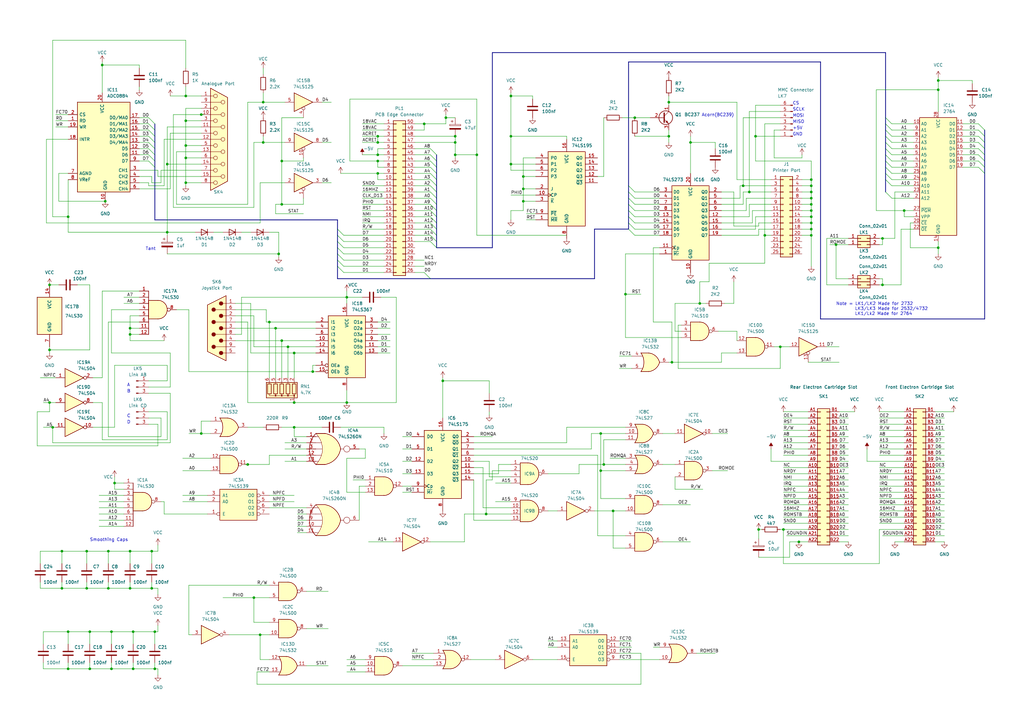
<source format=kicad_sch>
(kicad_sch (version 20211123) (generator eeschema)
  (paper "A3")
  (title_block (title "Acorn Plus One in KiCad") (date "24/04/23") (rev "A") (comment 1 "Also uses original Acorn Schematic as well for missing components") (comment 2 "Uses Previous redrawn schematic by P.Harvey  09-10-2010") (comment 3 "First attempt to recreate Plus One Schematic in KiCad") (comment 4 "Note:- Redrawn Schematic has -5V goiing to Analogue port should be +5V") (comment 5 "Also use of mylin cartridge and edge connectors user in KiCad"))
  (lib_symbols
    (symbol "74LS260N_1"
      (property "Reference" "U" (at 0 -3.81 0))
      (property "Value" "74LS260N_1" (at 0 -6.35 0))
      (symbol "74LS260N_1_1_1"
        (pin input line (at -8.89 10.16 0) (length 3.81) (name "~") (number "1"))
        (pin input line (at -8.89 2.54 0) (length 3.81) (name "~") (number "12"))
        (pin input line (at -8.89 0 0) (length 3.81) (name "~") (number "13"))
        (pin input line (at -8.89 7.62 0) (length 3.81) (name "~") (number "2"))
        (pin input line (at -8.89 5.08 0) (length 3.81) (name "~") (number "3"))
        (pin output line (at 12.7 5.08 180) (length 3.81) (name "") (number "5"))
      )
      (symbol "74LS260N_1_1_2"
        (pin input line (at -7.62 10.16 0) (length 3.81) (name "~") (number "1"))
        (pin input line (at -7.62 2.54 0) (length 3.81) (name "~") (number "12"))
        (pin input line (at -7.62 0 0) (length 3.81) (name "~") (number "13"))
        (pin input line (at -7.62 7.62 0) (length 3.81) (name "~") (number "2"))
        (pin input line (at -7.62 5.08 0) (length 3.81) (name "~") (number "3"))
        (pin output line (at 10.16 5.08 180) (length 3.81) (name "~") (number "5"))
      )
      (symbol "74LS260N_1_2_1"
        (pin input line (at -8.89 2.54 0) (length 3.81) (name "~") (number "10"))
        (pin input line (at -8.89 0 0) (length 3.81) (name "~") (number "11"))
        (pin input line (at -8.89 10.16 0) (length 3.81) (name "~") (number "4"))
        (pin output line (at 12.7 5.08 180) (length 3.81) (name "") (number "6"))
        (pin input line (at -8.89 7.62 0) (length 3.81) (name "~") (number "8"))
        (pin input line (at -8.89 5.08 0) (length 3.81) (name "~") (number "9"))
      )
      (symbol "74LS260N_1_2_2"
        (pin input line (at -7.62 10.16 0) (length 3.81) (name "~") (number "1"))
        (pin input line (at -7.62 2.54 0) (length 3.81) (name "~") (number "12"))
        (pin input line (at -7.62 0 0) (length 3.81) (name "~") (number "13"))
        (pin input line (at -7.62 7.62 0) (length 3.81) (name "~") (number "2"))
        (pin input line (at -7.62 5.08 0) (length 3.81) (name "~") (number "3"))
        (pin output line (at 10.16 5.08 180) (length 3.81) (name "~") (number "5"))
      )
    )
    (symbol "74xx:74LS00" (pin_names (offset 1.016))
      (property "Reference" "U" (at 0 1.27 0))
      (property "Value" "74LS00" (at 0 -1.27 0))
      (symbol "74LS00_1_1"
        (pin input line (at -7.62 2.54 0) (length 3.81) (name "~") (number "1"))
        (pin input line (at -7.62 -2.54 0) (length 3.81) (name "~") (number "2"))
        (pin output inverted (at 7.62 0 180) (length 3.81) (name "~") (number "3"))
      )
      (symbol "74LS00_1_2"
        (pin input inverted (at -7.62 2.54 0) (length 4.318) (name "~") (number "1"))
        (pin input inverted (at -7.62 -2.54 0) (length 4.318) (name "~") (number "2"))
        (pin output line (at 7.62 0 180) (length 3.81) (name "~") (number "3"))
      )
      (symbol "74LS00_2_1"
        (pin input line (at -7.62 2.54 0) (length 3.81) (name "~") (number "4"))
        (pin input line (at -7.62 -2.54 0) (length 3.81) (name "~") (number "5"))
        (pin output inverted (at 7.62 0 180) (length 3.81) (name "~") (number "6"))
      )
      (symbol "74LS00_2_2"
        (pin input inverted (at -7.62 2.54 0) (length 4.318) (name "~") (number "4"))
        (pin input inverted (at -7.62 -2.54 0) (length 4.318) (name "~") (number "5"))
        (pin output line (at 7.62 0 180) (length 3.81) (name "~") (number "6"))
      )
      (symbol "74LS00_3_1"
        (pin input line (at -7.62 -2.54 0) (length 3.81) (name "~") (number "10"))
        (pin output inverted (at 7.62 0 180) (length 3.81) (name "~") (number "8"))
        (pin input line (at -7.62 2.54 0) (length 3.81) (name "~") (number "9"))
      )
      (symbol "74LS00_3_2"
        (pin input inverted (at -7.62 -2.54 0) (length 4.318) (name "~") (number "10"))
        (pin output line (at 7.62 0 180) (length 3.81) (name "~") (number "8"))
        (pin input inverted (at -7.62 2.54 0) (length 4.318) (name "~") (number "9"))
      )
      (symbol "74LS00_4_1"
        (pin output inverted (at 7.62 0 180) (length 3.81) (name "~") (number "11"))
        (pin input line (at -7.62 2.54 0) (length 3.81) (name "~") (number "12"))
        (pin input line (at -7.62 -2.54 0) (length 3.81) (name "~") (number "13"))
      )
      (symbol "74LS00_4_2"
        (pin output line (at 7.62 0 180) (length 3.81) (name "~") (number "11"))
        (pin input inverted (at -7.62 2.54 0) (length 4.318) (name "~") (number "12"))
        (pin input inverted (at -7.62 -2.54 0) (length 4.318) (name "~") (number "13"))
      )
      (symbol "74LS00_5_0"
        (pin power_in line (at 0 12.7 270) (length 5.08) (name "VCC") (number "14"))
        (pin power_in line (at 0 -12.7 90) (length 5.08) (name "GND") (number "7"))
      )
    )
    (symbol "74xx:74LS04"
      (property "Reference" "U" (at 0 1.27 0))
      (property "Value" "74LS04" (at 0 -1.27 0))
      (symbol "74LS04_1_0"
        (pin input line (at -7.62 0 0) (length 3.81) (name "~") (number "1"))
        (pin output inverted (at 7.62 0 180) (length 3.81) (name "~") (number "2"))
      )
      (symbol "74LS04_2_0"
        (pin input line (at -7.62 0 0) (length 3.81) (name "~") (number "3"))
        (pin output inverted (at 7.62 0 180) (length 3.81) (name "~") (number "4"))
      )
      (symbol "74LS04_3_0"
        (pin input line (at -7.62 0 0) (length 3.81) (name "~") (number "5"))
        (pin output inverted (at 7.62 0 180) (length 3.81) (name "~") (number "6"))
      )
      (symbol "74LS04_4_0"
        (pin output inverted (at 7.62 0 180) (length 3.81) (name "~") (number "8"))
        (pin input line (at -7.62 0 0) (length 3.81) (name "~") (number "9"))
      )
      (symbol "74LS04_5_0"
        (pin output inverted (at 7.62 0 180) (length 3.81) (name "~") (number "10"))
        (pin input line (at -7.62 0 0) (length 3.81) (name "~") (number "11"))
      )
      (symbol "74LS04_6_0"
        (pin output inverted (at 7.62 0 180) (length 3.81) (name "~") (number "12"))
        (pin input line (at -7.62 0 0) (length 3.81) (name "~") (number "13"))
      )
      (symbol "74LS04_7_0"
        (pin power_in line (at 0 12.7 270) (length 5.08) (name "VCC") (number "14"))
        (pin power_in line (at 0 -12.7 90) (length 5.08) (name "GND") (number "7"))
      )
    )
    (symbol "74xx:74LS10" (pin_names (offset 1.016))
      (property "Reference" "U" (at 0 1.27 0))
      (property "Value" "74LS10" (at 0 -1.27 0))
      (symbol "74LS10_1_1"
        (pin input line (at -7.62 2.54 0) (length 3.81) (name "~") (number "1"))
        (pin output inverted (at 7.62 0 180) (length 3.81) (name "~") (number "12"))
        (pin input line (at -7.62 -2.54 0) (length 3.81) (name "~") (number "13"))
        (pin input line (at -7.62 0 0) (length 3.81) (name "~") (number "2"))
      )
      (symbol "74LS10_1_2"
        (pin input inverted (at -7.62 2.54 0) (length 4.318) (name "~") (number "1"))
        (pin output line (at 7.62 0 180) (length 3.81) (name "~") (number "12"))
        (pin input inverted (at -7.62 -2.54 0) (length 4.318) (name "~") (number "13"))
        (pin input inverted (at -7.62 0 0) (length 4.953) (name "~") (number "2"))
      )
      (symbol "74LS10_2_1"
        (pin input line (at -7.62 2.54 0) (length 3.81) (name "~") (number "3"))
        (pin input line (at -7.62 0 0) (length 3.81) (name "~") (number "4"))
        (pin input line (at -7.62 -2.54 0) (length 3.81) (name "~") (number "5"))
        (pin output inverted (at 7.62 0 180) (length 3.81) (name "~") (number "6"))
      )
      (symbol "74LS10_2_2"
        (pin input inverted (at -7.62 2.54 0) (length 4.318) (name "~") (number "3"))
        (pin input inverted (at -7.62 0 0) (length 4.953) (name "~") (number "4"))
        (pin input inverted (at -7.62 -2.54 0) (length 4.318) (name "~") (number "5"))
        (pin output line (at 7.62 0 180) (length 3.81) (name "~") (number "6"))
      )
      (symbol "74LS10_3_1"
        (pin input line (at -7.62 0 0) (length 3.81) (name "~") (number "10"))
        (pin input line (at -7.62 -2.54 0) (length 3.81) (name "~") (number "11"))
        (pin output inverted (at 7.62 0 180) (length 3.81) (name "~") (number "8"))
        (pin input line (at -7.62 2.54 0) (length 3.81) (name "~") (number "9"))
      )
      (symbol "74LS10_3_2"
        (pin input inverted (at -7.62 0 0) (length 4.953) (name "~") (number "10"))
        (pin input inverted (at -7.62 -2.54 0) (length 4.318) (name "~") (number "11"))
        (pin output line (at 7.62 0 180) (length 3.81) (name "~") (number "8"))
        (pin input inverted (at -7.62 2.54 0) (length 4.318) (name "~") (number "9"))
      )
      (symbol "74LS10_4_0"
        (pin power_in line (at 0 12.7 270) (length 5.08) (name "VCC") (number "14"))
        (pin power_in line (at 0 -12.7 90) (length 5.08) (name "GND") (number "7"))
      )
    )
    (symbol "74xx:74LS125" (pin_names (offset 1.016))
      (property "Reference" "U" (at 0 1.27 0))
      (property "Value" "74LS125" (at 0 -1.27 0))
      (symbol "74LS125_1_0"
        (pin input inverted (at 0 -6.35 90) (length 4.445) (name "~") (number "1"))
        (pin input line (at -7.62 0 0) (length 3.81) (name "~") (number "2"))
        (pin tri_state line (at 7.62 0 180) (length 3.81) (name "~") (number "3"))
      )
      (symbol "74LS125_2_0"
        (pin input inverted (at 0 -6.35 90) (length 4.445) (name "~") (number "4"))
        (pin input line (at -7.62 0 0) (length 3.81) (name "~") (number "5"))
        (pin tri_state line (at 7.62 0 180) (length 3.81) (name "~") (number "6"))
      )
      (symbol "74LS125_3_0"
        (pin input inverted (at 0 -6.35 90) (length 4.445) (name "~") (number "10"))
        (pin tri_state line (at 7.62 0 180) (length 3.81) (name "~") (number "8"))
        (pin input line (at -7.62 0 0) (length 3.81) (name "~") (number "9"))
      )
      (symbol "74LS125_4_0"
        (pin tri_state line (at 7.62 0 180) (length 3.81) (name "~") (number "11"))
        (pin input line (at -7.62 0 0) (length 3.81) (name "~") (number "12"))
        (pin input inverted (at 0 -6.35 90) (length 4.445) (name "~") (number "13"))
      )
      (symbol "74LS125_5_0"
        (pin power_in line (at 0 12.7 270) (length 5.08) (name "VCC") (number "14"))
        (pin power_in line (at 0 -12.7 90) (length 5.08) (name "GND") (number "7"))
      )
    )
    (symbol "74xx:74LS139" (pin_names (offset 1.016))
      (property "Reference" "U" (at -7.62 8.89 0))
      (property "Value" "74LS139" (at -7.62 -8.89 0))
      (symbol "74LS139_1_0"
        (pin input inverted (at -12.7 -5.08 0) (length 5.08) (name "E") (number "1"))
        (pin input line (at -12.7 0 0) (length 5.08) (name "A0") (number "2"))
        (pin input line (at -12.7 2.54 0) (length 5.08) (name "A1") (number "3"))
        (pin output inverted (at 12.7 2.54 180) (length 5.08) (name "O0") (number "4"))
        (pin output inverted (at 12.7 0 180) (length 5.08) (name "O1") (number "5"))
        (pin output inverted (at 12.7 -2.54 180) (length 5.08) (name "O2") (number "6"))
        (pin output inverted (at 12.7 -5.08 180) (length 5.08) (name "O3") (number "7"))
      )
      (symbol "74LS139_2_0"
        (pin output inverted (at 12.7 -2.54 180) (length 5.08) (name "O2") (number "10"))
        (pin output inverted (at 12.7 0 180) (length 5.08) (name "O1") (number "11"))
        (pin output inverted (at 12.7 2.54 180) (length 5.08) (name "O0") (number "12"))
        (pin input line (at -12.7 2.54 0) (length 5.08) (name "A1") (number "13"))
        (pin input line (at -12.7 0 0) (length 5.08) (name "A0") (number "14"))
        (pin input inverted (at -12.7 -5.08 0) (length 5.08) (name "E") (number "15"))
        (pin output inverted (at 12.7 -5.08 180) (length 5.08) (name "O3") (number "9"))
      )
      (symbol "74LS139_3_0"
        (pin power_in line (at 0 12.7 270) (length 5.08) (name "VCC") (number "16"))
        (pin power_in line (at 0 -12.7 90) (length 5.08) (name "GND") (number "8"))
      )
    )
    (symbol "74xx:74LS175" (pin_names (offset 1.016))
      (property "Reference" "U" (at -7.62 13.97 0))
      (property "Value" "74LS175" (at -7.62 -16.51 0))
      (symbol "74LS175_1_0"
        (pin input line (at -12.7 -12.7 0) (length 5.08) (name "~{Mr}") (number "1"))
        (pin output line (at 12.7 0 180) (length 5.08) (name "Q2") (number "10"))
        (pin output line (at 12.7 -2.54 180) (length 5.08) (name "~{Q2}") (number "11"))
        (pin input line (at -12.7 0 0) (length 5.08) (name "D2") (number "12"))
        (pin input line (at -12.7 -5.08 0) (length 5.08) (name "D3") (number "13"))
        (pin output line (at 12.7 -7.62 180) (length 5.08) (name "~{Q3}") (number "14"))
        (pin output line (at 12.7 -5.08 180) (length 5.08) (name "Q3") (number "15"))
        (pin power_in line (at 0 17.78 270) (length 5.08) (name "VCC") (number "16"))
        (pin output line (at 12.7 10.16 180) (length 5.08) (name "Q0") (number "2"))
        (pin output line (at 12.7 7.62 180) (length 5.08) (name "~{Q0}") (number "3"))
        (pin input line (at -12.7 10.16 0) (length 5.08) (name "D0") (number "4"))
        (pin input line (at -12.7 5.08 0) (length 5.08) (name "D1") (number "5"))
        (pin output line (at 12.7 2.54 180) (length 5.08) (name "~{Q1}") (number "6"))
        (pin output line (at 12.7 5.08 180) (length 5.08) (name "Q1") (number "7"))
        (pin power_in line (at 0 -20.32 90) (length 5.08) (name "GND") (number "8"))
        (pin input clock (at -12.7 -10.16 0) (length 5.08) (name "Cp") (number "9"))
      )
    )
    (symbol "74xx:74LS195" (pin_names (offset 1.016))
      (property "Reference" "U" (at -7.62 16.51 0))
      (property "Value" "74LS195" (at -7.62 -16.51 0))
      (symbol "74LS195_1_0"
        (pin input line (at -12.7 -12.7 0) (length 5.08) (name "~{MR}") (number "1"))
        (pin input clock (at -12.7 -2.54 0) (length 5.08) (name "CP") (number "10"))
        (pin output line (at 12.7 2.54 180) (length 5.08) (name "~{Q3}") (number "11"))
        (pin output line (at 12.7 5.08 180) (length 5.08) (name "Q3") (number "12"))
        (pin output line (at 12.7 7.62 180) (length 5.08) (name "Q2") (number "13"))
        (pin output line (at 12.7 10.16 180) (length 5.08) (name "Q1") (number "14"))
        (pin output line (at 12.7 12.7 180) (length 5.08) (name "Q0") (number "15"))
        (pin power_in line (at 0 20.32 270) (length 5.08) (name "VCC") (number "16"))
        (pin input line (at -12.7 0 0) (length 5.08) (name "J") (number "2"))
        (pin input line (at -12.7 -5.08 0) (length 5.08) (name "~{K}") (number "3"))
        (pin input line (at -12.7 12.7 0) (length 5.08) (name "P0") (number "4"))
        (pin input line (at -12.7 10.16 0) (length 5.08) (name "P1") (number "5"))
        (pin input line (at -12.7 7.62 0) (length 5.08) (name "P2") (number "6"))
        (pin input line (at -12.7 5.08 0) (length 5.08) (name "P3") (number "7"))
        (pin power_in line (at 0 -20.32 90) (length 5.08) (name "GND") (number "8"))
        (pin input line (at -12.7 -10.16 0) (length 5.08) (name "~{PE}") (number "9"))
      )
    )
    (symbol "74xx:74LS20" (pin_names (offset 1.016))
      (property "Reference" "U" (at 0 1.27 0))
      (property "Value" "74LS20" (at 0 -1.27 0))
      (symbol "74LS20_1_1"
        (pin input line (at -7.62 3.81 0) (length 3.81) (name "~") (number "1"))
        (pin input line (at -7.62 1.27 0) (length 3.81) (name "~") (number "2"))
        (pin input line (at -7.62 -1.27 0) (length 3.81) (name "~") (number "4"))
        (pin input line (at -7.62 -3.81 0) (length 3.81) (name "~") (number "5"))
        (pin output inverted (at 7.62 0 180) (length 3.81) (name "~") (number "6"))
      )
      (symbol "74LS20_1_2"
        (pin input inverted (at -7.62 3.81 0) (length 3.81) (name "~") (number "1"))
        (pin input inverted (at -7.62 1.27 0) (length 4.826) (name "~") (number "2"))
        (pin input inverted (at -7.62 -1.27 0) (length 4.826) (name "~") (number "4"))
        (pin input inverted (at -7.62 -3.81 0) (length 3.81) (name "~") (number "5"))
        (pin output line (at 7.62 0 180) (length 3.81) (name "~") (number "6"))
      )
      (symbol "74LS20_2_1"
        (pin input line (at -7.62 1.27 0) (length 3.81) (name "~") (number "10"))
        (pin input line (at -7.62 -1.27 0) (length 3.81) (name "~") (number "12"))
        (pin input line (at -7.62 -3.81 0) (length 3.81) (name "~") (number "13"))
        (pin output inverted (at 7.62 0 180) (length 3.81) (name "~") (number "8"))
        (pin input line (at -7.62 3.81 0) (length 3.81) (name "~") (number "9"))
      )
      (symbol "74LS20_2_2"
        (pin input inverted (at -7.62 1.27 0) (length 4.826) (name "~") (number "10"))
        (pin input inverted (at -7.62 -1.27 0) (length 4.826) (name "~") (number "12"))
        (pin input inverted (at -7.62 -3.81 0) (length 3.81) (name "~") (number "13"))
        (pin output line (at 7.62 0 180) (length 3.81) (name "~") (number "8"))
        (pin input inverted (at -7.62 3.81 0) (length 3.81) (name "~") (number "9"))
      )
      (symbol "74LS20_3_0"
        (pin power_in line (at 0 12.7 270) (length 5.08) (name "VCC") (number "14"))
        (pin power_in line (at 0 -12.7 90) (length 5.08) (name "GND") (number "7"))
      )
    )
    (symbol "74xx:74LS27" (pin_names (offset 1.016))
      (property "Reference" "U" (at 0 1.27 0))
      (property "Value" "74LS27" (at 0 -1.27 0))
      (symbol "74LS27_1_1"
        (pin input line (at -7.62 2.54 0) (length 4.318) (name "~") (number "1"))
        (pin output inverted (at 7.62 0 180) (length 3.81) (name "~") (number "12"))
        (pin input line (at -7.62 -2.54 0) (length 4.318) (name "~") (number "13"))
        (pin input line (at -7.62 0 0) (length 4.953) (name "~") (number "2"))
      )
      (symbol "74LS27_1_2"
        (pin input inverted (at -7.62 2.54 0) (length 3.81) (name "~") (number "1"))
        (pin output line (at 7.62 0 180) (length 3.81) (name "~") (number "12"))
        (pin input inverted (at -7.62 -2.54 0) (length 3.81) (name "~") (number "13"))
        (pin input inverted (at -7.62 0 0) (length 3.81) (name "~") (number "2"))
      )
      (symbol "74LS27_2_1"
        (pin input line (at -7.62 2.54 0) (length 4.318) (name "~") (number "3"))
        (pin input line (at -7.62 0 0) (length 4.953) (name "~") (number "4"))
        (pin input line (at -7.62 -2.54 0) (length 4.318) (name "~") (number "5"))
        (pin output inverted (at 7.62 0 180) (length 3.81) (name "~") (number "6"))
      )
      (symbol "74LS27_2_2"
        (pin input inverted (at -7.62 2.54 0) (length 3.81) (name "~") (number "3"))
        (pin input inverted (at -7.62 0 0) (length 3.81) (name "~") (number "4"))
        (pin input inverted (at -7.62 -2.54 0) (length 3.81) (name "~") (number "5"))
        (pin output line (at 7.62 0 180) (length 3.81) (name "~") (number "6"))
      )
      (symbol "74LS27_3_1"
        (pin input line (at -7.62 0 0) (length 4.953) (name "~") (number "10"))
        (pin input line (at -7.62 -2.54 0) (length 4.318) (name "~") (number "11"))
        (pin output inverted (at 7.62 0 180) (length 3.81) (name "~") (number "8"))
        (pin input line (at -7.62 2.54 0) (length 4.318) (name "~") (number "9"))
      )
      (symbol "74LS27_3_2"
        (pin input inverted (at -7.62 0 0) (length 3.81) (name "~") (number "10"))
        (pin input inverted (at -7.62 -2.54 0) (length 3.81) (name "~") (number "11"))
        (pin output line (at 7.62 0 180) (length 3.81) (name "~") (number "8"))
        (pin input inverted (at -7.62 2.54 0) (length 3.81) (name "~") (number "9"))
      )
      (symbol "74LS27_4_0"
        (pin power_in line (at 0 12.7 270) (length 5.08) (name "VCC") (number "14"))
        (pin power_in line (at 0 -12.7 90) (length 5.08) (name "GND") (number "7"))
      )
    )
    (symbol "74xx:74LS273"
      (property "Reference" "U" (at -7.62 16.51 0))
      (property "Value" "74LS273" (at -7.62 -16.51 0))
      (symbol "74LS273_1_0"
        (pin input line (at -12.7 -12.7 0) (length 5.08) (name "~{Mr}") (number "1"))
        (pin power_in line (at 0 -20.32 90) (length 5.08) (name "GND") (number "10"))
        (pin input clock (at -12.7 -10.16 0) (length 5.08) (name "Cp") (number "11"))
        (pin output line (at 12.7 2.54 180) (length 5.08) (name "Q4") (number "12"))
        (pin input line (at -12.7 2.54 0) (length 5.08) (name "D4") (number "13"))
        (pin input line (at -12.7 0 0) (length 5.08) (name "D5") (number "14"))
        (pin output line (at 12.7 0 180) (length 5.08) (name "Q5") (number "15"))
        (pin output line (at 12.7 -2.54 180) (length 5.08) (name "Q6") (number "16"))
        (pin input line (at -12.7 -2.54 0) (length 5.08) (name "D6") (number "17"))
        (pin input line (at -12.7 -5.08 0) (length 5.08) (name "D7") (number "18"))
        (pin output line (at 12.7 -5.08 180) (length 5.08) (name "Q7") (number "19"))
        (pin output line (at 12.7 12.7 180) (length 5.08) (name "Q0") (number "2"))
        (pin power_in line (at 0 20.32 270) (length 5.08) (name "VCC") (number "20"))
        (pin input line (at -12.7 12.7 0) (length 5.08) (name "D0") (number "3"))
        (pin input line (at -12.7 10.16 0) (length 5.08) (name "D1") (number "4"))
        (pin output line (at 12.7 10.16 180) (length 5.08) (name "Q1") (number "5"))
        (pin output line (at 12.7 7.62 180) (length 5.08) (name "Q2") (number "6"))
        (pin input line (at -12.7 7.62 0) (length 5.08) (name "D2") (number "7"))
        (pin input line (at -12.7 5.08 0) (length 5.08) (name "D3") (number "8"))
        (pin output line (at 12.7 5.08 180) (length 5.08) (name "Q3") (number "9"))
      )
    )
    (symbol "74xx:74LS30" (pin_names (offset 1.016))
      (property "Reference" "U" (at 0 1.27 0))
      (property "Value" "74LS30" (at 0 -1.27 0))
      (symbol "74LS30_1_1"
        (pin input line (at -7.62 7.62 0) (length 3.81) (name "~") (number "1"))
        (pin input line (at -7.62 -7.62 0) (length 3.81) (name "~") (number "11"))
        (pin input line (at -7.62 -10.16 0) (length 3.81) (name "~") (number "12"))
        (pin input line (at -7.62 5.08 0) (length 3.81) (name "~") (number "2"))
        (pin input line (at -7.62 2.54 0) (length 3.81) (name "~") (number "3"))
        (pin input line (at -7.62 0 0) (length 3.81) (name "~") (number "4"))
        (pin input line (at -7.62 -2.54 0) (length 3.81) (name "~") (number "5"))
        (pin input line (at -7.62 -5.08 0) (length 3.81) (name "~") (number "6"))
        (pin output inverted (at 7.62 0 180) (length 3.81) (name "~") (number "8"))
      )
      (symbol "74LS30_1_2"
        (pin input inverted (at -7.62 7.62 0) (length 3.81) (name "~") (number "1"))
        (pin input inverted (at -7.62 -7.62 0) (length 3.81) (name "~") (number "11"))
        (pin input inverted (at -7.62 -10.16 0) (length 3.81) (name "~") (number "12"))
        (pin input inverted (at -7.62 5.08 0) (length 3.81) (name "~") (number "2"))
        (pin input inverted (at -7.62 2.54 0) (length 4.5466) (name "~") (number "3"))
        (pin input inverted (at -7.62 0 0) (length 5.08) (name "~") (number "4"))
        (pin input inverted (at -7.62 -2.54 0) (length 4.5466) (name "~") (number "5"))
        (pin input inverted (at -7.62 -5.08 0) (length 3.81) (name "~") (number "6"))
        (pin output line (at 7.62 0 180) (length 3.81) (name "~") (number "8"))
      )
      (symbol "74LS30_2_0"
        (pin power_in line (at 0 12.7 270) (length 5.08) (name "VCC") (number "14"))
        (pin power_in line (at 0 -12.7 90) (length 5.08) (name "GND") (number "7"))
      )
    )
    (symbol "74xx:74LS32" (pin_names (offset 1.016))
      (property "Reference" "U" (at 0 1.27 0))
      (property "Value" "74LS32" (at 0 -1.27 0))
      (symbol "74LS32_1_1"
        (pin input line (at -7.62 2.54 0) (length 4.318) (name "~") (number "1"))
        (pin input line (at -7.62 -2.54 0) (length 4.318) (name "~") (number "2"))
        (pin output line (at 7.62 0 180) (length 3.81) (name "~") (number "3"))
      )
      (symbol "74LS32_1_2"
        (pin input inverted (at -7.62 2.54 0) (length 3.81) (name "~") (number "1"))
        (pin input inverted (at -7.62 -2.54 0) (length 3.81) (name "~") (number "2"))
        (pin output inverted (at 7.62 0 180) (length 3.81) (name "~") (number "3"))
      )
      (symbol "74LS32_2_1"
        (pin input line (at -7.62 2.54 0) (length 4.318) (name "~") (number "4"))
        (pin input line (at -7.62 -2.54 0) (length 4.318) (name "~") (number "5"))
        (pin output line (at 7.62 0 180) (length 3.81) (name "~") (number "6"))
      )
      (symbol "74LS32_2_2"
        (pin input inverted (at -7.62 2.54 0) (length 3.81) (name "~") (number "4"))
        (pin input inverted (at -7.62 -2.54 0) (length 3.81) (name "~") (number "5"))
        (pin output inverted (at 7.62 0 180) (length 3.81) (name "~") (number "6"))
      )
      (symbol "74LS32_3_1"
        (pin input line (at -7.62 -2.54 0) (length 4.318) (name "~") (number "10"))
        (pin output line (at 7.62 0 180) (length 3.81) (name "~") (number "8"))
        (pin input line (at -7.62 2.54 0) (length 4.318) (name "~") (number "9"))
      )
      (symbol "74LS32_3_2"
        (pin input inverted (at -7.62 -2.54 0) (length 3.81) (name "~") (number "10"))
        (pin output inverted (at 7.62 0 180) (length 3.81) (name "~") (number "8"))
        (pin input inverted (at -7.62 2.54 0) (length 3.81) (name "~") (number "9"))
      )
      (symbol "74LS32_4_1"
        (pin output line (at 7.62 0 180) (length 3.81) (name "~") (number "11"))
        (pin input line (at -7.62 2.54 0) (length 4.318) (name "~") (number "12"))
        (pin input line (at -7.62 -2.54 0) (length 4.318) (name "~") (number "13"))
      )
      (symbol "74LS32_4_2"
        (pin output inverted (at 7.62 0 180) (length 3.81) (name "~") (number "11"))
        (pin input inverted (at -7.62 2.54 0) (length 3.81) (name "~") (number "12"))
        (pin input inverted (at -7.62 -2.54 0) (length 3.81) (name "~") (number "13"))
      )
      (symbol "74LS32_5_0"
        (pin power_in line (at 0 12.7 270) (length 5.08) (name "VCC") (number "14"))
        (pin power_in line (at 0 -12.7 90) (length 5.08) (name "GND") (number "7"))
      )
    )
    (symbol "74xx:74LS367" (pin_names (offset 1.016))
      (property "Reference" "U" (at -7.62 13.97 0))
      (property "Value" "74LS367" (at -7.62 -13.97 0))
      (symbol "74LS367_1_0"
        (pin input inverted (at -12.7 -7.62 0) (length 5.08) (name "OEa") (number "1"))
        (pin input line (at -12.7 2.54 0) (length 5.08) (name "I4") (number "10"))
        (pin tri_state line (at 12.7 0 180) (length 5.08) (name "O5b") (number "11"))
        (pin input line (at -12.7 0 0) (length 5.08) (name "I5") (number "12"))
        (pin tri_state line (at 12.7 -2.54 180) (length 5.08) (name "O6b") (number "13"))
        (pin input line (at -12.7 -2.54 0) (length 5.08) (name "I6") (number "14"))
        (pin input inverted (at -12.7 -10.16 0) (length 5.08) (name "OEb") (number "15"))
        (pin power_in line (at 0 17.78 270) (length 5.08) (name "VCC") (number "16"))
        (pin input line (at -12.7 10.16 0) (length 5.08) (name "I1") (number "2"))
        (pin tri_state line (at 12.7 10.16 180) (length 5.08) (name "O1a") (number "3"))
        (pin input line (at -12.7 7.62 0) (length 5.08) (name "I2") (number "4"))
        (pin tri_state line (at 12.7 7.62 180) (length 5.08) (name "O2a") (number "5"))
        (pin input line (at -12.7 5.08 0) (length 5.08) (name "I3") (number "6"))
        (pin tri_state line (at 12.7 5.08 180) (length 5.08) (name "O3a") (number "7"))
        (pin power_in line (at 0 -17.78 90) (length 5.08) (name "GND") (number "8"))
        (pin tri_state line (at 12.7 2.54 180) (length 5.08) (name "O4a") (number "9"))
      )
    )
    (symbol "Acorn_Plus_One_Symbols:74LS260N"
      (property "Reference" "U" (at 0 -3.81 0))
      (property "Value" "74LS260N" (at 0 -6.35 0))
      (symbol "74LS260N_1_1"
        (pin input line (at -8.89 10.16 0) (length 3.81) (name "~") (number "1"))
        (pin input line (at -8.89 2.54 0) (length 3.81) (name "~") (number "12"))
        (pin input line (at -8.89 0 0) (length 3.81) (name "~") (number "13"))
        (pin input line (at -8.89 7.62 0) (length 3.81) (name "~") (number "2"))
        (pin input line (at -8.89 5.08 0) (length 3.81) (name "~") (number "3"))
        (pin output line (at 12.7 5.08 180) (length 3.81) (name "") (number "5"))
      )
      (symbol "74LS260N_1_2"
        (pin input line (at -7.62 10.16 0) (length 3.81) (name "~") (number "1"))
        (pin input line (at -7.62 2.54 0) (length 3.81) (name "~") (number "12"))
        (pin input line (at -7.62 0 0) (length 3.81) (name "~") (number "13"))
        (pin input line (at -7.62 7.62 0) (length 3.81) (name "~") (number "2"))
        (pin input line (at -7.62 5.08 0) (length 3.81) (name "~") (number "3"))
        (pin output line (at 10.16 5.08 180) (length 3.81) (name "~") (number "5"))
      )
      (symbol "74LS260N_2_1"
        (pin input line (at -8.89 2.54 0) (length 3.81) (name "~") (number "10"))
        (pin input line (at -8.89 0 0) (length 3.81) (name "~") (number "11"))
        (pin input line (at -8.89 10.16 0) (length 3.81) (name "~") (number "4"))
        (pin output line (at 12.7 5.08 180) (length 3.81) (name "") (number "6"))
        (pin input line (at -8.89 7.62 0) (length 3.81) (name "~") (number "8"))
        (pin input line (at -8.89 5.08 0) (length 3.81) (name "~") (number "9"))
      )
      (symbol "74LS260N_2_2"
        (pin input line (at -7.62 10.16 0) (length 3.81) (name "~") (number "1"))
        (pin input line (at -7.62 2.54 0) (length 3.81) (name "~") (number "12"))
        (pin input line (at -7.62 0 0) (length 3.81) (name "~") (number "13"))
        (pin input line (at -7.62 7.62 0) (length 3.81) (name "~") (number "2"))
        (pin input line (at -7.62 5.08 0) (length 3.81) (name "~") (number "3"))
        (pin output line (at 10.16 5.08 180) (length 3.81) (name "~") (number "5"))
      )
    )
    (symbol "Acorn_Plus_One_Symbols:ADC0884" (pin_names (offset 0.762))
      (property "Reference" "U" (at -6.35 17.78 0))
      (property "Value" "ADC0884" (at -7.62 -21.59 0))
      (symbol "ADC0884_1_1"
        (pin input line (at -11.43 8.89 0) (length 3.81) (name "RD") (number "1"))
        (pin power_in line (at 3.81 -24.13 90) (length 3.81) (name "GND") (number "10"))
        (pin output line (at 17.78 -5.08 180) (length 3.81) (name "D6") (number "11"))
        (pin output line (at 17.78 -2.54 180) (length 3.81) (name "D5") (number "12"))
        (pin output line (at 17.78 0 180) (length 3.81) (name "D4/MA4") (number "13"))
        (pin output line (at 17.78 2.54 180) (length 3.81) (name "D3/MA3") (number "14"))
        (pin output line (at 17.78 5.08 180) (length 3.81) (name "D2/MA2") (number "15"))
        (pin output line (at 17.78 7.62 180) (length 3.81) (name "D1/MA1") (number "16"))
        (pin output line (at 17.78 10.16 180) (length 3.81) (name "D0/MA0") (number "17"))
        (pin output line (at -11.43 1.27 0) (length 3.81) (name "INTR") (number "18"))
        (pin input line (at -11.43 6.35 0) (length 3.81) (name "WR") (number "19"))
        (pin input line (at -11.43 11.43 0) (length 3.81) (name "CS") (number "2"))
        (pin power_in line (at 2.54 20.32 270) (length 3.81) (name "VCC") (number "20"))
        (pin input line (at 17.78 -11.43 180) (length 3.81) (name "CH1") (number "3"))
        (pin input line (at 17.78 -13.97 180) (length 3.81) (name "CH2") (number "4"))
        (pin input line (at 17.78 -16.51 180) (length 3.81) (name "CH3") (number "5"))
        (pin input line (at 17.78 -19.05 180) (length 3.81) (name "CH4") (number "6"))
        (pin power_in line (at -11.43 -12.7 0) (length 3.81) (name "AGND") (number "7"))
        (pin power_in line (at -11.43 -15.24 0) (length 3.81) (name "VReF") (number "8"))
        (pin output line (at 17.78 -7.62 180) (length 3.81) (name "D7") (number "9"))
      )
    )
    (symbol "Acorn_Plus_One_Symbols:Electron Cartridge Slot" (pin_names hide)
      (property "Reference" "U" (at 0 0 0))
      (property "Value" "Electron Cartridge Slot" (at 0 -2.54 0))
      (symbol "Electron Cartridge Slot_1_1"
        (pin passive line (at -6.35 58.42 0) (length 3.81) (name "Pin_a1") (number "A1"))
        (pin passive line (at -6.35 35.56 0) (length 3.81) (name "Pin_a10") (number "A10"))
        (pin passive line (at -6.35 33.02 0) (length 3.81) (name "Pin_a11") (number "A11"))
        (pin passive line (at -6.35 30.48 0) (length 3.81) (name "Pin_a12") (number "A12"))
        (pin passive line (at -6.35 27.94 0) (length 3.81) (name "Pin_a13") (number "A13"))
        (pin passive line (at -6.35 25.4 0) (length 3.81) (name "Pin_a14") (number "A14"))
        (pin passive line (at -6.35 22.86 0) (length 3.81) (name "Pin_a15") (number "A15"))
        (pin passive line (at -6.35 20.32 0) (length 3.81) (name "Pin_a16") (number "A16"))
        (pin passive line (at -6.35 17.78 0) (length 3.81) (name "Pin_a17") (number "A17"))
        (pin passive line (at -6.35 15.24 0) (length 3.81) (name "Pin_a18") (number "A18"))
        (pin passive line (at -6.35 12.7 0) (length 3.81) (name "Pin_a19") (number "A19"))
        (pin passive line (at -6.35 55.88 0) (length 3.81) (name "Pin_a2") (number "A2"))
        (pin passive line (at -6.35 10.16 0) (length 3.81) (name "Pin_a20") (number "A20"))
        (pin passive line (at -6.35 7.62 0) (length 3.81) (name "Pin_a21") (number "A21"))
        (pin passive line (at -6.35 5.08 0) (length 3.81) (name "Pin_a22") (number "A22"))
        (pin passive line (at -6.35 53.34 0) (length 3.81) (name "Pin_a3") (number "A3"))
        (pin passive line (at -6.35 50.8 0) (length 3.81) (name "Pin_a4") (number "A4"))
        (pin passive line (at -6.35 48.26 0) (length 3.81) (name "Pin_a5") (number "A5"))
        (pin passive line (at -6.35 45.72 0) (length 3.81) (name "Pin_a6") (number "A6"))
        (pin passive line (at -6.35 43.18 0) (length 3.81) (name "Pin_a7") (number "A7"))
        (pin passive line (at -6.35 40.64 0) (length 3.81) (name "Pin_a8") (number "A8"))
        (pin passive line (at -6.35 38.1 0) (length 3.81) (name "Pin_a9") (number "A9"))
        (pin passive line (at 6.35 58.42 180) (length 3.81) (name "Pin_b1") (number "B1"))
        (pin passive line (at 6.35 35.56 180) (length 3.81) (name "Pin_b10") (number "B10"))
        (pin passive line (at 6.35 33.02 180) (length 3.81) (name "Pin_b11") (number "B11"))
        (pin passive line (at 6.35 30.48 180) (length 3.81) (name "Pin_b12") (number "B12"))
        (pin passive line (at 6.35 27.94 180) (length 3.81) (name "Pin_b13") (number "B13"))
        (pin passive line (at 6.35 25.4 180) (length 3.81) (name "Pin_b14") (number "B14"))
        (pin passive line (at 6.35 22.86 180) (length 3.81) (name "Pin_b15") (number "B15"))
        (pin passive line (at 6.35 20.32 180) (length 3.81) (name "Pin_b16") (number "B16"))
        (pin passive line (at 6.35 17.78 180) (length 3.81) (name "Pin_b17") (number "B17"))
        (pin passive line (at 6.35 15.24 180) (length 3.81) (name "Pin_b18") (number "B18"))
        (pin passive line (at 6.35 12.7 180) (length 3.81) (name "Pin_b19") (number "B19"))
        (pin passive line (at 6.35 55.88 180) (length 3.81) (name "Pin_b2") (number "B2"))
        (pin passive line (at 6.35 10.16 180) (length 3.81) (name "Pin_b20") (number "B20"))
        (pin passive line (at 6.35 7.62 180) (length 3.81) (name "Pin_b21") (number "B21"))
        (pin passive line (at 6.35 5.08 180) (length 3.81) (name "B22") (number "B22"))
        (pin passive line (at 6.35 53.34 180) (length 3.81) (name "Pin_b3") (number "B3"))
        (pin passive line (at 6.35 50.8 180) (length 3.81) (name "Pin_b4") (number "B4"))
        (pin passive line (at 6.35 48.26 180) (length 3.81) (name "B5") (number "B5"))
        (pin passive line (at 6.35 45.72 180) (length 3.81) (name "Pin_b6") (number "B6"))
        (pin passive line (at 6.35 43.18 180) (length 3.81) (name "Pin_b7") (number "B7"))
        (pin passive line (at 6.35 40.64 180) (length 3.81) (name "Pin_b8") (number "B8"))
        (pin passive line (at 6.35 38.1 180) (length 3.81) (name "Pin_b9") (number "B9"))
      )
    )
    (symbol "Connector:Conn_01x03_Male" (pin_names (offset 1.016) hide)
      (property "Reference" "J" (at 0 5.08 0))
      (property "Value" "Conn_01x03_Male" (at 0 -5.08 0))
      (symbol "Conn_01x03_Male_1_1"
        (pin passive line (at 5.08 2.54 180) (length 3.81) (name "Pin_1") (number "1"))
        (pin passive line (at 5.08 0 180) (length 3.81) (name "Pin_2") (number "2"))
        (pin passive line (at 5.08 -2.54 180) (length 3.81) (name "Pin_3") (number "3"))
      )
    )
    (symbol "Connector:Conn_01x06_Male" (pin_names (offset 1.016) hide)
      (property "Reference" "J" (at 0 7.62 0))
      (property "Value" "Conn_01x06_Male" (at 0 -10.16 0))
      (symbol "Conn_01x06_Male_1_1"
        (pin passive line (at 5.08 5.08 180) (length 3.81) (name "Pin_1") (number "1"))
        (pin passive line (at 5.08 2.54 180) (length 3.81) (name "Pin_2") (number "2"))
        (pin passive line (at 5.08 0 180) (length 3.81) (name "Pin_3") (number "3"))
        (pin passive line (at 5.08 -2.54 180) (length 3.81) (name "Pin_4") (number "4"))
        (pin passive line (at 5.08 -5.08 180) (length 3.81) (name "Pin_5") (number "5"))
        (pin passive line (at 5.08 -7.62 180) (length 3.81) (name "Pin_6") (number "6"))
      )
    )
    (symbol "Connector:DB15_Female" (pin_names (offset 1.016) hide)
      (property "Reference" "J" (at 0.508 21.59 0))
      (property "Value" "DB15_Female" (at 0 -22.225 0))
      (symbol "DB15_Female_1_1"
        (pin passive line (at -7.62 17.78 0) (length 3.81) (name "1") (number "1"))
        (pin passive line (at -7.62 10.16 0) (length 3.81) (name "P10") (number "10"))
        (pin passive line (at -7.62 5.08 0) (length 3.81) (name "P111") (number "11"))
        (pin passive line (at -7.62 0 0) (length 3.81) (name "P12") (number "12"))
        (pin passive line (at -7.62 -5.08 0) (length 3.81) (name "P13") (number "13"))
        (pin passive line (at -7.62 -10.16 0) (length 3.81) (name "P14") (number "14"))
        (pin passive line (at -7.62 -15.24 0) (length 3.81) (name "P15") (number "15"))
        (pin passive line (at -7.62 12.7 0) (length 3.81) (name "2") (number "2"))
        (pin passive line (at -7.62 7.62 0) (length 3.81) (name "3") (number "3"))
        (pin passive line (at -7.62 2.54 0) (length 3.81) (name "4") (number "4"))
        (pin passive line (at -7.62 -2.54 0) (length 3.81) (name "5") (number "5"))
        (pin passive line (at -7.62 -7.62 0) (length 3.81) (name "6") (number "6"))
        (pin passive line (at -7.62 -12.7 0) (length 3.81) (name "7") (number "7"))
        (pin passive line (at -7.62 -17.78 0) (length 3.81) (name "8") (number "8"))
        (pin passive line (at -7.62 15.24 0) (length 3.81) (name "P9") (number "9"))
      )
    )
    (symbol "Connector:DB9_Male" (pin_names (offset 1.016) hide)
      (property "Reference" "J" (at 0 13.97 0))
      (property "Value" "DB9_Male" (at 0 -14.605 0))
      (symbol "DB9_Male_1_1"
        (pin passive line (at -7.62 -10.16 0) (length 3.81) (name "1") (number "1"))
        (pin passive line (at -7.62 -5.08 0) (length 3.81) (name "2") (number "2"))
        (pin passive line (at -7.62 0 0) (length 3.81) (name "3") (number "3"))
        (pin passive line (at -7.62 5.08 0) (length 3.81) (name "4") (number "4"))
        (pin passive line (at -7.62 10.16 0) (length 3.81) (name "5") (number "5"))
        (pin passive line (at -7.62 -7.62 0) (length 3.81) (name "6") (number "6"))
        (pin passive line (at -7.62 -2.54 0) (length 3.81) (name "7") (number "7"))
        (pin passive line (at -7.62 2.54 0) (length 3.81) (name "8") (number "8"))
        (pin passive line (at -7.62 7.62 0) (length 3.81) (name "9") (number "9"))
      )
    )
    (symbol "Connector_Generic:Conn_02x01" (pin_names (offset 1.016) hide)
      (property "Reference" "J" (at 1.27 2.54 0))
      (property "Value" "Conn_02x01" (at 1.27 -2.54 0))
      (symbol "Conn_02x01_1_1"
        (pin passive line (at -5.08 0 0) (length 3.81) (name "Pin_1") (number "1"))
        (pin passive line (at 7.62 0 180) (length 3.81) (name "Pin_2") (number "2"))
      )
    )
    (symbol "Connector_Generic:Conn_02x13_Odd_Even" (pin_names (offset 1.016) hide)
      (property "Reference" "J" (at 1.27 17.78 0))
      (property "Value" "Conn_02x13_Odd_Even" (at 1.27 -17.78 0))
      (symbol "Conn_02x13_Odd_Even_1_1"
        (pin passive line (at -5.08 15.24 0) (length 3.81) (name "Pin_1") (number "1"))
        (pin passive line (at 7.62 5.08 180) (length 3.81) (name "Pin_10") (number "10"))
        (pin passive line (at -5.08 2.54 0) (length 3.81) (name "Pin_11") (number "11"))
        (pin passive line (at 7.62 2.54 180) (length 3.81) (name "Pin_12") (number "12"))
        (pin passive line (at -5.08 0 0) (length 3.81) (name "Pin_13") (number "13"))
        (pin passive line (at 7.62 0 180) (length 3.81) (name "Pin_14") (number "14"))
        (pin passive line (at -5.08 -2.54 0) (length 3.81) (name "Pin_15") (number "15"))
        (pin passive line (at 7.62 -2.54 180) (length 3.81) (name "Pin_16") (number "16"))
        (pin passive line (at -5.08 -5.08 0) (length 3.81) (name "Pin_17") (number "17"))
        (pin passive line (at 7.62 -5.08 180) (length 3.81) (name "Pin_18") (number "18"))
        (pin passive line (at -5.08 -7.62 0) (length 3.81) (name "Pin_19") (number "19"))
        (pin passive line (at 7.62 15.24 180) (length 3.81) (name "Pin_2") (number "2"))
        (pin passive line (at 7.62 -7.62 180) (length 3.81) (name "Pin_20") (number "20"))
        (pin passive line (at -5.08 -10.16 0) (length 3.81) (name "Pin_21") (number "21"))
        (pin passive line (at 7.62 -10.16 180) (length 3.81) (name "Pin_22") (number "22"))
        (pin passive line (at -5.08 -12.7 0) (length 3.81) (name "Pin_23") (number "23"))
        (pin passive line (at 7.62 -12.7 180) (length 3.81) (name "Pin_24") (number "24"))
        (pin passive line (at -5.08 -15.24 0) (length 3.81) (name "Pin_25") (number "25"))
        (pin passive line (at 7.62 -15.24 180) (length 3.81) (name "Pin_26") (number "26"))
        (pin passive line (at -5.08 12.7 0) (length 3.81) (name "Pin_3") (number "3"))
        (pin passive line (at 7.62 12.7 180) (length 3.81) (name "Pin_4") (number "4"))
        (pin passive line (at -5.08 10.16 0) (length 3.81) (name "Pin_5") (number "5"))
        (pin passive line (at 7.62 10.16 180) (length 3.81) (name "Pin_6") (number "6"))
        (pin passive line (at -5.08 7.62 0) (length 3.81) (name "Pin_7") (number "7"))
        (pin passive line (at 7.62 7.62 180) (length 3.81) (name "Pin_8") (number "8"))
        (pin passive line (at -5.08 5.08 0) (length 3.81) (name "Pin_9") (number "9"))
      )
    )
    (symbol "Connector_Generic:Conn_02x25_Counter_Clockwise" (pin_names (offset 1.016) hide)
      (property "Reference" "J" (at 1.27 33.02 0))
      (property "Value" "Conn_02x25_Counter_Clockwise" (at 1.27 -33.02 0))
      (symbol "Conn_02x25_Counter_Clockwise_1_1"
        (pin passive line (at -5.08 30.48 0) (length 3.81) (name "Pin_1") (number "1"))
        (pin passive line (at -5.08 7.62 0) (length 3.81) (name "Pin_10") (number "10"))
        (pin passive line (at -5.08 5.08 0) (length 3.81) (name "Pin_11") (number "11"))
        (pin passive line (at -5.08 2.54 0) (length 3.81) (name "Pin_12") (number "12"))
        (pin passive line (at -5.08 0 0) (length 3.81) (name "Pin_13") (number "13"))
        (pin passive line (at -5.08 -2.54 0) (length 3.81) (name "Pin_14") (number "14"))
        (pin passive line (at -5.08 -5.08 0) (length 3.81) (name "Pin_15") (number "15"))
        (pin passive line (at -5.08 -7.62 0) (length 3.81) (name "Pin_16") (number "16"))
        (pin passive line (at -5.08 -10.16 0) (length 3.81) (name "Pin_17") (number "17"))
        (pin passive line (at -5.08 -12.7 0) (length 3.81) (name "Pin_18") (number "18"))
        (pin passive line (at -5.08 -15.24 0) (length 3.81) (name "Pin_19") (number "19"))
        (pin passive line (at -5.08 27.94 0) (length 3.81) (name "Pin_2") (number "2"))
        (pin passive line (at -5.08 -17.78 0) (length 3.81) (name "Pin_20") (number "20"))
        (pin passive line (at -5.08 -20.32 0) (length 3.81) (name "Pin_21") (number "21"))
        (pin passive line (at -5.08 -22.86 0) (length 3.81) (name "Pin_22") (number "22"))
        (pin passive line (at -5.08 -25.4 0) (length 3.81) (name "Pin_23") (number "23"))
        (pin passive line (at -5.08 -27.94 0) (length 3.81) (name "Pin_24") (number "24"))
        (pin passive line (at -5.08 -30.48 0) (length 3.81) (name "Pin_25") (number "25"))
        (pin passive line (at 7.62 -30.48 180) (length 3.81) (name "Pin_26") (number "26"))
        (pin passive line (at 7.62 -27.94 180) (length 3.81) (name "Pin_27") (number "27"))
        (pin passive line (at 7.62 -25.4 180) (length 3.81) (name "Pin_28") (number "28"))
        (pin passive line (at 7.62 -22.86 180) (length 3.81) (name "Pin_29") (number "29"))
        (pin passive line (at -5.08 25.4 0) (length 3.81) (name "Pin_3") (number "3"))
        (pin passive line (at 7.62 -20.32 180) (length 3.81) (name "Pin_30") (number "30"))
        (pin passive line (at 7.62 -17.78 180) (length 3.81) (name "Pin_31") (number "31"))
        (pin passive line (at 7.62 -15.24 180) (length 3.81) (name "Pin_32") (number "32"))
        (pin passive line (at 7.62 -12.7 180) (length 3.81) (name "Pin_33") (number "33"))
        (pin passive line (at 7.62 -10.16 180) (length 3.81) (name "Pin_34") (number "34"))
        (pin passive line (at 7.62 -7.62 180) (length 3.81) (name "Pin_35") (number "35"))
        (pin passive line (at 7.62 -5.08 180) (length 3.81) (name "Pin_36") (number "36"))
        (pin passive line (at 7.62 -2.54 180) (length 3.81) (name "Pin_37") (number "37"))
        (pin passive line (at 7.62 0 180) (length 3.81) (name "Pin_38") (number "38"))
        (pin passive line (at 7.62 2.54 180) (length 3.81) (name "Pin_39") (number "39"))
        (pin passive line (at -5.08 22.86 0) (length 3.81) (name "Pin_4") (number "4"))
        (pin passive line (at 7.62 5.08 180) (length 3.81) (name "Pin_40") (number "40"))
        (pin passive line (at 7.62 7.62 180) (length 3.81) (name "Pin_41") (number "41"))
        (pin passive line (at 7.62 10.16 180) (length 3.81) (name "Pin_42") (number "42"))
        (pin passive line (at 7.62 12.7 180) (length 3.81) (name "Pin_43") (number "43"))
        (pin passive line (at 7.62 15.24 180) (length 3.81) (name "Pin_44") (number "44"))
        (pin passive line (at 7.62 17.78 180) (length 3.81) (name "Pin_45") (number "45"))
        (pin passive line (at 7.62 20.32 180) (length 3.81) (name "Pin_46") (number "46"))
        (pin passive line (at 7.62 22.86 180) (length 3.81) (name "Pin_47") (number "47"))
        (pin passive line (at 7.62 25.4 180) (length 3.81) (name "Pin_48") (number "48"))
        (pin passive line (at 7.62 27.94 180) (length 3.81) (name "Pin_49") (number "49"))
        (pin passive line (at -5.08 20.32 0) (length 3.81) (name "Pin_5") (number "5"))
        (pin passive line (at 7.62 30.48 180) (length 3.81) (name "Pin_50") (number "50"))
        (pin passive line (at -5.08 17.78 0) (length 3.81) (name "Pin_6") (number "6"))
        (pin passive line (at -5.08 15.24 0) (length 3.81) (name "Pin_7") (number "7"))
        (pin passive line (at -5.08 12.7 0) (length 3.81) (name "Pin_8") (number "8"))
        (pin passive line (at -5.08 10.16 0) (length 3.81) (name "Pin_9") (number "9"))
      )
    )
    (symbol "Device:C" (pin_numbers hide) (pin_names (offset 0.254))
      (property "Reference" "C" (at 0.635 2.54 0))
      (property "Value" "C" (at 0.635 -2.54 0))
      (symbol "C_1_1"
        (pin passive line (at 0 3.81 270) (length 2.794) (name "~") (number "1"))
        (pin passive line (at 0 -3.81 90) (length 2.794) (name "~") (number "2"))
      )
    )
    (symbol "Device:C_Polarized" (pin_numbers hide) (pin_names (offset 0.254))
      (property "Reference" "C" (at 0.635 2.54 0))
      (property "Value" "C_Polarized" (at 0.635 -2.54 0))
      (symbol "C_Polarized_1_1"
        (pin passive line (at 0 3.81 270) (length 2.794) (name "~") (number "1"))
        (pin passive line (at 0 -3.81 90) (length 2.794) (name "~") (number "2"))
      )
    )
    (symbol "Device:R" (pin_numbers hide) (pin_names (offset 0))
      (property "Reference" "R" (at 2.032 0 90))
      (property "Value" "R" (at 0 0 90))
      (symbol "R_1_1"
        (pin passive line (at 0 3.81 270) (length 1.27) (name "~") (number "1"))
        (pin passive line (at 0 -3.81 90) (length 1.27) (name "~") (number "2"))
      )
    )
    (symbol "Device:R_Network05" (pin_names (offset 0) hide)
      (property "Reference" "RN" (at -7.62 0 90))
      (property "Value" "R_Network05" (at 7.62 0 90))
      (symbol "R_Network05_1_1"
        (pin passive line (at -5.08 5.08 270) (length 2.54) (name "common") (number "1"))
        (pin passive line (at -5.08 -5.08 90) (length 1.27) (name "R1") (number "2"))
        (pin passive line (at -2.54 -5.08 90) (length 1.27) (name "R2") (number "3"))
        (pin passive line (at 0 -5.08 90) (length 1.27) (name "R3") (number "4"))
        (pin passive line (at 2.54 -5.08 90) (length 1.27) (name "R4") (number "5"))
        (pin passive line (at 5.08 -5.08 90) (length 1.27) (name "R5") (number "6"))
      )
    )
    (symbol "Diode:1N4148" (pin_numbers hide) (pin_names hide)
      (property "Reference" "D" (at 0 2.54 0))
      (property "Value" "1N4148" (at 0 -2.54 0))
      (symbol "1N4148_1_1"
        (pin passive line (at -3.81 0 0) (length 2.54) (name "K") (number "1"))
        (pin passive line (at 3.81 0 180) (length 2.54) (name "A") (number "2"))
      )
    )
    (symbol "Memory_EPROM:2764"
      (property "Reference" "U" (at -7.62 24.13 0))
      (property "Value" "2764" (at 2.54 -26.67 0))
      (symbol "2764_1_1"
        (pin input line (at -10.16 -17.78 0) (length 2.54) (name "VPP") (number "1"))
        (pin input line (at -10.16 20.32 0) (length 2.54) (name "A0") (number "10"))
        (pin tri_state line (at 10.16 20.32 180) (length 2.54) (name "D0") (number "11"))
        (pin tri_state line (at 10.16 17.78 180) (length 2.54) (name "D1") (number "12"))
        (pin tri_state line (at 10.16 15.24 180) (length 2.54) (name "D2") (number "13"))
        (pin power_in line (at 0 -27.94 90) (length 2.54) (name "GND") (number "14"))
        (pin tri_state line (at 10.16 12.7 180) (length 2.54) (name "D3") (number "15"))
        (pin tri_state line (at 10.16 10.16 180) (length 2.54) (name "D4") (number "16"))
        (pin tri_state line (at 10.16 7.62 180) (length 2.54) (name "D5") (number "17"))
        (pin tri_state line (at 10.16 5.08 180) (length 2.54) (name "D6") (number "18"))
        (pin tri_state line (at 10.16 2.54 180) (length 2.54) (name "D7") (number "19"))
        (pin input line (at -10.16 -10.16 0) (length 2.54) (name "A12") (number "2"))
        (pin input line (at -10.16 -20.32 0) (length 2.54) (name "~{CE}") (number "20"))
        (pin input line (at -10.16 -5.08 0) (length 2.54) (name "A10") (number "21"))
        (pin input line (at -10.16 -22.86 0) (length 2.54) (name "~{OE}") (number "22"))
        (pin input line (at -10.16 -7.62 0) (length 2.54) (name "A11") (number "23"))
        (pin input line (at -10.16 -2.54 0) (length 2.54) (name "A9") (number "24"))
        (pin input line (at -10.16 0 0) (length 2.54) (name "A8") (number "25"))
        (pin no_connect line (at 7.62 0 180) (length 2.54) hide (name "NC") (number "26"))
        (pin input line (at -10.16 -15.24 0) (length 2.54) (name "~{PGM}") (number "27"))
        (pin power_in line (at 0 25.4 270) (length 2.54) (name "VCC") (number "28"))
        (pin input line (at -10.16 2.54 0) (length 2.54) (name "A7") (number "3"))
        (pin input line (at -10.16 5.08 0) (length 2.54) (name "A6") (number "4"))
        (pin input line (at -10.16 7.62 0) (length 2.54) (name "A5") (number "5"))
        (pin input line (at -10.16 10.16 0) (length 2.54) (name "A4") (number "6"))
        (pin input line (at -10.16 12.7 0) (length 2.54) (name "A3") (number "7"))
        (pin input line (at -10.16 15.24 0) (length 2.54) (name "A2") (number "8"))
        (pin input line (at -10.16 17.78 0) (length 2.54) (name "A1") (number "9"))
      )
    )
    (symbol "Transistor_BJT:BC237" (pin_names (offset 0) hide)
      (property "Reference" "Q" (at 5.08 1.905 0))
      (property "Value" "BC237" (at 5.08 0 0))
      (symbol "BC237_1_1"
        (pin passive line (at 2.54 5.08 270) (length 2.54) (name "C") (number "1"))
        (pin input line (at -5.08 0 0) (length 5.08) (name "B") (number "2"))
        (pin passive line (at 2.54 -5.08 90) (length 2.54) (name "E") (number "3"))
      )
    )
    (symbol "power:-5V" (power) (pin_names (offset 0))
      (property "Value" "-5V" (at 0 3.81 0))
      (symbol "-5V_0_0"
        (pin power_in line (at 0 0 90) (length 0) hide (name "-5V") (number "1"))
      )
    )
    (symbol "power:GND" (power) (pin_names (offset 0))
      (property "Value" "GND" (at 0 -3.81 0))
      (symbol "GND_1_1"
        (pin power_in line (at 0 0 270) (length 0) hide (name "GND") (number "1"))
      )
    )
    (symbol "power:VCC" (power) (pin_names (offset 0))
      (property "Value" "VCC" (at 0 3.81 0))
      (symbol "VCC_1_1"
        (pin power_in line (at 0 0 90) (length 0) hide (name "VCC") (number "1"))
      )
    )
  )
  (junction (at 36.83 259.08))
  (junction (at 68.58 67.31))
  (junction (at 181.61 156.21))
  (junction (at 82.55 46.99))
  (junction (at 209.55 39.37))
  (junction (at 384.81 101.6))
  (junction (at 214.63 72.39))
  (junction (at 128.27 152.4))
  (junction (at 332.74 96.52))
  (junction (at 76.2 74.93))
  (junction (at 118.11 142.24))
  (junction (at 21.59 175.26))
  (junction (at 110.49 132.08))
  (junction (at 246.38 193.04))
  (junction (at 114.3 104.14))
  (junction (at 327.66 222.25))
  (junction (at 107.95 58.42))
  (junction (at 320.04 142.24))
  (junction (at 53.34 134.62))
  (junction (at 186.69 55.88))
  (junction (at 43.18 82.55))
  (junction (at 209.55 67.31))
  (junction (at 115.57 139.7))
  (junction (at 54.61 274.32))
  (junction (at 53.34 137.16))
  (junction (at 35.56 241.3))
  (junction (at 20.32 116.84))
  (junction (at 332.74 91.44))
  (junction (at 173.99 50.8))
  (junction (at 76.2 49.53))
  (junction (at 120.65 165.1))
  (junction (at 342.9 100.33))
  (junction (at 256.54 120.65))
  (junction (at 251.46 209.55))
  (junction (at 113.03 134.62))
  (junction (at 283.21 58.42))
  (junction (at 361.95 97.79))
  (junction (at 332.74 86.36))
  (junction (at 199.39 210.82))
  (junction (at 20.32 165.1))
  (junction (at 332.74 73.66))
  (junction (at 44.45 226.06))
  (junction (at 370.84 86.36))
  (junction (at 154.94 63.5))
  (junction (at 384.81 33.02))
  (junction (at 214.63 77.47))
  (junction (at 76.2 64.77))
  (junction (at 25.4 241.3))
  (junction (at 154.94 66.04))
  (junction (at 120.65 144.78))
  (junction (at 154.94 58.42))
  (junction (at 36.83 274.32))
  (junction (at 195.58 63.5))
  (junction (at 62.23 226.06))
  (junction (at 332.74 76.2))
  (junction (at 115.57 83.82))
  (junction (at 332.74 88.9))
  (junction (at 27.94 88.9))
  (junction (at 62.23 241.3))
  (junction (at 53.34 241.3))
  (junction (at 142.24 121.92))
  (junction (at 44.45 241.3))
  (junction (at 76.2 39.37))
  (junction (at 332.74 83.82))
  (junction (at 53.34 226.06))
  (junction (at 260.35 48.26))
  (junction (at 384.81 36.83))
  (junction (at 45.72 259.08))
  (junction (at 27.94 259.08))
  (junction (at 27.94 274.32))
  (junction (at 247.65 190.5))
  (junction (at 25.4 226.06))
  (junction (at 332.74 81.28))
  (junction (at 68.58 95.25))
  (junction (at 313.69 96.52))
  (junction (at 311.15 217.17))
  (junction (at 332.74 93.98))
  (junction (at 101.6 190.5))
  (junction (at 307.34 78.74))
  (junction (at 182.88 48.26))
  (junction (at 142.24 165.1))
  (junction (at 209.55 55.88))
  (junction (at 361.95 116.84))
  (junction (at 41.91 26.67))
  (junction (at 63.5 274.32))
  (junction (at 186.69 63.5))
  (junction (at 82.55 177.8))
  (junction (at 274.32 55.88))
  (junction (at 246.38 177.8))
  (junction (at 63.5 259.08))
  (junction (at 106.68 260.35))
  (junction (at 186.69 58.42))
  (junction (at 154.94 71.12))
  (junction (at 275.59 148.59))
  (junction (at 304.8 76.2))
  (junction (at 104.14 245.11))
  (junction (at 287.02 124.46))
  (junction (at 214.63 82.55))
  (junction (at 274.32 41.91))
  (junction (at 120.65 175.26))
  (junction (at 76.2 59.69))
  (junction (at 45.72 274.32))
  (junction (at 321.31 217.17))
  (junction (at 332.74 78.74))
  (junction (at 154.94 55.88))
  (junction (at 309.88 55.88))
  (junction (at 46.99 198.12))
  (junction (at 35.56 226.06))
  (junction (at 107.95 41.91))
  (junction (at 54.61 259.08))
  (junction (at 115.57 66.04))
  (junction (at 20.32 143.51))
  (bus_entry (at 173.99 111.76) (size 2.54 2.54))
  (bus_entry (at 138.43 106.68) (size 2.54 2.54))
  (bus_entry (at 60.96 58.42) (size 2.54 2.54))
  (bus_entry (at 401.32 53.34) (size 2.54 2.54))
  (bus_entry (at 401.32 68.58) (size 2.54 2.54))
  (bus_entry (at 257.81 76.2) (size 2.54 2.54))
  (bus_entry (at 176.53 91.44) (size 2.54 2.54))
  (bus_entry (at 60.96 60.96) (size 2.54 2.54))
  (bus_entry (at 363.22 68.58) (size 2.54 2.54))
  (bus_entry (at 60.96 55.88) (size 2.54 2.54))
  (bus_entry (at 257.81 91.44) (size 2.54 2.54))
  (bus_entry (at 363.22 58.42) (size 2.54 2.54))
  (bus_entry (at 363.22 48.26) (size 2.54 2.54))
  (bus_entry (at 138.43 96.52) (size 2.54 2.54))
  (bus_entry (at 176.53 86.36) (size 2.54 2.54))
  (bus_entry (at 176.53 73.66) (size 2.54 2.54))
  (bus_entry (at 363.22 60.96) (size 2.54 2.54))
  (bus_entry (at 176.53 68.58) (size 2.54 2.54))
  (bus_entry (at 363.22 53.34) (size 2.54 2.54))
  (bus_entry (at 138.43 109.22) (size 2.54 2.54))
  (bus_entry (at 257.81 78.74) (size 2.54 2.54))
  (bus_entry (at 257.81 83.82) (size 2.54 2.54))
  (bus_entry (at 176.53 78.74) (size 2.54 2.54))
  (bus_entry (at 60.96 63.5) (size 2.54 2.54))
  (bus_entry (at 138.43 101.6) (size 2.54 2.54))
  (bus_entry (at 257.81 93.98) (size 2.54 2.54))
  (bus_entry (at 257.81 81.28) (size 2.54 2.54))
  (bus_entry (at 257.81 86.36) (size 2.54 2.54))
  (bus_entry (at 176.53 81.28) (size 2.54 2.54))
  (bus_entry (at 60.96 66.04) (size 2.54 2.54))
  (bus_entry (at 363.22 66.04) (size 2.54 2.54))
  (bus_entry (at 363.22 55.88) (size 2.54 2.54))
  (bus_entry (at 138.43 104.14) (size 2.54 2.54))
  (bus_entry (at 176.53 93.98) (size 2.54 2.54))
  (bus_entry (at 176.53 60.96) (size 2.54 2.54))
  (bus_entry (at 176.53 63.5) (size 2.54 2.54))
  (bus_entry (at 60.96 48.26) (size 2.54 2.54))
  (bus_entry (at 401.32 50.8) (size 2.54 2.54))
  (bus_entry (at 401.32 60.96) (size 2.54 2.54))
  (bus_entry (at 363.22 78.74) (size 2.54 2.54))
  (bus_entry (at 363.22 73.66) (size 2.54 2.54))
  (bus_entry (at 363.22 71.12) (size 2.54 2.54))
  (bus_entry (at 60.96 50.8) (size 2.54 2.54))
  (bus_entry (at 401.32 63.5) (size 2.54 2.54))
  (bus_entry (at 138.43 93.98) (size 2.54 2.54))
  (bus_entry (at 401.32 55.88) (size 2.54 2.54))
  (bus_entry (at 176.53 88.9) (size 2.54 2.54))
  (bus_entry (at 257.81 88.9) (size 2.54 2.54))
  (bus_entry (at 401.32 66.04) (size 2.54 2.54))
  (bus_entry (at 60.96 53.34) (size 2.54 2.54))
  (bus_entry (at 176.53 83.82) (size 2.54 2.54))
  (bus_entry (at 138.43 99.06) (size 2.54 2.54))
  (bus_entry (at 176.53 76.2) (size 2.54 2.54))
  (bus_entry (at 176.53 99.06) (size 2.54 2.54))
  (bus_entry (at 401.32 58.42) (size 2.54 2.54))
  (bus_entry (at 363.22 63.5) (size 2.54 2.54))
  (bus_entry (at 176.53 66.04) (size 2.54 2.54))
  (bus_entry (at 363.22 50.8) (size 2.54 2.54))
  (bus_entry (at 176.53 71.12) (size 2.54 2.54))
  (bus_entry (at 176.53 96.52) (size 2.54 2.54))
  (wire (pts (xy 195.58 40.64) (xy 195.58 63.5)))
  (wire (pts (xy 22.86 49.53) (xy 27.94 49.53)))
  (wire (pts (xy 328.93 88.9) (xy 332.74 88.9)))
  (wire (pts (xy 109.22 127) (xy 109.22 132.08)))
  (wire (pts (xy 101.6 132.08) (xy 101.6 165.1)))
  (wire (pts (xy 274.32 41.91) (xy 274.32 43.18)))
  (wire (pts (xy 15.24 182.88) (xy 15.24 168.91)))
  (wire (pts (xy 104.14 142.24) (xy 118.11 142.24)))
  (wire (pts (xy 69.85 181.61) (xy 21.59 181.61)))
  (wire (pts (xy 360.68 100.33) (xy 361.95 100.33)))
  (bus (pts (xy 403.86 53.34) (xy 403.86 55.88)))
  (wire (pts (xy 64.77 274.32) (xy 64.77 276.86)))
  (wire (pts (xy 22.86 52.07) (xy 27.94 52.07)))
  (wire (pts (xy 154.94 55.88) (xy 154.94 58.42)))
  (wire (pts (xy 165.1 194.31) (xy 168.91 194.31)))
  (wire (pts (xy 321.31 171.45) (xy 331.47 171.45)))
  (wire (pts (xy 302.26 41.91) (xy 302.26 73.66)))
  (wire (pts (xy 106.68 260.35) (xy 110.49 260.35)))
  (wire (pts (xy 53.34 129.54) (xy 57.15 129.54)))
  (wire (pts (xy 247.65 180.34) (xy 256.54 180.34)))
  (wire (pts (xy 321.31 186.69) (xy 331.47 186.69)))
  (wire (pts (xy 114.3 105.41) (xy 114.3 104.14)))
  (wire (pts (xy 53.34 134.62) (xy 53.34 129.54)))
  (wire (pts (xy 256.54 120.65) (xy 262.89 120.65)))
  (wire (pts (xy 247.65 48.26) (xy 247.65 72.39)))
  (wire (pts (xy 394.97 68.58) (xy 401.32 68.58)))
  (bus (pts (xy 179.07 101.6) (xy 201.93 101.6)))
  (wire (pts (xy 62.23 226.06) (xy 62.23 231.14)))
  (wire (pts (xy 116.84 189.23) (xy 125.73 189.23)))
  (bus (pts (xy 179.07 73.66) (xy 179.07 76.2)))
  (wire (pts (xy 360.68 212.09) (xy 370.84 212.09)))
  (wire (pts (xy 105.41 280.67) (xy 105.41 275.59)))
  (wire (pts (xy 118.11 142.24) (xy 118.11 154.94)))
  (wire (pts (xy 147.32 184.15) (xy 149.86 184.15)))
  (wire (pts (xy 360.68 179.07) (xy 370.84 179.07)))
  (wire (pts (xy 365.76 55.88) (xy 374.65 55.88)))
  (wire (pts (xy 194.31 196.85) (xy 194.31 213.36)))
  (wire (pts (xy 140.97 96.52) (xy 157.48 96.52)))
  (wire (pts (xy 322.58 219.71) (xy 331.47 219.71)))
  (wire (pts (xy 245.11 219.71) (xy 256.54 219.71)))
  (wire (pts (xy 344.17 196.85) (xy 347.98 196.85)))
  (wire (pts (xy 115.57 48.26) (xy 124.46 48.26)))
  (wire (pts (xy 271.78 222.25) (xy 283.21 222.25)))
  (wire (pts (xy 209.55 39.37) (xy 218.44 39.37)))
  (wire (pts (xy 76.2 74.93) (xy 76.2 76.2)))
  (wire (pts (xy 361.95 116.84) (xy 361.95 114.3)))
  (wire (pts (xy 54.61 259.08) (xy 63.5 259.08)))
  (wire (pts (xy 306.07 86.36) (xy 306.07 81.28)))
  (wire (pts (xy 170.18 88.9) (xy 176.53 88.9)))
  (wire (pts (xy 360.68 209.55) (xy 370.84 209.55)))
  (wire (pts (xy 383.54 209.55) (xy 387.35 209.55)))
  (wire (pts (xy 170.18 96.52) (xy 176.53 96.52)))
  (bus (pts (xy 179.07 96.52) (xy 179.07 99.06)))
  (wire (pts (xy 41.91 180.34) (xy 41.91 165.1)))
  (wire (pts (xy 64.77 72.39) (xy 82.55 72.39)))
  (wire (pts (xy 96.52 129.54) (xy 104.14 129.54)))
  (wire (pts (xy 170.18 111.76) (xy 173.99 111.76)))
  (wire (pts (xy 20.32 165.1) (xy 22.86 165.1)))
  (wire (pts (xy 170.18 83.82) (xy 176.53 83.82)))
  (wire (pts (xy 328.93 81.28) (xy 332.74 81.28)))
  (wire (pts (xy 173.99 50.8) (xy 182.88 50.8)))
  (wire (pts (xy 50.8 121.92) (xy 57.15 121.92)))
  (wire (pts (xy 383.54 186.69) (xy 387.35 186.69)))
  (wire (pts (xy 57.15 60.96) (xy 60.96 60.96)))
  (bus (pts (xy 257.81 83.82) (xy 257.81 86.36)))
  (wire (pts (xy 36.83 271.78) (xy 36.83 274.32)))
  (wire (pts (xy 360.68 114.3) (xy 361.95 114.3)))
  (wire (pts (xy 289.56 124.46) (xy 287.02 124.46)))
  (bus (pts (xy 243.84 114.3) (xy 243.84 93.98)))
  (wire (pts (xy 147.32 213.36) (xy 147.32 199.39)))
  (wire (pts (xy 321.31 214.63) (xy 331.47 214.63)))
  (wire (pts (xy 170.18 53.34) (xy 173.99 53.34)))
  (wire (pts (xy 62.23 241.3) (xy 64.77 241.3)))
  (wire (pts (xy 148.59 83.82) (xy 157.48 83.82)))
  (wire (pts (xy 365.76 63.5) (xy 374.65 63.5)))
  (wire (pts (xy 383.54 168.91) (xy 391.16 168.91)))
  (wire (pts (xy 383.54 219.71) (xy 387.35 219.71)))
  (wire (pts (xy 344.17 173.99) (xy 347.98 173.99)))
  (bus (pts (xy 257.81 76.2) (xy 257.81 78.74)))
  (wire (pts (xy 328.93 63.5) (xy 328.93 64.77)))
  (wire (pts (xy 344.17 204.47) (xy 347.98 204.47)))
  (wire (pts (xy 260.35 93.98) (xy 270.51 93.98)))
  (wire (pts (xy 360.68 231.14) (xy 321.31 231.14)))
  (wire (pts (xy 275.59 132.08) (xy 275.59 148.59)))
  (wire (pts (xy 109.22 132.08) (xy 110.49 132.08)))
  (bus (pts (xy 336.55 25.4) (xy 336.55 130.81)))
  (wire (pts (xy 57.15 53.34) (xy 60.96 53.34)))
  (wire (pts (xy 344.17 189.23) (xy 347.98 189.23)))
  (wire (pts (xy 106.68 270.51) (xy 110.49 270.51)))
  (wire (pts (xy 181.61 156.21) (xy 200.66 156.21)))
  (wire (pts (xy 101.6 41.91) (xy 107.95 41.91)))
  (wire (pts (xy 267.97 132.08) (xy 275.59 132.08)))
  (wire (pts (xy 27.94 73.66) (xy 27.94 88.9)))
  (wire (pts (xy 71.12 85.09) (xy 104.14 85.09)))
  (wire (pts (xy 309.88 66.04) (xy 332.74 66.04)))
  (wire (pts (xy 101.6 165.1) (xy 120.65 165.1)))
  (wire (pts (xy 304.8 48.26) (xy 304.8 76.2)))
  (wire (pts (xy 21.59 16.51) (xy 21.59 88.9)))
  (wire (pts (xy 120.65 144.78) (xy 129.54 144.78)))
  (wire (pts (xy 321.31 231.14) (xy 321.31 217.17)))
  (wire (pts (xy 394.97 60.96) (xy 401.32 60.96)))
  (bus (pts (xy 257.81 25.4) (xy 257.81 76.2)))
  (bus (pts (xy 63.5 53.34) (xy 63.5 55.88)))
  (wire (pts (xy 170.18 86.36) (xy 176.53 86.36)))
  (wire (pts (xy 17.78 175.26) (xy 21.59 175.26)))
  (wire (pts (xy 292.1 177.8) (xy 298.45 177.8)))
  (wire (pts (xy 195.58 63.5) (xy 195.58 96.52)))
  (wire (pts (xy 62.23 238.76) (xy 62.23 241.3)))
  (wire (pts (xy 374.65 88.9) (xy 370.84 88.9)))
  (wire (pts (xy 373.38 91.44) (xy 373.38 101.6)))
  (wire (pts (xy 77.47 240.03) (xy 77.47 260.35)))
  (wire (pts (xy 331.47 207.01) (xy 321.31 207.01)))
  (wire (pts (xy 66.04 179.07) (xy 66.04 171.45)))
  (wire (pts (xy 46.99 175.26) (xy 38.1 175.26)))
  (wire (pts (xy 170.18 71.12) (xy 176.53 71.12)))
  (wire (pts (xy 344.17 217.17) (xy 347.98 217.17)))
  (wire (pts (xy 67.31 210.82) (xy 85.09 210.82)))
  (bus (pts (xy 179.07 68.58) (xy 179.07 71.12)))
  (wire (pts (xy 186.69 55.88) (xy 186.69 58.42)))
  (wire (pts (xy 107.95 41.91) (xy 116.84 41.91)))
  (bus (pts (xy 138.43 104.14) (xy 138.43 106.68)))
  (wire (pts (xy 360.68 191.77) (xy 370.84 191.77)))
  (wire (pts (xy 320.04 151.13) (xy 278.13 151.13)))
  (bus (pts (xy 179.07 83.82) (xy 179.07 86.36)))
  (wire (pts (xy 50.8 200.66) (xy 46.99 200.66)))
  (wire (pts (xy 215.9 90.17) (xy 219.71 90.17)))
  (wire (pts (xy 76.2 59.69) (xy 76.2 64.77)))
  (wire (pts (xy 260.35 86.36) (xy 270.51 86.36)))
  (wire (pts (xy 82.55 52.07) (xy 68.58 52.07)))
  (wire (pts (xy 66.04 74.93) (xy 66.04 69.85)))
  (wire (pts (xy 256.54 177.8) (xy 246.38 177.8)))
  (wire (pts (xy 170.18 60.96) (xy 176.53 60.96)))
  (wire (pts (xy 57.15 48.26) (xy 60.96 48.26)))
  (wire (pts (xy 300.99 78.74) (xy 300.99 92.71)))
  (wire (pts (xy 60.96 173.99) (xy 64.77 173.99)))
  (wire (pts (xy 77.47 260.35) (xy 78.74 260.35)))
  (wire (pts (xy 204.47 190.5) (xy 209.55 190.5)))
  (wire (pts (xy 383.54 196.85) (xy 387.35 196.85)))
  (wire (pts (xy 74.93 187.96) (xy 86.36 187.96)))
  (wire (pts (xy 53.34 226.06) (xy 62.23 226.06)))
  (wire (pts (xy 82.55 172.72) (xy 86.36 172.72)))
  (wire (pts (xy 344.17 181.61) (xy 347.98 181.61)))
  (wire (pts (xy 193.04 270.51) (xy 203.2 270.51)))
  (wire (pts (xy 91.44 245.11) (xy 104.14 245.11)))
  (wire (pts (xy 332.74 66.04) (xy 332.74 73.66)))
  (wire (pts (xy 107.95 55.88) (xy 107.95 58.42)))
  (wire (pts (xy 76.2 64.77) (xy 82.55 64.77)))
  (wire (pts (xy 110.49 208.28) (xy 125.73 208.28)))
  (bus (pts (xy 363.22 60.96) (xy 363.22 63.5)))
  (wire (pts (xy 45.72 127) (xy 45.72 144.78)))
  (wire (pts (xy 384.81 36.83) (xy 384.81 45.72)))
  (wire (pts (xy 27.94 71.12) (xy 24.13 71.12)))
  (wire (pts (xy 99.06 137.16) (xy 96.52 137.16)))
  (wire (pts (xy 60.96 76.2) (xy 67.31 76.2)))
  (wire (pts (xy 270.51 101.6) (xy 267.97 101.6)))
  (wire (pts (xy 69.85 39.37) (xy 76.2 39.37)))
  (wire (pts (xy 198.12 191.77) (xy 198.12 208.28)))
  (bus (pts (xy 63.5 60.96) (xy 63.5 63.5)))
  (wire (pts (xy 292.1 193.04) (xy 298.45 193.04)))
  (wire (pts (xy 309.88 55.88) (xy 309.88 66.04)))
  (wire (pts (xy 344.17 219.71) (xy 347.98 219.71)))
  (wire (pts (xy 260.35 48.26) (xy 266.7 48.26)))
  (wire (pts (xy 293.37 58.42) (xy 293.37 60.96)))
  (wire (pts (xy 245.11 186.69) (xy 245.11 219.71)))
  (wire (pts (xy 142.24 119.38) (xy 142.24 121.92)))
  (wire (pts (xy 21.59 181.61) (xy 21.59 175.26)))
  (wire (pts (xy 267.97 265.43) (xy 270.51 265.43)))
  (wire (pts (xy 308.61 86.36) (xy 316.23 86.36)))
  (wire (pts (xy 394.97 58.42) (xy 401.32 58.42)))
  (wire (pts (xy 260.35 78.74) (xy 270.51 78.74)))
  (wire (pts (xy 16.51 238.76) (xy 16.51 241.3)))
  (wire (pts (xy 44.45 226.06) (xy 44.45 231.14)))
  (bus (pts (xy 201.93 101.6) (xy 201.93 21.59)))
  (wire (pts (xy 307.34 78.74) (xy 316.23 78.74)))
  (wire (pts (xy 270.51 104.14) (xy 256.54 104.14)))
  (wire (pts (xy 383.54 173.99) (xy 387.35 173.99)))
  (wire (pts (xy 142.24 275.59) (xy 149.86 275.59)))
  (wire (pts (xy 254 262.89) (xy 259.08 262.89)))
  (wire (pts (xy 170.18 99.06) (xy 176.53 99.06)))
  (wire (pts (xy 360.68 173.99) (xy 370.84 173.99)))
  (wire (pts (xy 394.97 63.5) (xy 401.32 63.5)))
  (wire (pts (xy 77.47 177.8) (xy 82.55 177.8)))
  (wire (pts (xy 120.65 144.78) (xy 120.65 154.94)))
  (wire (pts (xy 157.48 60.96) (xy 154.94 60.96)))
  (wire (pts (xy 99.06 95.25) (xy 102.87 95.25)))
  (wire (pts (xy 328.93 96.52) (xy 332.74 96.52)))
  (bus (pts (xy 63.5 50.8) (xy 63.5 53.34)))
  (wire (pts (xy 115.57 139.7) (xy 115.57 154.94)))
  (wire (pts (xy 54.61 259.08) (xy 54.61 264.16)))
  (wire (pts (xy 132.08 74.93) (xy 135.89 74.93)))
  (wire (pts (xy 332.74 93.98) (xy 332.74 96.52)))
  (wire (pts (xy 170.18 50.8) (xy 173.99 50.8)))
  (wire (pts (xy 209.55 38.1) (xy 209.55 39.37)))
  (wire (pts (xy 115.57 66.04) (xy 115.57 83.82)))
  (wire (pts (xy 194.31 213.36) (xy 209.55 213.36)))
  (wire (pts (xy 295.91 148.59) (xy 295.91 144.78)))
  (wire (pts (xy 121.92 215.9) (xy 125.73 215.9)))
  (wire (pts (xy 31.75 116.84) (xy 36.83 116.84)))
  (bus (pts (xy 363.22 60.96) (xy 363.22 58.42)))
  (wire (pts (xy 120.65 175.26) (xy 132.08 175.26)))
  (wire (pts (xy 302.26 73.66) (xy 316.23 73.66)))
  (wire (pts (xy 365.76 76.2) (xy 374.65 76.2)))
  (wire (pts (xy 182.88 48.26) (xy 182.88 50.8)))
  (wire (pts (xy 63.5 274.32) (xy 64.77 274.32)))
  (wire (pts (xy 62.23 226.06) (xy 64.77 226.06)))
  (wire (pts (xy 246.38 193.04) (xy 256.54 193.04)))
  (wire (pts (xy 69.85 161.29) (xy 69.85 181.61)))
  (wire (pts (xy 365.76 53.34) (xy 374.65 53.34)))
  (wire (pts (xy 198.12 208.28) (xy 209.55 208.28)))
  (wire (pts (xy 360.68 194.31) (xy 370.84 194.31)))
  (bus (pts (xy 363.22 53.34) (xy 363.22 50.8)))
  (wire (pts (xy 251.46 209.55) (xy 256.54 209.55)))
  (wire (pts (xy 360.68 214.63) (xy 370.84 214.63)))
  (wire (pts (xy 383.54 179.07) (xy 387.35 179.07)))
  (wire (pts (xy 370.84 86.36) (xy 374.65 86.36)))
  (wire (pts (xy 148.59 53.34) (xy 157.48 53.34)))
  (wire (pts (xy 383.54 191.77) (xy 387.35 191.77)))
  (wire (pts (xy 360.68 181.61) (xy 370.84 181.61)))
  (wire (pts (xy 295.91 91.44) (xy 308.61 91.44)))
  (wire (pts (xy 360.68 217.17) (xy 360.68 231.14)))
  (wire (pts (xy 361.95 219.71) (xy 370.84 219.71)))
  (wire (pts (xy 170.18 66.04) (xy 176.53 66.04)))
  (wire (pts (xy 154.94 73.66) (xy 157.48 73.66)))
  (wire (pts (xy 107.95 58.42) (xy 116.84 58.42)))
  (wire (pts (xy 360.68 199.39) (xy 370.84 199.39)))
  (wire (pts (xy 321.31 179.07) (xy 331.47 179.07)))
  (bus (pts (xy 257.81 81.28) (xy 257.81 83.82)))
  (wire (pts (xy 328.93 91.44) (xy 332.74 91.44)))
  (wire (pts (xy 68.58 67.31) (xy 82.55 67.31)))
  (wire (pts (xy 209.55 39.37) (xy 209.55 55.88)))
  (wire (pts (xy 219.71 64.77) (xy 214.63 64.77)))
  (wire (pts (xy 19.05 91.44) (xy 106.68 91.44)))
  (wire (pts (xy 316.23 96.52) (xy 313.69 96.52)))
  (wire (pts (xy 194.31 179.07) (xy 201.93 179.07)))
  (wire (pts (xy 383.54 204.47) (xy 387.35 204.47)))
  (bus (pts (xy 63.5 58.42) (xy 63.5 60.96)))
  (wire (pts (xy 104.14 245.11) (xy 104.14 255.27)))
  (wire (pts (xy 40.64 203.2) (xy 50.8 203.2)))
  (wire (pts (xy 45.72 144.78) (xy 69.85 144.78)))
  (wire (pts (xy 44.45 179.07) (xy 66.04 179.07)))
  (wire (pts (xy 57.15 127) (xy 45.72 127)))
  (wire (pts (xy 311.15 228.6) (xy 323.85 228.6)))
  (wire (pts (xy 384.81 31.75) (xy 384.81 33.02)))
  (wire (pts (xy 162.56 121.92) (xy 162.56 165.1)))
  (wire (pts (xy 355.6 189.23) (xy 370.84 189.23)))
  (wire (pts (xy 57.15 35.56) (xy 57.15 36.83)))
  (wire (pts (xy 214.63 77.47) (xy 214.63 82.55)))
  (wire (pts (xy 321.31 212.09) (xy 331.47 212.09)))
  (wire (pts (xy 243.84 209.55) (xy 251.46 209.55)))
  (wire (pts (xy 76.2 39.37) (xy 82.55 39.37)))
  (wire (pts (xy 384.81 104.14) (xy 384.81 101.6)))
  (bus (pts (xy 403.86 66.04) (xy 403.86 68.58)))
  (wire (pts (xy 383.54 176.53) (xy 387.35 176.53)))
  (wire (pts (xy 260.35 91.44) (xy 270.51 91.44)))
  (wire (pts (xy 276.86 195.58) (xy 276.86 200.66)))
  (wire (pts (xy 339.09 142.24) (xy 344.17 142.24)))
  (wire (pts (xy 344.17 176.53) (xy 347.98 176.53)))
  (wire (pts (xy 165.1 201.93) (xy 168.91 201.93)))
  (wire (pts (xy 22.86 46.99) (xy 27.94 46.99)))
  (wire (pts (xy 328.93 76.2) (xy 332.74 76.2)))
  (wire (pts (xy 41.91 25.4) (xy 41.91 26.67)))
  (wire (pts (xy 361.95 97.79) (xy 367.03 97.79)))
  (wire (pts (xy 20.32 116.84) (xy 20.32 118.11)))
  (wire (pts (xy 383.54 207.01) (xy 387.35 207.01)))
  (wire (pts (xy 64.77 69.85) (xy 64.77 72.39)))
  (wire (pts (xy 200.66 168.91) (xy 200.66 170.18)))
  (wire (pts (xy 369.57 116.84) (xy 369.57 93.98)))
  (wire (pts (xy 295.91 96.52) (xy 311.15 96.52)))
  (wire (pts (xy 63.5 271.78) (xy 63.5 274.32)))
  (wire (pts (xy 40.64 208.28) (xy 50.8 208.28)))
  (wire (pts (xy 332.74 76.2) (xy 332.74 78.74)))
  (wire (pts (xy 76.2 35.56) (xy 76.2 39.37)))
  (wire (pts (xy 17.78 264.16) (xy 17.78 259.08)))
  (bus (pts (xy 403.86 71.12) (xy 403.86 130.81)))
  (wire (pts (xy 182.88 48.26) (xy 186.69 48.26)))
  (wire (pts (xy 156.21 121.92) (xy 162.56 121.92)))
  (wire (pts (xy 199.39 196.85) (xy 201.93 196.85)))
  (wire (pts (xy 21.59 88.9) (xy 27.94 88.9)))
  (wire (pts (xy 383.54 194.31) (xy 387.35 194.31)))
  (wire (pts (xy 176.53 222.25) (xy 190.5 222.25)))
  (wire (pts (xy 76.2 44.45) (xy 76.2 49.53)))
  (wire (pts (xy 41.91 26.67) (xy 41.91 38.1)))
  (wire (pts (xy 365.76 73.66) (xy 374.65 73.66)))
  (wire (pts (xy 20.32 116.84) (xy 24.13 116.84)))
  (wire (pts (xy 260.35 88.9) (xy 270.51 88.9)))
  (wire (pts (xy 274.32 148.59) (xy 275.59 148.59)))
  (wire (pts (xy 304.8 48.26) (xy 320.04 48.26)))
  (wire (pts (xy 214.63 72.39) (xy 214.63 77.47)))
  (wire (pts (xy 170.18 68.58) (xy 176.53 68.58)))
  (wire (pts (xy 274.32 39.37) (xy 274.32 41.91)))
  (wire (pts (xy 332.74 96.52) (xy 332.74 109.22)))
  (wire (pts (xy 102.87 144.78) (xy 120.65 144.78)))
  (wire (pts (xy 344.17 171.45) (xy 347.98 171.45)))
  (wire (pts (xy 76.2 49.53) (xy 82.55 49.53)))
  (wire (pts (xy 96.52 134.62) (xy 113.03 134.62)))
  (wire (pts (xy 228.6 209.55) (xy 224.79 209.55)))
  (wire (pts (xy 168.91 267.97) (xy 177.8 267.97)))
  (wire (pts (xy 69.85 144.78) (xy 69.85 158.75)))
  (wire (pts (xy 115.57 175.26) (xy 120.65 175.26)))
  (wire (pts (xy 68.58 156.21) (xy 68.58 149.86)))
  (wire (pts (xy 283.21 55.88) (xy 283.21 58.42)))
  (wire (pts (xy 170.18 55.88) (xy 186.69 55.88)))
  (wire (pts (xy 25.4 241.3) (xy 35.56 241.3)))
  (wire (pts (xy 300.99 92.71) (xy 311.15 92.71)))
  (wire (pts (xy 256.54 104.14) (xy 256.54 120.65)))
  (wire (pts (xy 142.24 273.05) (xy 149.86 273.05)))
  (wire (pts (xy 165.1 184.15) (xy 168.91 184.15)))
  (wire (pts (xy 165.1 189.23) (xy 168.91 189.23)))
  (wire (pts (xy 154.94 68.58) (xy 157.48 68.58)))
  (wire (pts (xy 331.47 196.85) (xy 321.31 196.85)))
  (wire (pts (xy 279.4 138.43) (xy 256.54 138.43)))
  (wire (pts (xy 74.93 193.04) (xy 86.36 193.04)))
  (bus (pts (xy 257.81 25.4) (xy 336.55 25.4)))
  (wire (pts (xy 53.34 134.62) (xy 53.34 137.16)))
  (wire (pts (xy 71.12 46.99) (xy 71.12 85.09)))
  (wire (pts (xy 45.72 274.32) (xy 54.61 274.32)))
  (wire (pts (xy 24.13 71.12) (xy 24.13 82.55)))
  (wire (pts (xy 27.94 259.08) (xy 36.83 259.08)))
  (wire (pts (xy 101.6 175.26) (xy 107.95 175.26)))
  (wire (pts (xy 140.97 109.22) (xy 157.48 109.22)))
  (wire (pts (xy 360.68 204.47) (xy 370.84 204.47)))
  (wire (pts (xy 125.73 273.05) (xy 134.62 273.05)))
  (wire (pts (xy 148.59 63.5) (xy 154.94 63.5)))
  (wire (pts (xy 271.78 177.8) (xy 276.86 177.8)))
  (wire (pts (xy 96.52 139.7) (xy 115.57 139.7)))
  (wire (pts (xy 297.18 124.46) (xy 300.99 124.46)))
  (wire (pts (xy 321.31 204.47) (xy 331.47 204.47)))
  (wire (pts (xy 76.2 64.77) (xy 76.2 74.93)))
  (wire (pts (xy 41.91 119.38) (xy 57.15 119.38)))
  (wire (pts (xy 313.69 107.95) (xy 290.83 107.95)))
  (wire (pts (xy 149.86 187.96) (xy 149.86 184.15)))
  (wire (pts (xy 36.83 259.08) (xy 36.83 264.16)))
  (wire (pts (xy 21.59 175.26) (xy 22.86 175.26)))
  (wire (pts (xy 76.2 27.94) (xy 76.2 16.51)))
  (wire (pts (xy 194.31 181.61) (xy 232.41 181.61)))
  (wire (pts (xy 201.93 196.85) (xy 201.93 193.04)))
  (wire (pts (xy 344.17 212.09) (xy 347.98 212.09)))
  (wire (pts (xy 46.99 149.86) (xy 46.99 175.26)))
  (wire (pts (xy 104.14 129.54) (xy 104.14 142.24)))
  (wire (pts (xy 60.96 74.93) (xy 60.96 76.2)))
  (bus (pts (xy 179.07 93.98) (xy 179.07 96.52)))
  (wire (pts (xy 140.97 111.76) (xy 157.48 111.76)))
  (wire (pts (xy 148.59 88.9) (xy 157.48 88.9)))
  (wire (pts (xy 359.41 36.83) (xy 384.81 36.83)))
  (wire (pts (xy 304.8 78.74) (xy 307.34 78.74)))
  (wire (pts (xy 104.14 58.42) (xy 107.95 58.42)))
  (wire (pts (xy 384.81 101.6) (xy 384.81 99.06)))
  (wire (pts (xy 154.94 66.04) (xy 154.94 68.58)))
  (wire (pts (xy 154.94 142.24) (xy 160.02 142.24)))
  (wire (pts (xy 25.4 226.06) (xy 35.56 226.06)))
  (wire (pts (xy 214.63 72.39) (xy 219.71 72.39)))
  (wire (pts (xy 68.58 149.86) (xy 46.99 149.86)))
  (wire (pts (xy 224.79 265.43) (xy 228.6 265.43)))
  (wire (pts (xy 307.34 83.82) (xy 316.23 83.82)))
  (wire (pts (xy 62.23 72.39) (xy 62.23 74.93)))
  (bus (pts (xy 403.86 63.5) (xy 403.86 66.04)))
  (bus (pts (xy 179.07 71.12) (xy 179.07 73.66)))
  (wire (pts (xy 321.31 173.99) (xy 331.47 173.99)))
  (wire (pts (xy 398.78 33.02) (xy 398.78 34.29)))
  (wire (pts (xy 27.94 88.9) (xy 27.94 95.25)))
  (wire (pts (xy 45.72 259.08) (xy 45.72 264.16)))
  (wire (pts (xy 219.71 67.31) (xy 209.55 67.31)))
  (wire (pts (xy 63.5 259.08) (xy 64.77 259.08)))
  (wire (pts (xy 309.88 55.88) (xy 320.04 55.88)))
  (wire (pts (xy 344.17 201.93) (xy 347.98 201.93)))
  (wire (pts (xy 57.15 26.67) (xy 57.15 27.94)))
  (wire (pts (xy 321.31 199.39) (xy 331.47 199.39)))
  (wire (pts (xy 110.49 186.69) (xy 125.73 186.69)))
  (wire (pts (xy 76.2 74.93) (xy 82.55 74.93)))
  (wire (pts (xy 113.03 87.63) (xy 124.46 87.63)))
  (wire (pts (xy 173.99 50.8) (xy 173.99 53.34)))
  (wire (pts (xy 44.45 241.3) (xy 53.34 241.3)))
  (wire (pts (xy 76.2 59.69) (xy 82.55 59.69)))
  (wire (pts (xy 186.69 58.42) (xy 186.69 63.5)))
  (wire (pts (xy 311.15 96.52) (xy 311.15 93.98)))
  (wire (pts (xy 360.68 217.17) (xy 370.84 217.17)))
  (bus (pts (xy 363.22 21.59) (xy 363.22 48.26)))
  (wire (pts (xy 110.49 205.74) (xy 120.65 205.74)))
  (wire (pts (xy 384.81 33.02) (xy 384.81 36.83)))
  (wire (pts (xy 125.73 242.57) (xy 134.62 242.57)))
  (wire (pts (xy 154.94 58.42) (xy 157.48 58.42)))
  (wire (pts (xy 143.51 40.64) (xy 143.51 66.04)))
  (wire (pts (xy 316.23 189.23) (xy 331.47 189.23)))
  (bus (pts (xy 257.81 91.44) (xy 257.81 93.98)))
  (wire (pts (xy 332.74 78.74) (xy 332.74 81.28)))
  (wire (pts (xy 36.83 259.08) (xy 45.72 259.08)))
  (wire (pts (xy 321.31 181.61) (xy 331.47 181.61)))
  (bus (pts (xy 403.86 60.96) (xy 403.86 63.5)))
  (bus (pts (xy 363.22 48.26) (xy 363.22 50.8)))
  (wire (pts (xy 57.15 134.62) (xy 53.34 134.62)))
  (wire (pts (xy 41.91 119.38) (xy 41.91 154.94)))
  (wire (pts (xy 64.77 223.52) (xy 64.77 226.06)))
  (wire (pts (xy 148.59 50.8) (xy 157.48 50.8)))
  (wire (pts (xy 369.57 93.98) (xy 374.65 93.98)))
  (wire (pts (xy 41.91 26.67) (xy 57.15 26.67)))
  (bus (pts (xy 176.53 114.3) (xy 138.43 114.3)))
  (wire (pts (xy 20.32 144.78) (xy 20.32 143.51)))
  (wire (pts (xy 317.5 53.34) (xy 320.04 53.34)))
  (wire (pts (xy 140.97 101.6) (xy 157.48 101.6)))
  (wire (pts (xy 370.84 88.9) (xy 370.84 86.36)))
  (wire (pts (xy 251.46 224.79) (xy 256.54 224.79)))
  (wire (pts (xy 124.46 64.77) (xy 124.46 66.04)))
  (wire (pts (xy 246.38 177.8) (xy 246.38 193.04)))
  (wire (pts (xy 24.13 82.55) (xy 43.18 82.55)))
  (wire (pts (xy 260.35 81.28) (xy 270.51 81.28)))
  (wire (pts (xy 105.41 280.67) (xy 262.89 280.67)))
  (wire (pts (xy 170.18 109.22) (xy 173.99 109.22)))
  (wire (pts (xy 72.39 83.82) (xy 101.6 83.82)))
  (bus (pts (xy 179.07 99.06) (xy 179.07 101.6)))
  (wire (pts (xy 64.77 241.3) (xy 64.77 243.84)))
  (wire (pts (xy 44.45 132.08) (xy 44.45 179.07)))
  (wire (pts (xy 344.17 186.69) (xy 347.98 186.69)))
  (wire (pts (xy 35.56 226.06) (xy 35.56 231.14)))
  (wire (pts (xy 361.95 116.84) (xy 369.57 116.84)))
  (wire (pts (xy 365.76 68.58) (xy 374.65 68.58)))
  (wire (pts (xy 120.65 179.07) (xy 120.65 175.26)))
  (wire (pts (xy 331.47 148.59) (xy 344.17 148.59)))
  (wire (pts (xy 321.31 217.17) (xy 331.47 217.17)))
  (wire (pts (xy 302.26 135.89) (xy 302.26 139.7)))
  (wire (pts (xy 132.08 41.91) (xy 135.89 41.91)))
  (wire (pts (xy 359.41 36.83) (xy 359.41 86.36)))
  (wire (pts (xy 190.5 222.25) (xy 190.5 210.82)))
  (wire (pts (xy 320.04 142.24) (xy 320.04 151.13)))
  (wire (pts (xy 186.69 63.5) (xy 195.58 63.5)))
  (wire (pts (xy 114.3 95.25) (xy 114.3 104.14)))
  (wire (pts (xy 313.69 50.8) (xy 320.04 50.8)))
  (wire (pts (xy 140.97 104.14) (xy 157.48 104.14)))
  (wire (pts (xy 295.91 83.82) (xy 304.8 83.82)))
  (wire (pts (xy 360.68 171.45) (xy 370.84 171.45)))
  (wire (pts (xy 383.54 171.45) (xy 387.35 171.45)))
  (wire (pts (xy 307.34 45.72) (xy 320.04 45.72)))
  (wire (pts (xy 124.46 81.28) (xy 124.46 83.82)))
  (bus (pts (xy 138.43 106.68) (xy 138.43 109.22)))
  (wire (pts (xy 344.17 184.15) (xy 347.98 184.15)))
  (wire (pts (xy 181.61 154.94) (xy 181.61 156.21)))
  (wire (pts (xy 276.86 200.66) (xy 288.29 200.66)))
  (bus (pts (xy 176.53 114.3) (xy 243.84 114.3)))
  (wire (pts (xy 361.95 97.79) (xy 361.95 100.33)))
  (wire (pts (xy 110.49 132.08) (xy 129.54 132.08)))
  (wire (pts (xy 344.17 214.63) (xy 347.98 214.63)))
  (wire (pts (xy 143.51 66.04) (xy 154.94 66.04)))
  (bus (pts (xy 138.43 99.06) (xy 138.43 101.6)))
  (wire (pts (xy 104.14 245.11) (xy 110.49 245.11)))
  (wire (pts (xy 77.47 240.03) (xy 110.49 240.03)))
  (wire (pts (xy 53.34 137.16) (xy 53.34 139.7)))
  (wire (pts (xy 182.88 46.99) (xy 182.88 48.26)))
  (wire (pts (xy 110.49 132.08) (xy 110.49 154.94)))
  (wire (pts (xy 344.17 194.31) (xy 347.98 194.31)))
  (wire (pts (xy 40.64 215.9) (xy 50.8 215.9)))
  (wire (pts (xy 339.09 116.84) (xy 347.98 116.84)))
  (wire (pts (xy 287.02 124.46) (xy 276.86 124.46)))
  (wire (pts (xy 332.74 83.82) (xy 332.74 86.36)))
  (wire (pts (xy 140.97 106.68) (xy 157.48 106.68)))
  (wire (pts (xy 53.34 139.7) (xy 67.31 139.7)))
  (wire (pts (xy 214.63 82.55) (xy 214.63 86.36)))
  (wire (pts (xy 342.9 100.33) (xy 347.98 100.33)))
  (wire (pts (xy 74.93 203.2) (xy 85.09 203.2)))
  (wire (pts (xy 283.21 58.42) (xy 293.37 58.42)))
  (wire (pts (xy 370.84 207.01) (xy 360.68 207.01)))
  (wire (pts (xy 66.04 69.85) (xy 82.55 69.85)))
  (wire (pts (xy 307.34 45.72) (xy 307.34 78.74)))
  (wire (pts (xy 121.92 210.82) (xy 125.73 210.82)))
  (bus (pts (xy 63.5 68.58) (xy 63.5 90.17)))
  (wire (pts (xy 342.9 114.3) (xy 347.98 114.3)))
  (wire (pts (xy 327.66 222.25) (xy 331.47 222.25)))
  (wire (pts (xy 142.24 160.02) (xy 142.24 165.1)))
  (wire (pts (xy 148.59 86.36) (xy 157.48 86.36)))
  (wire (pts (xy 154.94 134.62) (xy 160.02 134.62)))
  (wire (pts (xy 367.03 78.74) (xy 367.03 97.79)))
  (wire (pts (xy 35.56 226.06) (xy 44.45 226.06)))
  (wire (pts (xy 201.93 193.04) (xy 209.55 193.04)))
  (bus (pts (xy 138.43 93.98) (xy 138.43 96.52)))
  (wire (pts (xy 149.86 196.85) (xy 144.78 196.85)))
  (wire (pts (xy 60.96 161.29) (xy 69.85 161.29)))
  (wire (pts (xy 147.32 199.39) (xy 149.86 199.39)))
  (wire (pts (xy 148.59 58.42) (xy 154.94 58.42)))
  (wire (pts (xy 93.98 260.35) (xy 106.68 260.35)))
  (wire (pts (xy 110.49 203.2) (xy 120.65 203.2)))
  (wire (pts (xy 60.96 168.91) (xy 68.58 168.91)))
  (wire (pts (xy 69.85 77.47) (xy 69.85 54.61)))
  (wire (pts (xy 142.24 165.1) (xy 162.56 165.1)))
  (wire (pts (xy 199.39 210.82) (xy 199.39 196.85)))
  (wire (pts (xy 271.78 190.5) (xy 276.86 190.5)))
  (bus (pts (xy 363.22 58.42) (xy 363.22 55.88)))
  (wire (pts (xy 311.15 93.98) (xy 316.23 93.98)))
  (wire (pts (xy 142.24 201.93) (xy 142.24 187.96)))
  (wire (pts (xy 154.94 63.5) (xy 157.48 63.5)))
  (wire (pts (xy 115.57 48.26) (xy 115.57 66.04)))
  (wire (pts (xy 110.49 95.25) (xy 114.3 95.25)))
  (wire (pts (xy 154.94 66.04) (xy 157.48 66.04)))
  (wire (pts (xy 99.06 121.92) (xy 142.24 121.92)))
  (wire (pts (xy 342.9 100.33) (xy 342.9 114.3)))
  (wire (pts (xy 68.58 52.07) (xy 68.58 67.31)))
  (wire (pts (xy 313.69 96.52) (xy 313.69 107.95)))
  (wire (pts (xy 290.83 107.95) (xy 290.83 115.57)))
  (wire (pts (xy 237.49 190.5) (xy 247.65 190.5)))
  (wire (pts (xy 383.54 217.17) (xy 387.35 217.17)))
  (wire (pts (xy 246.38 204.47) (xy 256.54 204.47)))
  (bus (pts (xy 138.43 109.22) (xy 138.43 114.3)))
  (wire (pts (xy 344.17 207.01) (xy 347.98 207.01)))
  (wire (pts (xy 332.74 73.66) (xy 332.74 76.2)))
  (wire (pts (xy 82.55 62.23) (xy 72.39 62.23)))
  (wire (pts (xy 365.76 58.42) (xy 374.65 58.42)))
  (wire (pts (xy 67.31 205.74) (xy 67.31 210.82)))
  (wire (pts (xy 128.27 152.4) (xy 129.54 152.4)))
  (wire (pts (xy 36.83 143.51) (xy 20.32 143.51)))
  (wire (pts (xy 311.15 217.17) (xy 311.15 220.98)))
  (wire (pts (xy 256.54 190.5) (xy 247.65 190.5)))
  (wire (pts (xy 57.15 74.93) (xy 60.96 74.93)))
  (wire (pts (xy 285.75 267.97) (xy 293.37 267.97)))
  (wire (pts (xy 82.55 177.8) (xy 86.36 177.8)))
  (wire (pts (xy 121.92 213.36) (xy 125.73 213.36)))
  (wire (pts (xy 54.61 271.78) (xy 54.61 274.32)))
  (wire (pts (xy 365.76 71.12) (xy 374.65 71.12)))
  (wire (pts (xy 260.35 96.52) (xy 270.51 96.52)))
  (wire (pts (xy 339.09 97.79) (xy 347.98 97.79)))
  (wire (pts (xy 276.86 135.89) (xy 279.4 135.89)))
  (wire (pts (xy 295.91 88.9) (xy 307.34 88.9)))
  (wire (pts (xy 57.15 72.39) (xy 62.23 72.39)))
  (wire (pts (xy 200.66 156.21) (xy 200.66 161.29)))
  (wire (pts (xy 242.57 184.15) (xy 242.57 177.8)))
  (wire (pts (xy 16.51 231.14) (xy 16.51 226.06)))
  (wire (pts (xy 154.94 71.12) (xy 154.94 73.66)))
  (wire (pts (xy 148.59 76.2) (xy 157.48 76.2)))
  (wire (pts (xy 332.74 86.36) (xy 332.74 88.9)))
  (wire (pts (xy 53.34 137.16) (xy 57.15 137.16)))
  (wire (pts (xy 170.18 78.74) (xy 176.53 78.74)))
  (wire (pts (xy 384.81 33.02) (xy 398.78 33.02)))
  (wire (pts (xy 57.15 55.88) (xy 60.96 55.88)))
  (wire (pts (xy 274.32 55.88) (xy 274.32 58.42)))
  (wire (pts (xy 125.73 257.81) (xy 134.62 257.81)))
  (wire (pts (xy 128.27 149.86) (xy 128.27 152.4)))
  (wire (pts (xy 87.63 95.25) (xy 91.44 95.25)))
  (bus (pts (xy 403.86 58.42) (xy 403.86 60.96)))
  (wire (pts (xy 115.57 66.04) (xy 124.46 66.04)))
  (wire (pts (xy 142.24 121.92) (xy 148.59 121.92)))
  (wire (pts (xy 304.8 76.2) (xy 316.23 76.2)))
  (wire (pts (xy 332.74 91.44) (xy 332.74 93.98)))
  (wire (pts (xy 69.85 54.61) (xy 82.55 54.61)))
  (wire (pts (xy 96.52 124.46) (xy 102.87 124.46)))
  (wire (pts (xy 254 265.43) (xy 259.08 265.43)))
  (wire (pts (xy 154.94 132.08) (xy 160.02 132.08)))
  (wire (pts (xy 360.68 201.93) (xy 370.84 201.93)))
  (wire (pts (xy 67.31 76.2) (xy 67.31 57.15)))
  (wire (pts (xy 360.68 97.79) (xy 361.95 97.79)))
  (wire (pts (xy 195.58 40.64) (xy 143.51 40.64)))
  (wire (pts (xy 170.18 63.5) (xy 176.53 63.5)))
  (wire (pts (xy 309.88 43.18) (xy 320.04 43.18)))
  (wire (pts (xy 365.76 50.8) (xy 374.65 50.8)))
  (wire (pts (xy 274.32 41.91) (xy 302.26 41.91)))
  (wire (pts (xy 195.58 96.52) (xy 232.41 96.52)))
  (wire (pts (xy 69.85 158.75) (xy 60.96 158.75)))
  (wire (pts (xy 170.18 91.44) (xy 176.53 91.44)))
  (wire (pts (xy 57.15 69.85) (xy 64.77 69.85)))
  (wire (pts (xy 194.31 191.77) (xy 198.12 191.77)))
  (bus (pts (xy 363.22 73.66) (xy 363.22 71.12)))
  (wire (pts (xy 262.89 280.67) (xy 262.89 267.97)))
  (wire (pts (xy 344.17 209.55) (xy 347.98 209.55)))
  (wire (pts (xy 232.41 55.88) (xy 209.55 55.88)))
  (bus (pts (xy 257.81 86.36) (xy 257.81 88.9)))
  (wire (pts (xy 57.15 132.08) (xy 44.45 132.08)))
  (wire (pts (xy 154.94 55.88) (xy 157.48 55.88)))
  (wire (pts (xy 323.85 222.25) (xy 327.66 222.25)))
  (wire (pts (xy 76.2 49.53) (xy 76.2 59.69)))
  (wire (pts (xy 287.02 115.57) (xy 287.02 124.46)))
  (wire (pts (xy 254 270.51) (xy 270.51 270.51)))
  (wire (pts (xy 203.2 205.74) (xy 209.55 205.74)))
  (wire (pts (xy 214.63 82.55) (xy 219.71 82.55)))
  (wire (pts (xy 57.15 66.04) (xy 60.96 66.04)))
  (wire (pts (xy 83.82 46.99) (xy 82.55 46.99)))
  (wire (pts (xy 139.7 71.12) (xy 154.94 71.12)))
  (wire (pts (xy 271.78 207.01) (xy 283.21 207.01)))
  (wire (pts (xy 53.34 238.76) (xy 53.34 241.3)))
  (bus (pts (xy 201.93 21.59) (xy 363.22 21.59)))
  (wire (pts (xy 154.94 71.12) (xy 157.48 71.12)))
  (wire (pts (xy 260.35 55.88) (xy 274.32 55.88)))
  (wire (pts (xy 383.54 184.15) (xy 387.35 184.15)))
  (wire (pts (xy 168.91 270.51) (xy 177.8 270.51)))
  (wire (pts (xy 224.79 262.89) (xy 228.6 262.89)))
  (wire (pts (xy 17.78 259.08) (xy 27.94 259.08)))
  (wire (pts (xy 139.7 175.26) (xy 157.48 175.26)))
  (wire (pts (xy 63.5 259.08) (xy 63.5 264.16)))
  (wire (pts (xy 149.86 201.93) (xy 142.24 201.93)))
  (bus (pts (xy 179.07 88.9) (xy 179.07 91.44)))
  (wire (pts (xy 82.55 172.72) (xy 82.55 177.8)))
  (wire (pts (xy 27.94 271.78) (xy 27.94 274.32)))
  (wire (pts (xy 267.97 101.6) (xy 267.97 132.08)))
  (wire (pts (xy 148.59 93.98) (xy 157.48 93.98)))
  (wire (pts (xy 106.68 74.93) (xy 106.68 91.44)))
  (wire (pts (xy 383.54 201.93) (xy 387.35 201.93)))
  (wire (pts (xy 154.94 60.96) (xy 154.94 63.5)))
  (wire (pts (xy 215.9 87.63) (xy 219.71 87.63)))
  (wire (pts (xy 46.99 195.58) (xy 46.99 198.12)))
  (wire (pts (xy 35.56 241.3) (xy 44.45 241.3)))
  (wire (pts (xy 129.54 149.86) (xy 128.27 149.86)))
  (wire (pts (xy 20.32 165.1) (xy 20.32 168.91)))
  (wire (pts (xy 278.13 133.35) (xy 279.4 133.35)))
  (wire (pts (xy 200.66 195.58) (xy 209.55 195.58)))
  (wire (pts (xy 309.88 93.98) (xy 309.88 88.9)))
  (wire (pts (xy 311.15 91.44) (xy 316.23 91.44)))
  (bus (pts (xy 138.43 101.6) (xy 138.43 104.14)))
  (wire (pts (xy 170.18 106.68) (xy 173.99 106.68)))
  (wire (pts (xy 170.18 58.42) (xy 186.69 58.42)))
  (wire (pts (xy 360.68 116.84) (xy 361.95 116.84)))
  (wire (pts (xy 53.34 226.06) (xy 53.34 231.14)))
  (bus (pts (xy 363.22 55.88) (xy 363.22 53.34)))
  (wire (pts (xy 313.69 50.8) (xy 313.69 96.52)))
  (wire (pts (xy 115.57 83.82) (xy 124.46 83.82)))
  (wire (pts (xy 295.91 78.74) (xy 300.99 78.74)))
  (wire (pts (xy 148.59 55.88) (xy 154.94 55.88)))
  (wire (pts (xy 383.54 189.23) (xy 387.35 189.23)))
  (wire (pts (xy 254 151.13) (xy 259.08 151.13)))
  (wire (pts (xy 186.69 63.5) (xy 186.69 64.77)))
  (wire (pts (xy 68.58 67.31) (xy 68.58 95.25)))
  (bus (pts (xy 63.5 55.88) (xy 63.5 58.42)))
  (wire (pts (xy 278.13 151.13) (xy 278.13 133.35)))
  (wire (pts (xy 219.71 69.85) (xy 209.55 69.85)))
  (bus (pts (xy 179.07 91.44) (xy 179.07 93.98)))
  (wire (pts (xy 110.49 186.69) (xy 110.49 190.5)))
  (wire (pts (xy 118.11 142.24) (xy 129.54 142.24)))
  (wire (pts (xy 254 267.97) (xy 262.89 267.97)))
  (wire (pts (xy 41.91 165.1) (xy 38.1 165.1)))
  (wire (pts (xy 17.78 165.1) (xy 20.32 165.1)))
  (bus (pts (xy 179.07 66.04) (xy 179.07 68.58)))
  (bus (pts (xy 138.43 96.52) (xy 138.43 99.06)))
  (wire (pts (xy 209.55 55.88) (xy 209.55 67.31)))
  (wire (pts (xy 309.88 43.18) (xy 309.88 55.88)))
  (bus (pts (xy 336.55 130.81) (xy 403.86 130.81)))
  (wire (pts (xy 181.61 156.21) (xy 181.61 171.45)))
  (wire (pts (xy 64.77 182.88) (xy 15.24 182.88)))
  (wire (pts (xy 306.07 81.28) (xy 316.23 81.28)))
  (wire (pts (xy 54.61 274.32) (xy 63.5 274.32)))
  (bus (pts (xy 257.81 78.74) (xy 257.81 81.28)))
  (wire (pts (xy 340.36 100.33) (xy 342.9 100.33)))
  (wire (pts (xy 101.6 132.08) (xy 96.52 132.08)))
  (wire (pts (xy 255.27 48.26) (xy 260.35 48.26)))
  (wire (pts (xy 27.94 259.08) (xy 27.94 264.16)))
  (wire (pts (xy 256.54 120.65) (xy 256.54 138.43)))
  (wire (pts (xy 367.03 222.25) (xy 370.84 222.25)))
  (wire (pts (xy 321.31 176.53) (xy 331.47 176.53)))
  (wire (pts (xy 154.94 139.7) (xy 160.02 139.7)))
  (wire (pts (xy 57.15 58.42) (xy 60.96 58.42)))
  (wire (pts (xy 40.64 205.74) (xy 50.8 205.74)))
  (wire (pts (xy 38.1 154.94) (xy 41.91 154.94)))
  (wire (pts (xy 328.93 86.36) (xy 332.74 86.36)))
  (wire (pts (xy 290.83 115.57) (xy 287.02 115.57)))
  (wire (pts (xy 107.95 38.1) (xy 107.95 41.91)))
  (bus (pts (xy 363.22 66.04) (xy 363.22 63.5)))
  (wire (pts (xy 45.72 259.08) (xy 54.61 259.08)))
  (wire (pts (xy 100.33 190.5) (xy 101.6 190.5)))
  (wire (pts (xy 360.68 176.53) (xy 370.84 176.53)))
  (wire (pts (xy 25.4 238.76) (xy 25.4 241.3)))
  (wire (pts (xy 355.6 184.15) (xy 355.6 189.23)))
  (wire (pts (xy 394.97 50.8) (xy 401.32 50.8)))
  (wire (pts (xy 224.79 194.31) (xy 237.49 194.31)))
  (wire (pts (xy 344.17 179.07) (xy 347.98 179.07)))
  (wire (pts (xy 247.65 180.34) (xy 247.65 190.5)))
  (wire (pts (xy 104.14 255.27) (xy 110.49 255.27)))
  (wire (pts (xy 76.2 16.51) (xy 21.59 16.51)))
  (wire (pts (xy 17.78 271.78) (xy 17.78 274.32)))
  (wire (pts (xy 316.23 184.15) (xy 316.23 189.23)))
  (wire (pts (xy 115.57 139.7) (xy 129.54 139.7)))
  (wire (pts (xy 27.94 95.25) (xy 68.58 95.25)))
  (wire (pts (xy 105.41 275.59) (xy 110.49 275.59)))
  (wire (pts (xy 394.97 66.04) (xy 401.32 66.04)))
  (wire (pts (xy 204.47 194.31) (xy 204.47 190.5)))
  (wire (pts (xy 57.15 63.5) (xy 60.96 63.5)))
  (wire (pts (xy 170.18 93.98) (xy 176.53 93.98)))
  (wire (pts (xy 339.09 97.79) (xy 339.09 116.84)))
  (wire (pts (xy 99.06 121.92) (xy 99.06 137.16)))
  (wire (pts (xy 116.84 181.61) (xy 125.73 181.61)))
  (wire (pts (xy 67.31 57.15) (xy 82.55 57.15)))
  (wire (pts (xy 57.15 50.8) (xy 60.96 50.8)))
  (wire (pts (xy 57.15 77.47) (xy 69.85 77.47)))
  (wire (pts (xy 328.93 73.66) (xy 332.74 73.66)))
  (wire (pts (xy 194.31 194.31) (xy 204.47 194.31)))
  (wire (pts (xy 115.57 83.82) (xy 113.03 83.82)))
  (wire (pts (xy 116.84 74.93) (xy 106.68 74.93)))
  (wire (pts (xy 125.73 179.07) (xy 120.65 179.07)))
  (wire (pts (xy 170.18 81.28) (xy 176.53 81.28)))
  (wire (pts (xy 148.59 78.74) (xy 157.48 78.74)))
  (wire (pts (xy 209.55 67.31) (xy 209.55 69.85)))
  (wire (pts (xy 77.47 127) (xy 77.47 152.4)))
  (wire (pts (xy 218.44 270.51) (xy 228.6 270.51)))
  (wire (pts (xy 373.38 101.6) (xy 384.81 101.6)))
  (wire (pts (xy 68.58 168.91) (xy 68.58 180.34)))
  (wire (pts (xy 20.32 143.51) (xy 20.32 142.24)))
  (wire (pts (xy 68.58 95.25) (xy 68.58 96.52)))
  (wire (pts (xy 72.39 127) (xy 77.47 127)))
  (wire (pts (xy 219.71 77.47) (xy 214.63 77.47)))
  (wire (pts (xy 307.34 88.9) (xy 307.34 83.82)))
  (bus (pts (xy 363.22 73.66) (xy 363.22 78.74)))
  (wire (pts (xy 148.59 91.44) (xy 157.48 91.44)))
  (wire (pts (xy 250.19 187.96) (xy 256.54 187.96)))
  (wire (pts (xy 44.45 238.76) (xy 44.45 241.3)))
  (wire (pts (xy 360.68 184.15) (xy 370.84 184.15)))
  (wire (pts (xy 194.31 189.23) (xy 200.66 189.23)))
  (wire (pts (xy 116.84 184.15) (xy 125.73 184.15)))
  (wire (pts (xy 72.39 62.23) (xy 72.39 83.82)))
  (bus (pts (xy 179.07 86.36) (xy 179.07 88.9)))
  (wire (pts (xy 96.52 127) (xy 109.22 127)))
  (wire (pts (xy 165.1 273.05) (xy 177.8 273.05)))
  (wire (pts (xy 394.97 53.34) (xy 401.32 53.34)))
  (wire (pts (xy 303.53 76.2) (xy 304.8 76.2)))
  (bus (pts (xy 138.43 90.17) (xy 138.43 93.98)))
  (wire (pts (xy 344.17 222.25) (xy 347.98 222.25)))
  (wire (pts (xy 113.03 134.62) (xy 129.54 134.62)))
  (wire (pts (xy 383.54 214.63) (xy 387.35 214.63)))
  (wire (pts (xy 328.93 83.82) (xy 332.74 83.82)))
  (wire (pts (xy 344.17 199.39) (xy 347.98 199.39)))
  (wire (pts (xy 102.87 124.46) (xy 102.87 144.78)))
  (wire (pts (xy 151.13 222.25) (xy 161.29 222.25)))
  (wire (pts (xy 101.6 83.82) (xy 101.6 41.91)))
  (bus (pts (xy 403.86 68.58) (xy 403.86 71.12)))
  (wire (pts (xy 232.41 55.88) (xy 232.41 57.15)))
  (wire (pts (xy 256.54 175.26) (xy 232.41 175.26)))
  (wire (pts (xy 317.5 64.77) (xy 317.5 53.34)))
  (wire (pts (xy 25.4 231.14) (xy 25.4 226.06)))
  (bus (pts (xy 257.81 88.9) (xy 257.81 91.44)))
  (bus (pts (xy 179.07 63.5) (xy 179.07 66.04)))
  (wire (pts (xy 165.1 179.07) (xy 168.91 179.07)))
  (wire (pts (xy 276.86 124.46) (xy 276.86 135.89)))
  (wire (pts (xy 254 146.05) (xy 259.08 146.05)))
  (wire (pts (xy 308.61 91.44) (xy 308.61 86.36)))
  (wire (pts (xy 300.99 124.46) (xy 300.99 115.57)))
  (wire (pts (xy 304.8 83.82) (xy 304.8 78.74)))
  (wire (pts (xy 359.41 86.36) (xy 370.84 86.36)))
  (wire (pts (xy 251.46 209.55) (xy 251.46 224.79)))
  (wire (pts (xy 45.72 271.78) (xy 45.72 274.32)))
  (wire (pts (xy 317.5 64.77) (xy 328.93 64.77)))
  (wire (pts (xy 203.2 198.12) (xy 209.55 198.12)))
  (wire (pts (xy 383.54 181.61) (xy 387.35 181.61)))
  (wire (pts (xy 36.83 116.84) (xy 36.83 143.51)))
  (wire (pts (xy 383.54 212.09) (xy 387.35 212.09)))
  (wire (pts (xy 120.65 165.1) (xy 142.24 165.1)))
  (wire (pts (xy 66.04 205.74) (xy 67.31 205.74)))
  (wire (pts (xy 321.31 191.77) (xy 331.47 191.77)))
  (bus (pts (xy 63.5 63.5) (xy 63.5 66.04)))
  (wire (pts (xy 77.47 152.4) (xy 128.27 152.4)))
  (wire (pts (xy 328.93 93.98) (xy 332.74 93.98)))
  (wire (pts (xy 214.63 86.36) (xy 209.55 86.36)))
  (wire (pts (xy 214.63 64.77) (xy 214.63 72.39)))
  (wire (pts (xy 199.39 210.82) (xy 209.55 210.82)))
  (wire (pts (xy 50.8 198.12) (xy 46.99 198.12)))
  (bus (pts (xy 257.81 93.98) (xy 243.84 93.98)))
  (wire (pts (xy 140.97 99.06) (xy 157.48 99.06)))
  (wire (pts (xy 36.83 274.32) (xy 45.72 274.32)))
  (wire (pts (xy 394.97 55.88) (xy 401.32 55.88)))
  (wire (pts (xy 303.53 81.28) (xy 303.53 76.2)))
  (wire (pts (xy 328.93 78.74) (xy 332.74 78.74)))
  (wire (pts (xy 82.55 46.99) (xy 71.12 46.99)))
  (wire (pts (xy 360.68 168.91) (xy 370.84 168.91)))
  (wire (pts (xy 82.55 44.45) (xy 76.2 44.45)))
  (wire (pts (xy 311.15 92.71) (xy 311.15 91.44)))
  (wire (pts (xy 200.66 189.23) (xy 200.66 195.58)))
  (wire (pts (xy 40.64 210.82) (xy 50.8 210.82)))
  (wire (pts (xy 283.21 58.42) (xy 283.21 71.12)))
  (wire (pts (xy 170.18 76.2) (xy 176.53 76.2)))
  (wire (pts (xy 320.04 217.17) (xy 321.31 217.17)))
  (wire (pts (xy 148.59 81.28) (xy 157.48 81.28)))
  (wire (pts (xy 365.76 81.28) (xy 374.65 81.28)))
  (wire (pts (xy 68.58 180.34) (xy 41.91 180.34)))
  (wire (pts (xy 66.04 171.45) (xy 60.96 171.45)))
  (wire (pts (xy 309.88 88.9) (xy 316.23 88.9)))
  (wire (pts (xy 365.76 66.04) (xy 374.65 66.04)))
  (wire (pts (xy 60.96 156.21) (xy 68.58 156.21)))
  (wire (pts (xy 242.57 177.8) (xy 246.38 177.8)))
  (wire (pts (xy 360.68 186.69) (xy 370.84 186.69)))
  (wire (pts (xy 367.03 78.74) (xy 374.65 78.74)))
  (wire (pts (xy 40.64 213.36) (xy 50.8 213.36)))
  (wire (pts (xy 142.24 270.51) (xy 149.86 270.51)))
  (wire (pts (xy 19.05 57.15) (xy 27.94 57.15)))
  (wire (pts (xy 321.31 194.31) (xy 331.47 194.31)))
  (wire (pts (xy 165.1 199.39) (xy 168.91 199.39)))
  (wire (pts (xy 46.99 198.12) (xy 46.99 200.66)))
  (wire (pts (xy 68.58 104.14) (xy 114.3 104.14)))
  (wire (pts (xy 365.76 60.96) (xy 374.65 60.96)))
  (wire (pts (xy 142.24 121.92) (xy 142.24 124.46)))
  (bus (pts (xy 179.07 78.74) (xy 179.07 81.28)))
  (wire (pts (xy 294.64 135.89) (xy 302.26 135.89)))
  (wire (pts (xy 317.5 142.24) (xy 320.04 142.24)))
  (wire (pts (xy 321.31 168.91) (xy 331.47 168.91)))
  (wire (pts (xy 154.94 144.78) (xy 160.02 144.78)))
  (wire (pts (xy 237.49 190.5) (xy 237.49 194.31)))
  (wire (pts (xy 15.24 168.91) (xy 20.32 168.91)))
  (wire (pts (xy 219.71 80.01) (xy 209.55 80.01)))
  (wire (pts (xy 16.51 154.94) (xy 22.86 154.94)))
  (wire (pts (xy 295.91 93.98) (xy 309.88 93.98)))
  (wire (pts (xy 17.78 274.32) (xy 27.94 274.32)))
  (wire (pts (xy 295.91 86.36) (xy 306.07 86.36)))
  (wire (pts (xy 154.94 137.16) (xy 160.02 137.16)))
  (bus (pts (xy 363.22 71.12) (xy 363.22 68.58)))
  (wire (pts (xy 132.08 58.42) (xy 135.89 58.42)))
  (wire (pts (xy 218.44 39.37) (xy 218.44 40.64)))
  (wire (pts (xy 157.48 175.26) (xy 157.48 177.8)))
  (wire (pts (xy 370.84 196.85) (xy 360.68 196.85)))
  (wire (pts (xy 344.17 191.77) (xy 347.98 191.77)))
  (wire (pts (xy 374.65 91.44) (xy 373.38 91.44)))
  (wire (pts (xy 104.14 85.09) (xy 104.14 58.42)))
  (wire (pts (xy 383.54 222.25) (xy 387.35 222.25)))
  (wire (pts (xy 190.5 210.82) (xy 199.39 210.82)))
  (wire (pts (xy 113.03 154.94) (xy 113.03 134.62)))
  (wire (pts (xy 16.51 241.3) (xy 25.4 241.3)))
  (wire (pts (xy 383.54 199.39) (xy 387.35 199.39)))
  (wire (pts (xy 321.31 209.55) (xy 331.47 209.55)))
  (wire (pts (xy 323.85 228.6) (xy 323.85 222.25)))
  (wire (pts (xy 44.45 226.06) (xy 53.34 226.06)))
  (wire (pts (xy 19.05 91.44) (xy 19.05 57.15)))
  (wire (pts (xy 68.58 95.25) (xy 80.01 95.25)))
  (wire (pts (xy 274.32 53.34) (xy 274.32 55.88)))
  (wire (pts (xy 332.74 88.9) (xy 332.74 91.44)))
  (wire (pts (xy 64.77 173.99) (xy 64.77 182.88)))
  (wire (pts (xy 106.68 260.35) (xy 106.68 270.51)))
  (bus (pts (xy 179.07 76.2) (xy 179.07 78.74)))
  (wire (pts (xy 194.31 184.15) (xy 242.57 184.15)))
  (wire (pts (xy 142.24 187.96) (xy 149.86 187.96)))
  (wire (pts (xy 311.15 217.17) (xy 312.42 217.17)))
  (wire (pts (xy 113.03 83.82) (xy 113.03 87.63)))
  (wire (pts (xy 344.17 168.91) (xy 350.52 168.91)))
  (wire (pts (xy 247.65 72.39) (xy 245.11 72.39)))
  (bus (pts (xy 363.22 68.58) (xy 363.22 66.04)))
  (wire (pts (xy 260.35 83.82) (xy 270.51 83.82)))
  (wire (pts (xy 321.31 201.93) (xy 331.47 201.93)))
  (wire (pts (xy 332.74 81.28) (xy 332.74 83.82)))
  (wire (pts (xy 53.34 241.3) (xy 62.23 241.3)))
  (wire (pts (xy 121.92 218.44) (xy 125.73 218.44)))
  (wire (pts (xy 64.77 256.54) (xy 64.77 259.08)))
  (wire (pts (xy 101.6 190.5) (xy 110.49 190.5)))
  (wire (pts (xy 35.56 238.76) (xy 35.56 241.3)))
  (bus (pts (xy 179.07 81.28) (xy 179.07 83.82)))
  (bus (pts (xy 63.5 90.17) (xy 138.43 90.17)))
  (wire (pts (xy 62.23 74.93) (xy 66.04 74.93)))
  (wire (pts (xy 209.55 86.36) (xy 209.55 90.17)))
  (wire (pts (xy 295.91 81.28) (xy 303.53 81.28)))
  (wire (pts (xy 27.94 274.32) (xy 36.83 274.32)))
  (wire (pts (xy 107.95 27.94) (xy 107.95 30.48)))
  (wire (pts (xy 320.04 142.24) (xy 323.85 142.24)))
  (wire (pts (xy 246.38 193.04) (xy 246.38 204.47)))
  (wire (pts (xy 74.93 205.74) (xy 85.09 205.74)))
  (wire (pts (xy 50.8 124.46) (xy 57.15 124.46)))
  (wire (pts (xy 16.51 226.06) (xy 25.4 226.06)))
  (bus (pts (xy 63.5 66.04) (xy 63.5 68.58)))
  (wire (pts (xy 170.18 73.66) (xy 176.53 73.66)))
  (wire (pts (xy 275.59 148.59) (xy 295.91 148.59)))
  (bus (pts (xy 403.86 55.88) (xy 403.86 58.42)))
  (wire (pts (xy 232.41 175.26) (xy 232.41 181.61)))
  (wire (pts (xy 295.91 144.78) (xy 302.26 144.78)))
  (wire (pts (xy 194.31 186.69) (xy 245.11 186.69)))
  (wire (pts (xy 321.31 184.15) (xy 331.47 184.15)))
  (text "Note = LK1/LK2 Made for 2732\n        LK3/LK3 Made for 2532/4732\n        LK1/Lk2 Made for 2764" (at 342.9 129.54 0) (effects (font (size 1.27 1.27)) (justify left bottom)))
  (text "Tant\n" (at 59.69 102.87 0) (effects (font (size 1.27 1.27)) (justify left bottom)))
  (text "+5V\n" (at 325.12 53.34 0) (effects (font (size 1.27 1.27)) (justify left bottom)))
  (text "Acorn(BC239)" (at 287.756 48.005 0) (effects (font (size 1.27 1.27)) (justify left bottom)))
  (text "A" (at 52.07 158.75 0) (effects (font (size 1.27 1.27)) (justify left bottom)))
  (text "MOSI\n" (at 325.12 48.26 0) (effects (font (size 1.27 1.27)) (justify left bottom)))
  (text "GND\n" (at 325.12 55.88 0) (effects (font (size 1.27 1.27)) (justify left bottom)))
  (text "B" (at 52.07 161.29 0) (effects (font (size 1.27 1.27)) (justify left bottom)))
  (text "D" (at 52.07 173.99 0) (effects (font (size 1.27 1.27)) (justify left bottom)))
  (text "CS" (at 325.12 43.18 0) (effects (font (size 1.27 1.27)) (justify left bottom)))
  (text "C" (at 52.07 171.45 0) (effects (font (size 1.27 1.27)) (justify left bottom)))
  (text "Smoothing Caps\n" (at 36.83 222.25 0) (effects (font (size 1.27 1.27)) (justify left bottom)))
  (text "SCLK\n" (at 325.12 45.72 0) (effects (font (size 1.27 1.27)) (justify left bottom)))
  (text "MISO" (at 325.12 50.8 0) (effects (font (size 1.27 1.27)) (justify left bottom)))
  (label "ACRET" (at 148.59 58.42 0))
  (label "FC70" (at 254 262.89 0))
  (label "A8" (at 77.47 205.74 0))
  (label "ROMSTB" (at 287.02 267.97 0))
  (label "D4" (at 267.97 91.44 0))
  (label "D4" (at 121.92 218.44 0))
  (label "D5" (at 383.54 186.69 0))
  (label "OE4" (at 321.31 171.45 0))
  (label "D5" (at 58.42 60.96 0))
  (label "A6" (at 383.54 196.85 0))
  (label "D4" (at 148.59 104.14 0))
  (label "RD" (at 129.54 242.57 0))
  (label "ROMQA" (at 196.85 179.07 0))
  (label "D2" (at 383.54 217.17 0))
  (label "D6" (at 121.92 213.36 0))
  (label "D3" (at 156.21 139.7 0))
  (label "OE2" (at 278.13 207.01 0))
  (label "A3" (at 173.99 73.66 0))
  (label "D1" (at 58.42 50.8 0))
  (label "WR" (at 267.97 265.43 0))
  (label "D4" (at 344.17 189.23 0))
  (label "D5" (at 121.92 210.82 0))
  (label "FC70" (at 22.86 46.99 0))
  (label "D6" (at 397.51 66.04 0))
  (label "RST" (at 148.59 86.36 0))
  (label "A14" (at 173.99 96.52 0))
  (label "R{slash}W" (at 283.21 200.66 0))
  (label "A10" (at 173.99 86.36 0))
  (label "D1" (at 156.21 142.24 0))
  (label "A6" (at 52.07 124.46 0))
  (label "R{slash}W" (at 148.59 93.98 0))
  (label "ROMOE" (at 294.64 193.04 0))
  (label "D2" (at 397.51 55.88 0))
  (label "ACRET" (at 148.59 55.88 0))
  (label "RD" (at 22.86 49.53 0))
  (label "ROMQA" (at 321.31 207.01 0))
  (label "A3" (at 383.54 204.47 0))
  (label "D2" (at 166.37 189.23 0))
  (label "D4" (at 397.51 60.96 0))
  (label "A8" (at 360.68 179.07 0))
  (label "D5" (at 267.97 93.98 0))
  (label "R{slash}W" (at 105.41 240.03 0))
  (label "A14" (at 154.94 222.25 0))
  (label "D1" (at 397.51 53.34 0))
  (label "D7" (at 148.59 96.52 0))
  (label "NPFD" (at 360.68 204.47 0))
  (label "16MHZ" (at 360.68 209.55 0))
  (label "SND0" (at 148.59 76.2 0))
  (label "IRQ" (at 360.68 199.39 0))
  (label "SND0" (at 321.31 214.63 0))
  (label "A4" (at 17.78 165.1 0))
  (label "PHI0" (at 360.68 186.69 0))
  (label "IRQ" (at 321.31 199.39 0))
  (label "A5" (at 344.17 199.39 0))
  (label "D6" (at 148.59 99.06 0))
  (label "D1" (at 383.54 219.71 0))
  (label "NMI" (at 360.68 196.85 0))
  (label "PHI0" (at 148.59 83.82 0))
  (label "A0" (at 369.57 50.8 0))
  (label "D7" (at 397.51 68.58 0))
  (label "FC71" (at 254 146.05 0))
  (label "D1" (at 148.59 111.76 0))
  (label "A12" (at 360.68 184.15 0))
  (label "NPFE" (at 111.76 208.28 0))
  (label "A5" (at 369.57 63.5 0))
  (label "D0" (at 156.21 144.78 0))
  (label "D3" (at 344.17 173.99 0))
  (label "NMI" (at 148.59 88.9 0))
  (label "A13" (at 321.31 181.61 0))
  (label "NPFD" (at 321.31 204.47 0))
  (label "A13" (at 44.45 205.74 0))
  (label "R{slash}W" (at 360.68 176.53 0))
  (label "A1" (at 224.79 262.89 0))
  (label "A15" (at 44.45 203.2 0))
  (label "A0" (at 77.47 193.04 0))
  (label "IRQ" (at 148.59 91.44 0))
  (label "D3" (at 397.51 58.42 0))
  (label "OE2" (at 360.68 171.45 0))
  (label "A12" (at 173.99 91.44 0))
  (label "FC71" (at 254 265.43 0))
  (label "WR" (at 129.54 257.81 0))
  (label "A0" (at 173.99 81.28 0))
  (label "D3" (at 58.42 55.88 0))
  (label "D6" (at 344.17 184.15 0))
  (label "PHI0" (at 144.78 196.85 0))
  (label "SND0" (at 360.68 214.63 0))
  (label "D0" (at 173.99 111.76 0))
  (label "ROMQA" (at 360.68 207.01 0))
  (label "D3" (at 383.54 173.99 0))
  (label "A8" (at 321.31 179.07 0))
  (label "STAT" (at 336.55 148.59 0))
  (label "FC73" (at 254 270.51 0))
  (label "D7" (at 339.09 142.24 0))
  (label "A15" (at 205.74 198.12 0))
  (label "STAT" (at 118.11 87.63 0))
  (label "NRDY" (at 321.31 194.31 0))
  (label "A10" (at 383.54 171.45 0))
  (label "A6" (at 369.57 66.04 0))
  (label "A5" (at 19.05 175.26 0))
  (label "A14" (at 44.45 215.9 0))
  (label "FC72" (at 254 267.97 0))
  (label "A7" (at 52.07 121.92 0))
  (label "RST" (at 259.08 120.65 0))
  (label "NPFC" (at 111.76 203.2 0))
  (label "SOUNDIN" (at 361.95 219.71 0))
  (label "NPFC" (at 168.91 270.51 0))
  (label "A9" (at 77.47 203.2 0))
  (label "RST" (at 166.37 201.93 0))
  (label "RST" (at 321.31 173.99 0))
  (label "D5" (at 148.59 101.6 0))
  (label "NRDY" (at 360.68 194.31 0))
  (label "D6" (at 267.97 78.74 0))
  (label "A5" (at 383.54 199.39 0))
  (label "A4" (at 143.51 275.59 0))
  (label "NPFD" (at 111.76 205.74 0))
  (label "A7" (at 383.54 194.31 0))
  (label "CLK_D13" (at 148.59 81.28 0))
  (label "A7" (at 168.91 267.97 0))
  (label "A0" (at 224.79 265.43 0))
  (label "A13" (at 173.99 93.98 0))
  (label "18VAC" (at 148.59 50.8 0))
  (label "16MHZ" (at 148.59 78.74 0))
  (label "D1" (at 344.17 219.71 0))
  (label "WR" (at 254 151.13 0))
  (label "NPFC" (at 321.31 201.93 0))
  (label "A10" (at 369.57 76.2 0))
  (label "A8" (at 369.57 71.12 0))
  (label "A1" (at 119.38 189.23 0))
  (label "A2" (at 77.47 187.96 0))
  (label "D3" (at 267.97 88.9 0))
  (label "D7" (at 58.42 66.04 0))
  (label "D0" (at 267.97 81.28 0))
  (label "A11" (at 44.45 208.28 0))
  (label "D4" (at 58.42 58.42 0))
  (label "A11" (at 173.99 88.9 0))
  (label "RST" (at 215.9 90.17 0))
  (label "D6" (at 383.54 184.15 0))
  (label "A5" (at 173.99 68.58 0))
  (label "A2" (at 344.17 207.01 0))
  (label "RST" (at 360.68 173.99 0))
  (label "D2" (at 58.42 53.34 0))
  (label "A1" (at 383.54 209.55 0))
  (label "STAT" (at 129.54 273.05 0))
  (label "D4" (at 132.08 41.91 0))
  (label "NC1" (at 173.99 106.68 0))
  (label "D6" (at 58.42 63.5 0))
  (label "A11" (at 383.54 176.53 0))
  (label "D3" (at 166.37 194.31 0))
  (label "NPFC" (at 360.68 201.93 0))
  (label "A7" (at 344.17 194.31 0))
  (label "D2" (at 156.21 134.62 0))
  (label "D2" (at 148.59 109.22 0))
  (label "D7" (at 344.17 181.61 0))
  (label "R{slash}W" (at 119.38 184.15 0))
  (label "SOUNDIN" (at 322.58 219.71 0))
  (label "A15" (at 205.74 205.74 0))
  (label "D5" (at 344.17 186.69 0))
  (label "PHI0" (at 209.55 80.01 0))
  (label "A9" (at 173.99 83.82 0))
  (label "A10" (at 44.45 210.82 0))
  (label "A0" (at 383.54 212.09 0))
  (label "OE4" (at 278.13 222.25 0))
  (label "A9" (at 369.57 73.66 0))
  (label "D0" (at 397.51 50.8 0))
  (label "A0" (at 344.17 212.09 0))
  (label "A3" (at 369.57 58.42 0))
  (label "A7" (at 369.57 68.58 0))
  (label "A4" (at 383.54 201.93 0))
  (label "NC" (at 321.31 191.77 0))
  (label "A7" (at 173.99 63.5 0))
  (label "A1" (at 369.57 53.34 0))
  (label "A2" (at 173.99 76.2 0))
  (label "A12" (at 44.45 213.36 0))
  (label "A5" (at 143.51 273.05 0))
  (label "D0" (at 166.37 179.07 0))
  (label "R{slash}W" (at 321.31 176.53 0))
  (label "D7" (at 121.92 215.9 0))
  (label "A3" (at 344.17 204.47 0))
  (label "A1" (at 344.17 209.55 0))
  (label "D0" (at 58.42 48.26 0))
  (label "16MHZ" (at 321.31 209.55 0))
  (label "A12" (at 321.31 184.15 0))
  (label "A10" (at 344.17 171.45 0))
  (label "D4" (at 156.21 132.08 0))
  (label "WR" (at 22.86 52.07 0))
  (label "D5" (at 397.51 63.5 0))
  (label "NMI" (at 321.31 196.85 0))
  (label "FC71" (at 215.9 87.63 0))
  (label "A12" (at 369.57 81.28 0))
  (label "D4" (at 383.54 189.23 0))
  (label "A9" (at 383.54 179.07 0))
  (label "NRDY" (at 173.99 109.22 0))
  (label "D7" (at 383.54 181.61 0))
  (label "OE3" (at 383.54 191.77 0))
  (label "A11" (at 344.17 176.53 0))
  (label "ROMOE" (at 340.36 100.33 0))
  (label "A2" (at 383.54 207.01 0))
  (label "A9" (at 344.17 179.07 0))
  (label "D3" (at 148.59 106.68 0))
  (label "A1" (at 173.99 78.74 0))
  (label "WR" (at 77.47 177.8 0))
  (label "A6" (at 344.17 196.85 0))
  (label "A3" (at 119.38 181.61 0))
  (label "A6" (at 173.99 66.04 0))
  (label "NPFC" (at 17.78 154.94 0))
  (label "A11" (at 340.36 97.79 0))
  (label "FC72" (at 105.41 275.59 0))
  (label "ROMSTB" (at 321.31 212.09 0))
  (label "D2" (at 267.97 86.36 0))
  (label "A15" (at 173.99 99.06 0))
  (label "OE3" (at 344.17 191.77 0))
  (label "A4" (at 344.17 201.93 0))
  (label "ROMSTB" (at 360.68 212.09 0))
  (label "D1" (at 267.97 83.82 0))
  (label "PHI0" (at 95.25 245.11 0))
  (label "A2" (at 369.57 55.88 0))
  (label "18VAC" (at 148.59 53.34 0))
  (label "ROMQA" (at 250.19 187.96 0))
  (label "A13" (at 360.68 181.61 0))
  (label "NC" (at 360.68 191.77 0))
  (label "D1" (at 166.37 184.15 0))
  (label "A6" (at 143.51 270.51 0))
  (label "D0" (at 383.54 214.63 0))
  (label "D7" (at 267.97 96.52 0))
  (label "D5" (at 132.08 58.42 0))
  (label "D6" (at 132.08 74.93 0))
  (label "A8" (at 173.99 60.96 0))
  (label "D0" (at 344.17 214.63 0))
  (label "OE3" (at 294.64 177.8 0))
  (label "PHI0" (at 321.31 186.69 0))
  (label "D2" (at 344.17 217.17 0))
  (label "A4" (at 369.57 60.96 0))
  (label "A4" (at 173.99 71.12 0))
  (symbol (lib_id "74xx:74LS00") (at 284.48 193.04 0) (unit 1)
    (property "Reference" "IC2" (at 284.48 185.42 0))
    (property "Value" "74LS00" (at 284.48 187.96 0))
    (property "Footprint" "Package_DIP:DIP-14_W7.62mm" (effects hide))
    (property "Datasheet" "http://www.ti.com/lit/gpn/sn74ls00" (effects hide))
  )
  (symbol (lib_id "power:VCC") (at 181.61 154.94 0) (unit 1)
    (property "Reference" "#PWR0133" (effects hide))
    (property "Value" "VCC" (at 181.61 149.86 0))
  )
  (symbol (lib_id "Connector:Conn_01x03_Male") (at 55.88 158.75 0) (unit 1)
    (property "Reference" "LK5" (at 56.515 151.13 0))
    (property "Value" "Link AB" (at 56.515 153.67 0))
    (property "Footprint" "Connector_PinHeader_2.54mm:PinHeader_1x03_P2.54mm_Vertical" (effects hide))
  )
  (symbol (lib_id "Transistor_BJT:BC237") (at 271.78 48.26 0) (unit 1)
    (property "Reference" "Q1" (at 276.86 46.9899 0) (effects (justify left)))
    (property "Value" "BC237" (at 280.67 46.99 0) (effects (justify left)))
    (property "Footprint" "Package_TO_SOT_THT:TO-92_Inline" (effects hide))
    (property "Datasheet" "http://www.onsemi.com/pub_link/Collateral/BC237-D.PDF" (effects hide))
  )
  (symbol (lib_id "74xx:74LS10") (at 287.02 135.89 0) (unit 2)
    (property "Reference" "IC5" (at 287.02 127 0))
    (property "Value" "74LS10" (at 287.02 129.54 0))
    (property "Footprint" "Package_DIP:DIP-14_W7.62mm" (effects hide))
    (property "Datasheet" "http://www.ti.com/lit/gpn/sn74LS10" (effects hide))
  )
  (symbol (lib_id "Device:C") (at 152.4 121.92 90) (unit 1)
    (property "Reference" "C22" (at 148.59 119.38 90) (effects (justify left)))
    (property "Value" "100nf" (at 160.02 119.38 90) (effects (justify left)))
    (property "Footprint" "Capacitor_THT:C_Disc_D6.0mm_W2.5mm_P5.00mm" (effects hide))
  )
  (symbol (lib_id "power:GND") (at 398.78 41.91 0) (unit 1)
    (property "Reference" "#PWR0139" (effects hide))
    (property "Value" "GND" (at 398.78 46.99 0))
  )
  (symbol (lib_id "power:VCC") (at 328.93 63.5 0) (unit 1)
    (property "Reference" "#PWR0152" (effects hide))
    (property "Value" "VCC" (at 328.93 59.69 0))
  )
  (symbol (lib_id "74xx:74LS04") (at 30.48 175.26 0) (unit 5)
    (property "Reference" "IC19" (at 34.29 168.91 0))
    (property "Value" "74LS04" (at 35.56 171.45 0))
    (property "Footprint" "Package_DIP:DIP-14_W7.62mm" (effects hide))
    (property "Datasheet" "http://www.ti.com/lit/gpn/sn74LS04" (effects hide))
  )
  (symbol (lib_id "Device:C") (at 45.72 267.97 0) (unit 1)
    (property "Reference" "C19" (at 46.99 265.43 0) (effects (justify left)))
    (property "Value" "100nf" (at 46.99 271.78 0) (effects (justify left)))
    (property "Footprint" "Capacitor_THT:C_Disc_D6.0mm_W2.5mm_P5.00mm" (effects hide))
  )
  (symbol (lib_id "74xx:74LS27") (at 264.16 177.8 0) (unit 3)
    (property "Reference" "IC8" (at 264.16 168.91 0))
    (property "Value" "74LS27" (at 264.16 171.45 0))
    (property "Footprint" "Package_DIP:DIP-14_W7.62mm" (effects hide))
    (property "Datasheet" "http://www.ti.com/lit/gpn/sn74LS27" (effects hide))
  )
  (symbol (lib_id "Connector:DB9_Male") (at 88.9 134.62 180) (unit 1)
    (property "Reference" "SK6" (at 88.9 115.57 0))
    (property "Value" "Joystick Port" (at 88.9 118.11 0))
    (property "Footprint" "Connector_Dsub:DSUB-9_Male_Horizontal_P2.77x2.84mm_EdgePinOffset4.94mm_Housed_MountingHolesOffset7.48mm" (effects hide))
    (property "Datasheet" " ~" (effects hide))
  )
  (symbol (lib_name "74LS260N_1") (lib_id "Acorn_Plus_One_Symbols:74LS260N") (at 134.62 189.23 0) (unit 1)
    (property "Reference" "IC4" (at 144.78 176.53 0))
    (property "Value" "74LS260N" (at 143.51 179.07 0))
    (property "Footprint" "Package_DIP:DIP-14_W7.62mm" (effects hide))
  )
  (symbol (lib_id "Device:C") (at 135.89 175.26 270) (unit 1)
    (property "Reference" "C6" (at 138.43 171.45 90))
    (property "Value" "100nf" (at 133.35 171.45 90))
    (property "Footprint" "Capacitor_THT:CP_Radial_Tantal_D6.0mm_P5.00mm" (effects hide))
  )
  (symbol (lib_id "power:VCC") (at 69.85 39.37 0) (unit 1)
    (property "Reference" "#PWR0144" (effects hide))
    (property "Value" "VCC" (at 69.85 34.29 0))
  )
  (symbol (lib_id "Connector_Generic:Conn_02x13_Odd_Even") (at 321.31 88.9 0) (unit 1)
    (property "Reference" "J1" (at 322.58 67.31 0))
    (property "Value" "Printer Port" (at 322.58 69.85 0))
    (property "Footprint" "Connector_IDC:IDC-Header_2x13_P2.54mm_Latch_Horizontal" (effects hide))
  )
  (symbol (lib_id "power:VCC") (at 67.31 139.7 0) (unit 1)
    (property "Reference" "#PWR0147" (effects hide))
    (property "Value" "VCC" (at 67.31 134.62 0))
  )
  (symbol (lib_id "power:VCC") (at 142.24 119.38 0) (unit 1)
    (property "Reference" "#PWR0151" (effects hide))
    (property "Value" "VCC" (at 144.78 116.84 0))
  )
  (symbol (lib_id "power:GND") (at 274.32 58.42 0) (unit 1)
    (property "Reference" "#PWR0110" (effects hide))
    (property "Value" "GND" (at 274.32 63.5 0))
  )
  (symbol (lib_id "power:VCC") (at 360.68 168.91 0) (unit 1)
    (property "Reference" "#PWR0116" (effects hide))
    (property "Value" "VCC" (at 360.68 163.83 0))
  )
  (symbol (lib_id "power:GND") (at 367.03 222.25 0) (unit 1)
    (property "Reference" "#PWR0119" (effects hide))
    (property "Value" "GND" (at 367.03 227.33 0))
  )
  (symbol (lib_id "74xx:74LS30") (at 20.32 129.54 0) (unit 2)
    (property "Reference" "IC17" (at 26.67 125.73 0) (effects (justify left)))
    (property "Value" "74LS30" (at 26.67 129.54 0) (effects (justify left)))
    (property "Footprint" "Package_DIP:DIP-14_W7.62mm" (effects hide))
    (property "Datasheet" "http://www.ti.com/lit/gpn/sn74LS30" (effects hide))
  )
  (symbol (lib_id "Device:C") (at 293.37 64.77 0) (unit 1)
    (property "Reference" "C16" (at 294.64 59.69 0) (effects (justify left)))
    (property "Value" "100nf" (at 294.64 62.23 0) (effects (justify left)))
    (property "Footprint" "Capacitor_THT:C_Disc_D6.0mm_W2.5mm_P5.00mm" (effects hide))
  )
  (symbol (lib_id "74xx:74LS04") (at 236.22 209.55 0) (unit 1)
    (property "Reference" "IC7" (at 236.22 201.93 0))
    (property "Value" "74LS04" (at 236.22 204.47 0))
    (property "Footprint" "Package_DIP:DIP-14_W7.62mm" (effects hide))
    (property "Datasheet" "http://www.ti.com/lit/gpn/sn74LS04" (effects hide))
  )
  (symbol (lib_id "Device:R") (at 274.32 35.56 0) (unit 1)
    (property "Reference" "R7" (at 276.86 34.2899 0) (effects (justify left)))
    (property "Value" "2K2" (at 276.86 36.8299 0) (effects (justify left)))
    (property "Footprint" "Resistor_THT:R_Axial_DIN0207_L6.3mm_D2.5mm_P7.62mm_Horizontal" (effects hide))
  )
  (symbol (lib_id "power:VCC") (at 391.16 168.91 0) (unit 1)
    (property "Reference" "#PWR0118" (effects hide))
    (property "Value" "VCC" (at 391.16 163.83 0))
  )
  (symbol (lib_id "Device:C") (at 16.51 234.95 0) (unit 1)
    (property "Reference" "C24" (at 17.78 232.41 0) (effects (justify left)))
    (property "Value" "100nf" (at 17.78 238.76 0) (effects (justify left)))
    (property "Footprint" "Capacitor_THT:C_Disc_D7.0mm_W2.5mm_P5.00mm" (effects hide))
  )
  (symbol (lib_id "power:-5V") (at 148.59 63.5 0) (unit 1)
    (property "Reference" "#PWR0101" (effects hide))
    (property "Value" "-5V" (at 151.13 60.96 0))
  )
  (symbol (lib_id "power:-5V") (at 355.6 184.15 0) (unit 1)
    (property "Reference" "#PWR0123" (effects hide))
    (property "Value" "-5V" (at 355.6 179.07 0))
  )
  (symbol (lib_id "74xx:74LS125") (at 124.46 41.91 0) (unit 2)
    (property "Reference" "IC15" (at 124.46 33.02 0))
    (property "Value" "74LS125" (at 124.46 35.56 0))
    (property "Footprint" "Package_DIP:DIP-14_W7.62mm" (effects hide))
    (property "Datasheet" "http://www.ti.com/lit/gpn/sn74LS125" (effects hide))
  )
  (symbol (lib_id "Device:C_Polarized") (at 68.58 100.33 0) (unit 1)
    (property "Reference" "C5" (at 72.39 98.1709 0) (effects (justify left)))
    (property "Value" "1uf" (at 72.39 100.7109 0) (effects (justify left)))
    (property "Footprint" "Capacitor_THT:CP_Radial_Tantal_D6.0mm_P5.00mm" (effects hide))
  )
  (symbol (lib_id "power:GND") (at 283.21 111.76 0) (unit 1)
    (property "Reference" "#PWR0117" (effects hide))
    (property "Value" "GND" (at 283.21 115.57 0))
  )
  (symbol (lib_id "Connector_Generic:Conn_02x01") (at 353.06 114.3 0) (unit 1)
    (property "Reference" "LK2" (at 354.33 111.76 0))
    (property "Value" "Conn_02x01" (at 358.14 109.22 0))
    (property "Footprint" "Connector_PinHeader_2.54mm:PinHeader_1x02_P2.54mm_Vertical" (effects hide))
  )
  (symbol (lib_id "74xx:74LS10") (at 157.48 273.05 0) (unit 3)
    (property "Reference" "IC5" (at 157.48 264.16 0))
    (property "Value" "74LS10" (at 157.48 266.7 0))
    (property "Footprint" "Package_DIP:DIP-14_W7.62mm" (effects hide))
    (property "Datasheet" "http://www.ti.com/lit/gpn/sn74LS10" (effects hide))
  )
  (symbol (lib_id "power:VCC") (at 300.99 115.57 0) (unit 1)
    (property "Reference" "#PWR0108" (effects hide))
    (property "Value" "VCC" (at 300.99 110.49 0))
  )
  (symbol (lib_id "power:GND") (at 57.15 36.83 0) (unit 1)
    (property "Reference" "#PWR0138" (effects hide))
    (property "Value" "GND" (at 57.15 41.91 0))
  )
  (symbol (lib_id "Device:R") (at 251.46 48.26 90) (unit 1)
    (property "Reference" "R1" (at 251.46 41.91 90))
    (property "Value" "2K2" (at 251.46 44.45 90))
    (property "Footprint" "Resistor_THT:R_Axial_DIN0207_L6.3mm_D2.5mm_P7.62mm_Horizontal" (effects hide))
  )
  (symbol (lib_id "74xx:74LS04") (at 210.82 270.51 0) (unit 3)
    (property "Reference" "IC7" (at 210.82 262.89 0))
    (property "Value" "74LS04" (at 210.82 265.43 0))
    (property "Footprint" "Package_DIP:DIP-14_W7.62mm" (effects hide))
    (property "Datasheet" "http://www.ti.com/lit/gpn/sn74LS04" (effects hide))
  )
  (symbol (lib_id "power:VCC") (at 41.91 25.4 0) (unit 1)
    (property "Reference" "#PWR0126" (effects hide))
    (property "Value" "VCC" (at 41.91 21.59 0))
  )
  (symbol (lib_id "Acorn_Plus_One_Symbols:Electron Cartridge Slot") (at 337.82 227.33 0) (unit 1)
    (property "Reference" "SK1" (at 337.82 162.56 0))
    (property "Value" "Rear Electron Cartridge Slot" (at 337.82 158.75 0))
    (property "Footprint" "Acorn:acorn_electron_cartridge_socket" (effects hide))
  )
  (symbol (lib_id "Device:R") (at 293.37 124.46 270) (unit 1)
    (property "Reference" "R2" (at 293.37 118.11 90))
    (property "Value" "2K2" (at 293.37 120.65 90))
    (property "Footprint" "Resistor_THT:R_Axial_DIN0207_L6.3mm_D2.5mm_P7.62mm_Horizontal" (effects hide))
  )
  (symbol (lib_id "Memory_EPROM:2764") (at 384.81 71.12 0) (unit 1)
    (property "Reference" "IC14" (at 386.8294 43.18 0) (effects (justify left)))
    (property "Value" "2764" (at 386.8294 45.72 0) (effects (justify left)))
    (property "Footprint" "Package_DIP:DIP-28_W15.24mm" (effects hide))
    (property "Datasheet" "https://downloads.reactivemicro.com/Electronics/ROM/2764%20EPROM.pdf" (effects hide))
  )
  (symbol (lib_id "power:GND") (at 387.35 222.25 0) (unit 1)
    (property "Reference" "#PWR0120" (effects hide))
    (property "Value" "GND" (at 387.35 227.33 0))
  )
  (symbol (lib_id "power:GND") (at 43.18 82.55 0) (unit 1)
    (property "Reference" "#PWR0128" (effects hide))
    (property "Value" "GND" (at 43.18 87.63 0))
  )
  (symbol (lib_id "74xx:74LS125") (at 124.46 74.93 0) (unit 1)
    (property "Reference" "IC15" (at 124.46 67.31 0))
    (property "Value" "74LS125" (at 124.46 69.85 0))
    (property "Footprint" "Package_DIP:DIP-14_W7.62mm" (effects hide))
    (property "Datasheet" "http://www.ti.com/lit/gpn/sn74LS125" (effects hide))
  )
  (symbol (lib_id "power:VCC") (at 107.95 48.26 0) (unit 1)
    (property "Reference" "#PWR0141" (effects hide))
    (property "Value" "VCC" (at 107.95 44.45 0))
  )
  (symbol (lib_id "74xx:74LS32") (at 93.98 175.26 0) (unit 1)
    (property "Reference" "IC13" (at 93.98 166.37 0))
    (property "Value" "74LS32" (at 93.98 168.91 0))
    (property "Footprint" "Package_DIP:DIP-14_W7.62mm" (effects hide))
    (property "Datasheet" "http://www.ti.com/lit/gpn/sn74LS32" (effects hide))
  )
  (symbol (lib_id "74xx:74LS273") (at 283.21 91.44 0) (unit 1)
    (property "Reference" "IC16" (at 284.48 73.66 0) (effects (justify left)))
    (property "Value" "74LS273" (at 271.78 73.66 0) (effects (justify left)))
    (property "Footprint" "Package_DIP:DIP-20_W7.62mm" (effects hide))
    (property "Datasheet" "http://www.ti.com/lit/gpn/sn74LS273" (effects hide))
  )
  (symbol (lib_id "Connector:Conn_01x03_Male") (at 55.88 171.45 0) (unit 1)
    (property "Reference" "LK6" (at 56.515 163.83 0))
    (property "Value" "Link CD" (at 56.515 166.37 0))
    (property "Footprint" "Connector_PinHeader_2.54mm:PinHeader_1x03_P2.54mm_Vertical" (effects hide))
  )
  (symbol (lib_id "power:VCC") (at 20.32 116.84 0) (unit 1)
    (property "Reference" "#PWR0148" (effects hide))
    (property "Value" "VCC" (at 20.32 111.76 0))
  )
  (symbol (lib_id "power:GND") (at 64.77 276.86 0) (unit 1)
    (property "Reference" "#PWR0145" (effects hide))
    (property "Value" "GND" (at 64.77 281.94 0))
  )
  (symbol (lib_id "Device:C") (at 63.5 267.97 0) (unit 1)
    (property "Reference" "C21" (at 64.77 265.43 0) (effects (justify left)))
    (property "Value" "100nf" (at 64.77 271.78 0) (effects (justify left)))
    (property "Footprint" "Capacitor_THT:C_Disc_D6.0mm_W2.5mm_P5.00mm" (effects hide))
  )
  (symbol (lib_id "74xx:74LS125") (at 124.46 58.42 0) (unit 3)
    (property "Reference" "IC15" (at 124.46 50.8 0))
    (property "Value" "74LS125" (at 124.46 53.34 0))
    (property "Footprint" "Package_DIP:DIP-14_W7.62mm" (effects hide))
    (property "Datasheet" "http://www.ti.com/lit/gpn/sn74LS125" (effects hide))
  )
  (symbol (lib_id "Device:C") (at 35.56 234.95 0) (unit 1)
    (property "Reference" "C7" (at 38.1 232.41 0) (effects (justify left)))
    (property "Value" "100nf" (at 36.83 238.76 0) (effects (justify left)))
    (property "Footprint" "Capacitor_THT:C_Disc_D6.0mm_W2.5mm_P5.00mm" (effects hide))
  )
  (symbol (lib_id "Device:C") (at 44.45 234.95 0) (unit 1)
    (property "Reference" "C8" (at 45.72 232.41 0) (effects (justify left)))
    (property "Value" "100nf" (at 45.72 238.76 0) (effects (justify left)))
    (property "Footprint" "Capacitor_THT:C_Disc_D6.0mm_W2.5mm_P5.00mm" (effects hide))
  )
  (symbol (lib_id "74xx:74LS10") (at 157.48 199.39 0) (unit 1)
    (property "Reference" "IC5" (at 157.48 190.5 0))
    (property "Value" "74LS10" (at 157.48 193.04 0))
    (property "Footprint" "Package_DIP:DIP-14_W7.62mm" (effects hide))
    (property "Datasheet" "http://www.ti.com/lit/gpn/sn74LS10" (effects hide))
  )
  (symbol (lib_id "Device:R") (at 111.76 175.26 270) (unit 1)
    (property "Reference" "R9" (at 116.84 171.45 90))
    (property "Value" "220R" (at 111.76 171.45 90))
    (property "Footprint" "Resistor_THT:R_Axial_DIN0207_L6.3mm_D2.5mm_P7.62mm_Horizontal" (effects hide))
  )
  (symbol (lib_id "power:VCC") (at 139.7 71.12 0) (unit 1)
    (property "Reference" "#PWR0103" (effects hide))
    (property "Value" "VCC" (at 139.7 66.04 0))
  )
  (symbol (lib_id "74xx:74LS04") (at 30.48 154.94 0) (unit 1)
    (property "Reference" "IC19" (at 34.29 148.59 0))
    (property "Value" "74LS04" (at 35.56 151.13 0))
    (property "Footprint" "Package_DIP:DIP-14_W7.62mm" (effects hide))
    (property "Datasheet" "http://www.ti.com/lit/gpn/sn74LS04" (effects hide))
  )
  (symbol (lib_id "Device:C") (at 218.44 44.45 0) (unit 1)
    (property "Reference" "C12" (at 222.25 43.1799 0) (effects (justify left)))
    (property "Value" "100nf" (at 222.25 45.7199 0) (effects (justify left)))
    (property "Footprint" "Capacitor_THT:C_Disc_D6.0mm_W2.5mm_P5.00mm" (effects hide))
  )
  (symbol (lib_id "Device:R_Network05") (at 115.57 160.02 180) (unit 1)
    (property "Reference" "RN1" (at 123.19 158.4959 0) (effects (justify right)))
    (property "Value" "4.7K" (at 123.19 161.0359 0) (effects (justify right)))
    (property "Footprint" "Resistor_THT:R_Array_SIP6" (effects hide))
    (property "Datasheet" "http://www.vishay.com/docs/31509/csc.pdf" (effects hide))
  )
  (symbol (lib_id "Diode:1N4148") (at 83.82 95.25 180) (unit 1)
    (property "Reference" "D1" (at 83.82 100.33 0))
    (property "Value" "1N4148" (at 83.82 97.79 0))
    (property "Footprint" "Diode_THT:D_DO-35_SOD27_P7.62mm_Horizontal" (effects hide))
    (property "Datasheet" "https://assets.nexperia.com/documents/data-sheet/1N4148_1N4448.pdf" (effects hide))
  )
  (symbol (lib_id "Device:C") (at 57.15 31.75 0) (unit 1)
    (property "Reference" "C11" (at 60.96 30.4799 0) (effects (justify left)))
    (property "Value" "100nf" (at 60.96 33.0199 0) (effects (justify left)))
    (property "Footprint" "Capacitor_THT:C_Disc_D6.0mm_W2.5mm_P5.00mm" (effects hide))
  )
  (symbol (lib_id "74xx:74LS20") (at 217.17 194.31 0) (unit 1)
    (property "Reference" "IC9" (at 217.17 194.31 0))
    (property "Value" "74LS20" (at 217.17 187.96 0))
    (property "Footprint" "Package_DIP:DIP-14_W7.62mm" (effects hide))
    (property "Datasheet" "http://www.ti.com/lit/gpn/sn74LS20" (effects hide))
  )
  (symbol (lib_id "Connector:DB15_Female") (at 90.17 57.15 0) (unit 1)
    (property "Reference" "SK4" (at 87.63 78.74 0) (effects (justify left)))
    (property "Value" "Analogue Port" (at 82.55 34.29 0) (effects (justify left)))
    (property "Footprint" "Connector_Dsub:DSUB-15_Female_Horizontal_P2.77x2.84mm_EdgePinOffset4.94mm_Housed_MountingHolesOffset7.48mm" (effects hide))
    (property "Datasheet" " ~" (effects hide))
  )
  (symbol (lib_id "74xx:74LS04") (at 284.48 177.8 0) (unit 5)
    (property "Reference" "IC7" (at 284.48 170.18 0))
    (property "Value" "74LS04" (at 284.48 172.72 0))
    (property "Footprint" "Package_DIP:DIP-14_W7.62mm" (effects hide))
    (property "Datasheet" "http://www.ti.com/lit/gpn/sn74LS04" (effects hide))
  )
  (symbol (lib_id "Acorn_Plus_One_Symbols:ADC0884") (at 39.37 58.42 0) (unit 1)
    (property "Reference" "IC11" (at 43.9294 36.83 0) (effects (justify left)))
    (property "Value" "ADC0884" (at 43.9294 39.37 0) (effects (justify left)))
    (property "Footprint" "Package_DIP:DIP-20_W7.62mm" (effects hide))
    (property "Datasheet" "https://www.ti.com/lit/ds/symlink/adc0848.pdf" (effects hide))
  )
  (symbol (lib_id "74xx:74LS04") (at 168.91 222.25 0) (unit 6)
    (property "Reference" "IC7" (at 168.91 213.36 0))
    (property "Value" "74LS04" (at 168.91 215.9 0))
    (property "Footprint" "Package_DIP:DIP-14_W7.62mm" (effects hide))
    (property "Datasheet" "http://www.ti.com/lit/gpn/sn74LS04" (effects hide))
  )
  (symbol (lib_id "power:VCC") (at 64.77 256.54 0) (unit 1)
    (property "Reference" "#PWR0146" (effects hide))
    (property "Value" "VCC" (at 64.77 251.46 0))
  )
  (symbol (lib_id "74xx:74LS00") (at 118.11 257.81 0) (unit 3)
    (property "Reference" "IC2" (at 118.11 248.92 0))
    (property "Value" "74LS00" (at 118.11 251.46 0))
    (property "Footprint" "Package_DIP:DIP-14_W7.62mm" (effects hide))
    (property "Datasheet" "http://www.ti.com/lit/gpn/sn74ls00" (effects hide))
  )
  (symbol (lib_id "Device:C") (at 36.83 267.97 0) (unit 1)
    (property "Reference" "C18" (at 38.1 265.43 0) (effects (justify left)))
    (property "Value" "100nf" (at 38.1 271.78 0) (effects (justify left)))
    (property "Footprint" "Capacitor_THT:C_Disc_D6.0mm_W2.5mm_P5.00mm" (effects hide))
  )
  (symbol (lib_id "74xx:74LS04") (at 30.48 165.1 0) (unit 4)
    (property "Reference" "IC19" (at 34.29 158.75 0))
    (property "Value" "74LS04" (at 35.56 161.29 0))
    (property "Footprint" "Package_DIP:DIP-14_W7.62mm" (effects hide))
    (property "Datasheet" "http://www.ti.com/lit/gpn/sn74LS04" (effects hide))
  )
  (symbol (lib_id "Device:C") (at 54.61 267.97 0) (unit 1)
    (property "Reference" "C20" (at 55.88 265.43 0) (effects (justify left)))
    (property "Value" "100nf" (at 55.88 271.78 0) (effects (justify left)))
    (property "Footprint" "Capacitor_THT:C_Disc_D6.0mm_W2.5mm_P5.00mm" (effects hide))
  )
  (symbol (lib_id "Device:C") (at 17.78 267.97 0) (unit 1)
    (property "Reference" "C13" (at 19.05 265.43 0) (effects (justify left)))
    (property "Value" "100nf" (at 19.05 271.78 0) (effects (justify left)))
    (property "Footprint" "Capacitor_THT:C_Disc_D7.0mm_W2.5mm_P5.00mm" (effects hide))
  )
  (symbol (lib_id "Connector_Generic:Conn_02x25_Counter_Clockwise") (at 162.56 81.28 0) (unit 1)
    (property "Reference" "PL1" (at 163.83 44.45 0))
    (property "Value" "PCB Edge Connector" (at 163.83 46.99 0))
    (property "Footprint" "Acorn:acorn_electron_48pin_expansion_connector" (effects hide))
  )
  (symbol (lib_id "74xx:74LS30") (at 64.77 127 0) (unit 1)
    (property "Reference" "IC17" (at 69.85 119.38 0))
    (property "Value" "74LS30" (at 69.85 121.92 0))
    (property "Footprint" "Package_DIP:DIP-14_W7.62mm" (effects hide))
    (property "Datasheet" "http://www.ti.com/lit/gpn/sn74LS30" (effects hide))
  )
  (symbol (lib_id "power:GND") (at 157.48 177.8 0) (unit 1)
    (property "Reference" "#PWR0134" (effects hide))
    (property "Value" "GND" (at 157.48 182.88 0))
  )
  (symbol (lib_id "74xx:74LS20") (at 217.17 209.55 0) (unit 2)
    (property "Reference" "IC9" (at 217.17 209.55 0))
    (property "Value" "74LS20" (at 217.17 203.2 0))
    (property "Footprint" "Package_DIP:DIP-14_W7.62mm" (effects hide))
    (property "Datasheet" "http://www.ti.com/lit/gpn/sn74LS20" (effects hide))
  )
  (symbol (lib_id "Device:C") (at 62.23 234.95 0) (unit 1)
    (property "Reference" "C10" (at 63.5 232.41 0) (effects (justify left)))
    (property "Value" "100nf" (at 63.5 238.76 0) (effects (justify left)))
    (property "Footprint" "Capacitor_THT:C_Disc_D6.0mm_W2.5mm_P5.00mm" (effects hide))
  )
  (symbol (lib_id "74xx:74LS139") (at 97.79 205.74 0) (unit 1)
    (property "Reference" "IC3" (at 97.79 196.85 0))
    (property "Value" "74LS139" (at 97.79 199.39 0))
    (property "Footprint" "Package_DIP:DIP-16_W7.62mm" (effects hide))
    (property "Datasheet" "http://www.ti.com/lit/ds/symlink/sn74ls139a.pdf" (effects hide))
  )
  (symbol (lib_id "power:GND") (at 218.44 48.26 0) (unit 1)
    (property "Reference" "#PWR0137" (effects hide))
    (property "Value" "GND" (at 218.44 53.34 0))
  )
  (symbol (lib_id "Acorn_Plus_One_Symbols:74LS260N") (at 134.62 218.44 0) (unit 2)
    (property "Reference" "IC4" (at 137.0965 201.93 0))
    (property "Value" "74LS260N" (at 137.0965 204.47 0))
    (property "Footprint" "Package_DIP:DIP-14_W7.62mm" (effects hide))
  )
  (symbol (lib_id "power:GND") (at 327.66 222.25 0) (unit 1)
    (property "Reference" "#PWR0121" (effects hide))
    (property "Value" "GND" (at 327.66 227.33 0))
  )
  (symbol (lib_id "power:VCC") (at 321.31 168.91 0) (unit 1)
    (property "Reference" "#PWR0124" (effects hide))
    (property "Value" "VCC" (at 321.31 163.83 0))
  )
  (symbol (lib_id "74xx:74LS32") (at 118.11 273.05 0) (unit 4)
    (property "Reference" "IC13" (at 118.11 264.16 0))
    (property "Value" "74LS32" (at 118.11 266.7 0))
    (property "Footprint" "Package_DIP:DIP-14_W7.62mm" (effects hide))
    (property "Datasheet" "http://www.ti.com/lit/gpn/sn74LS32" (effects hide))
  )
  (symbol (lib_id "power:GND") (at 181.61 209.55 0) (unit 1)
    (property "Reference" "#PWR0132" (effects hide))
    (property "Value" "GND" (at 181.61 214.63 0))
  )
  (symbol (lib_id "power:GND") (at 347.98 222.25 0) (unit 1)
    (property "Reference" "#PWR0122" (effects hide))
    (property "Value" "GND" (at 347.98 227.33 0))
  )
  (symbol (lib_id "power:GND") (at 186.69 64.77 0) (unit 1)
    (property "Reference" "#PWR0104" (effects hide))
    (property "Value" "GND" (at 186.69 69.85 0))
  )
  (symbol (lib_id "power:GND") (at 384.81 104.14 0) (unit 1)
    (property "Reference" "#PWR0113" (effects hide))
    (property "Value" "GND" (at 384.81 109.22 0))
  )
  (symbol (lib_id "power:VCC") (at 107.95 27.94 0) (unit 1)
    (property "Reference" "#PWR0129" (effects hide))
    (property "Value" "VCC" (at 107.95 24.13 0))
  )
  (symbol (lib_id "Device:C") (at 53.34 234.95 0) (unit 1)
    (property "Reference" "C9" (at 54.61 232.41 0) (effects (justify left)))
    (property "Value" "100nf" (at 54.61 238.76 0) (effects (justify left)))
    (property "Footprint" "Capacitor_THT:C_Disc_D6.0mm_W2.5mm_P5.00mm" (effects hide))
  )
  (symbol (lib_id "power:VCC") (at 311.15 217.17 0) (unit 1)
    (property "Reference" "#PWR0131" (effects hide))
    (property "Value" "VCC" (at 311.15 212.09 0))
  )
  (symbol (lib_id "power:VCC") (at 182.88 46.99 0) (unit 1)
    (property "Reference" "#PWR0102" (effects hide))
    (property "Value" "VCC" (at 182.88 43.18 0))
  )
  (symbol (lib_id "74xx:74LS32") (at 278.13 267.97 0) (unit 3)
    (property "Reference" "IC13" (at 278.13 259.08 0))
    (property "Value" "74LS32" (at 278.13 261.62 0))
    (property "Footprint" "Package_DIP:DIP-14_W7.62mm" (effects hide))
    (property "Datasheet" "http://www.ti.com/lit/gpn/sn74LS32" (effects hide))
  )
  (symbol (lib_id "power:GND") (at 332.74 109.22 0) (unit 1)
    (property "Reference" "#PWR0107" (effects hide))
    (property "Value" "GND" (at 332.74 114.3 0))
  )
  (symbol (lib_id "Device:R") (at 316.23 217.17 90) (unit 1)
    (property "Reference" "R4" (at 316.23 212.09 90))
    (property "Value" "4k7" (at 316.23 214.63 90))
    (property "Footprint" "Resistor_THT:R_Axial_DIN0207_L6.3mm_D2.5mm_P7.62mm_Horizontal" (effects hide))
  )
  (symbol (lib_id "74xx:74LS04") (at 86.36 260.35 0) (unit 2)
    (property "Reference" "IC7" (at 86.36 251.46 0))
    (property "Value" "74LS04" (at 86.36 254 0))
    (property "Footprint" "Package_DIP:DIP-14_W7.62mm" (effects hide))
    (property "Datasheet" "http://www.ti.com/lit/gpn/sn74LS04" (effects hide))
  )
  (symbol (lib_id "74xx:74LS32") (at 266.7 148.59 0) (unit 2)
    (property "Reference" "IC13" (at 266.7 139.7 0))
    (property "Value" "74LS32" (at 266.7 142.24 0))
    (property "Footprint" "Package_DIP:DIP-14_W7.62mm" (effects hide))
    (property "Datasheet" "http://www.ti.com/lit/gpn/sn74LS32" (effects hide))
  )
  (symbol (lib_id "74xx:74LS00") (at 93.98 190.5 0) (unit 4)
    (property "Reference" "IC2" (at 93.98 181.61 0))
    (property "Value" "74LS00" (at 93.98 184.15 0))
    (property "Footprint" "Package_DIP:DIP-14_W7.62mm" (effects hide))
    (property "Datasheet" "http://www.ti.com/lit/gpn/sn74ls00" (effects hide))
  )
  (symbol (lib_id "74xx:74LS175") (at 181.61 189.23 0) (unit 1)
    (property "Reference" "IC6" (at 183.6294 171.45 0) (effects (justify left)))
    (property "Value" "74LS175" (at 183.6294 173.99 0) (effects (justify left)))
    (property "Footprint" "Package_DIP:DIP-16_W7.62mm" (effects hide))
    (property "Datasheet" "http://www.ti.com/lit/gpn/sn74LS175" (effects hide))
  )
  (symbol (lib_id "Diode:1N4148") (at 95.25 95.25 180) (unit 1)
    (property "Reference" "D2" (at 95.25 100.33 0))
    (property "Value" "1N4148" (at 95.25 97.79 0))
    (property "Footprint" "Diode_THT:D_DO-35_SOD27_P7.62mm_Horizontal" (effects hide))
    (property "Datasheet" "https://assets.nexperia.com/documents/data-sheet/1N4148_1N4448.pdf" (effects hide))
  )
  (symbol (lib_id "Device:R") (at 260.35 52.07 0) (unit 1)
    (property "Reference" "R8" (at 262.89 50.7999 0) (effects (justify left)))
    (property "Value" "2K2" (at 262.89 53.3399 0) (effects (justify left)))
    (property "Footprint" "Resistor_THT:R_Axial_DIN0207_L6.3mm_D2.5mm_P7.62mm_Horizontal" (effects hide))
  )
  (symbol (lib_id "power:GND") (at 64.77 243.84 0) (unit 1)
    (property "Reference" "#PWR0143" (effects hide))
    (property "Value" "GND" (at 64.77 248.92 0))
  )
  (symbol (lib_id "74xx:74LS00") (at 309.88 142.24 0) (unit 4)
    (property "Reference" "IC10" (at 309.88 133.35 0))
    (property "Value" "74LS00" (at 309.88 135.89 0))
    (property "Footprint" "Package_DIP:DIP-14_W7.62mm" (effects hide))
    (property "Datasheet" "http://www.ti.com/lit/gpn/sn74ls00" (effects hide))
  )
  (symbol (lib_id "power:VCC") (at 46.99 195.58 0) (unit 1)
    (property "Reference" "#PWR0111" (effects hide))
    (property "Value" "VCC" (at 44.45 195.58 0))
  )
  (symbol (lib_id "power:-5V") (at 316.23 184.15 0) (unit 1)
    (property "Reference" "#PWR0130" (effects hide))
    (property "Value" "-5V" (at 316.23 179.07 0))
  )
  (symbol (lib_id "74xx:74LS30") (at 58.42 205.74 0) (unit 1)
    (property "Reference" "IC1" (at 58.42 196.85 0))
    (property "Value" "74LS30" (at 59.69 199.39 0))
    (property "Footprint" "Package_DIP:DIP-14_W7.62mm" (effects hide))
    (property "Datasheet" "http://www.ti.com/lit/gpn/sn74LS30" (effects hide))
  )
  (symbol (lib_id "Device:C") (at 25.4 234.95 0) (unit 1)
    (property "Reference" "C1" (at 26.67 232.41 0) (effects (justify left)))
    (property "Value" "100nf" (at 26.67 238.76 0) (effects (justify left)))
    (property "Footprint" "Capacitor_THT:C_Disc_D7.0mm_W2.5mm_P5.00mm" (effects hide))
  )
  (symbol (lib_id "Device:C") (at 27.94 116.84 90) (unit 1)
    (property "Reference" "C23" (at 34.29 111.76 90) (effects (justify left)))
    (property "Value" "100nf" (at 35.56 114.3 90) (effects (justify left)))
    (property "Footprint" "Capacitor_THT:C_Disc_D6.0mm_W2.5mm_P5.00mm" (effects hide))
  )
  (symbol (lib_id "74xx:74LS00") (at 264.16 207.01 0) (unit 3)
    (property "Reference" "IC10" (at 264.16 199.39 0))
    (property "Value" "74LS00" (at 264.16 201.93 0))
    (property "Footprint" "Package_DIP:DIP-14_W7.62mm" (effects hide))
    (property "Datasheet" "http://www.ti.com/lit/gpn/sn74ls00" (effects hide))
  )
  (symbol (lib_id "power:GND") (at 114.3 105.41 0) (unit 1)
    (property "Reference" "#PWR0127" (effects hide))
    (property "Value" "GND" (at 114.3 110.49 0))
  )
  (symbol (lib_id "Device:R") (at 107.95 52.07 0) (unit 1)
    (property "Reference" "R3" (at 110.49 50.7999 0) (effects (justify left)))
    (property "Value" "2.2K" (at 110.49 53.3399 0) (effects (justify left)))
    (property "Footprint" "Resistor_THT:R_Axial_DIN0207_L6.3mm_D2.5mm_P7.62mm_Horizontal" (effects hide))
  )
  (symbol (lib_id "Connector_Generic:Conn_02x01") (at 353.06 97.79 0) (unit 1)
    (property "Reference" "LK1" (at 354.33 95.25 0))
    (property "Value" "Conn_02x01" (at 358.14 92.71 0))
    (property "Footprint" "Connector_PinHeader_2.54mm:PinHeader_1x02_P2.54mm_Vertical" (effects hide))
  )
  (symbol (lib_id "Device:R") (at 107.95 34.29 0) (unit 1)
    (property "Reference" "R6" (at 110.49 33.0199 0) (effects (justify left)))
    (property "Value" "2.2K" (at 110.49 35.5599 0) (effects (justify left)))
    (property "Footprint" "Resistor_THT:R_Axial_DIN0207_L6.3mm_D2.5mm_P7.62mm_Horizontal" (effects hide))
  )
  (symbol (lib_id "Device:R") (at 76.2 31.75 0) (unit 1)
    (property "Reference" "R5" (at 78.74 30.4799 0) (effects (justify left)))
    (property "Value" "1K" (at 78.74 33.0199 0) (effects (justify left)))
    (property "Footprint" "Resistor_THT:R_Axial_DIN0207_L6.3mm_D2.5mm_P7.62mm_Horizontal" (effects hide))
  )
  (symbol (lib_id "Connector:Conn_01x06_Male") (at 325.12 50.8 180) (unit 1)
    (property "Reference" "LK7" (at 320.8606 39.3959 0))
    (property "Value" "MMC Connector" (at 326.39 36.83 0))
    (property "Footprint" "Connector_PinHeader_2.54mm:PinHeader_1x06_P2.54mm_Vertical" (effects hide))
  )
  (symbol (lib_id "power:VCC") (at 209.55 38.1 0) (unit 1)
    (property "Reference" "#PWR0105" (effects hide))
    (property "Value" "VCC" (at 209.55 33.02 0))
  )
  (symbol (lib_id "74xx:74LS139") (at 241.3 265.43 0) (unit 2)
    (property "Reference" "IC3" (at 241.3 256.54 0))
    (property "Value" "74LS139" (at 241.3 259.08 0))
    (property "Footprint" "Package_DIP:DIP-16_W7.62mm" (effects hide))
    (property "Datasheet" "http://www.ti.com/lit/ds/symlink/sn74ls139a.pdf" (effects hide))
  )
  (symbol (lib_id "Device:C") (at 200.66 165.1 0) (unit 1)
    (property "Reference" "C2" (at 204.47 163.8299 0) (effects (justify left)))
    (property "Value" "100nf" (at 204.47 166.3699 0) (effects (justify left)))
    (property "Footprint" "Capacitor_THT:C_Disc_D6.0mm_W2.5mm_P5.00mm" (effects hide))
  )
  (symbol (lib_id "74xx:74LS195") (at 232.41 77.47 0) (unit 1)
    (property "Reference" "IC12" (at 234.4294 57.15 0) (effects (justify left)))
    (property "Value" "74LS195" (at 234.4294 59.69 0) (effects (justify left)))
    (property "Footprint" "Package_DIP:DIP-16_W7.62mm" (effects hide))
    (property "Datasheet" "http://www.ti.com/lit/gpn/sn74LS195" (effects hide))
  )
  (symbol (lib_id "Connector_Generic:Conn_02x01") (at 353.06 100.33 0) (unit 1)
    (property "Reference" "LK3" (at 354.33 102.87 0))
    (property "Value" "Conn_02x01" (at 358.14 105.41 0))
    (property "Footprint" "Connector_PinHeader_2.54mm:PinHeader_1x02_P2.54mm_Vertical" (effects hide))
  )
  (symbol (lib_id "power:VCC") (at 350.52 168.91 0) (unit 1)
    (property "Reference" "#PWR0115" (effects hide))
    (property "Value" "VCC" (at 350.52 163.83 0))
  )
  (symbol (lib_id "power:GND") (at 209.55 90.17 0) (unit 1)
    (property "Reference" "#PWR0106" (effects hide))
    (property "Value" "GND" (at 209.55 95.25 0))
  )
  (symbol (lib_id "power:GND") (at 293.37 68.58 0) (unit 1)
    (property "Reference" "#PWR0136" (effects hide))
    (property "Value" "GND" (at 293.37 73.66 0))
  )
  (symbol (lib_id "Acorn_Plus_One_Symbols:Electron Cartridge Slot") (at 377.19 227.33 0) (unit 1)
    (property "Reference" "SK2" (at 377.19 162.56 0))
    (property "Value" "Front Electron Cartridge Slot" (at 377.19 158.75 0))
    (property "Footprint" "Acorn:acorn_electron_cartridge_socket" (effects hide))
  )
  (symbol (lib_id "power:GND") (at 142.24 165.1 0) (unit 1)
    (property "Reference" "#PWR0149" (effects hide))
    (property "Value" "GND" (at 142.24 168.91 0))
  )
  (symbol (lib_id "power:VCC") (at 274.32 31.75 0) (unit 1)
    (property "Reference" "#PWR0109" (effects hide))
    (property "Value" "VCC" (at 274.32 26.67 0))
  )
  (symbol (lib_id "Connector_Generic:Conn_02x01") (at 353.06 116.84 0) (unit 1)
    (property "Reference" "LK4" (at 354.33 119.38 0))
    (property "Value" "Conn_02x01" (at 358.14 121.92 0))
    (property "Footprint" "Connector_PinHeader_2.54mm:PinHeader_1x02_P2.54mm_Vertical" (effects hide))
  )
  (symbol (lib_id "power:GND") (at 232.41 97.79 0) (unit 1)
    (property "Reference" "#PWR0114" (effects hide))
    (property "Value" "GND" (at 232.41 102.87 0))
  )
  (symbol (lib_id "74xx:74LS00") (at 264.16 222.25 0) (unit 2)
    (property "Reference" "IC10" (at 264.16 214.63 0))
    (property "Value" "74LS00" (at 264.16 217.17 0))
    (property "Footprint" "Package_DIP:DIP-14_W7.62mm" (effects hide))
    (property "Datasheet" "http://www.ti.com/lit/gpn/sn74ls00" (effects hide))
  )
  (symbol (lib_id "power:GND") (at 76.2 76.2 0) (unit 1)
    (property "Reference" "#PWR0125" (effects hide))
    (property "Value" "GND" (at 76.2 81.28 0))
  )
  (symbol (lib_id "Device:C_Polarized") (at 311.15 224.79 0) (unit 1)
    (property "Reference" "C4" (at 314.96 222.6309 0) (effects (justify left)))
    (property "Value" "10uF" (at 314.96 225.1709 0) (effects (justify left)))
    (property "Footprint" "Capacitor_THT:CP_Radial_Tantal_D5.5mm_P5.00mm" (effects hide))
  )
  (symbol (lib_id "74xx:74LS00") (at 118.11 242.57 0) (unit 2)
    (property "Reference" "IC2" (at 118.11 233.68 0))
    (property "Value" "74LS00" (at 118.11 236.22 0))
    (property "Footprint" "Package_DIP:DIP-14_W7.62mm" (effects hide))
    (property "Datasheet" "http://www.ti.com/lit/gpn/sn74ls00" (effects hide))
  )
  (symbol (lib_id "Device:C") (at 398.78 38.1 0) (unit 1)
    (property "Reference" "C14" (at 402.59 36.8299 0) (effects (justify left)))
    (property "Value" "100nf" (at 401.32 39.37 0) (effects (justify left)))
    (property "Footprint" "Capacitor_THT:C_Disc_D6.0mm_W2.5mm_P5.00mm" (effects hide))
  )
  (symbol (lib_id "Device:C") (at 27.94 267.97 0) (unit 1)
    (property "Reference" "C17" (at 30.48 265.43 0) (effects (justify left)))
    (property "Value" "100nf" (at 29.21 271.78 0) (effects (justify left)))
    (property "Footprint" "Capacitor_THT:C_Disc_D6.0mm_W2.5mm_P5.00mm" (effects hide))
  )
  (symbol (lib_id "Diode:1N4148") (at 106.68 95.25 180) (unit 1)
    (property "Reference" "D3" (at 106.68 100.33 0))
    (property "Value" "1N4148" (at 106.68 97.79 0))
    (property "Footprint" "Diode_THT:D_DO-35_SOD27_P7.62mm_Horizontal" (effects hide))
    (property "Datasheet" "https://assets.nexperia.com/documents/data-sheet/1N4148_1N4448.pdf" (effects hide))
  )
  (symbol (lib_id "power:VCC") (at 384.81 31.75 0) (unit 1)
    (property "Reference" "#PWR0112" (effects hide))
    (property "Value" "VCC" (at 384.81 26.67 0))
  )
  (symbol (lib_id "74xx:74LS367") (at 142.24 142.24 0) (unit 1)
    (property "Reference" "IC18" (at 144.2594 124.46 0) (effects (justify left)))
    (property "Value" "74LS367" (at 144.2594 127 0) (effects (justify left)))
    (property "Footprint" "Package_DIP:DIP-16_W7.62mm" (effects hide))
    (property "Datasheet" "http://www.ti.com/lit/gpn/sn74LS367" (effects hide))
  )
  (symbol (lib_id "74xx:74LS27") (at 185.42 270.51 0) (unit 1)
    (property "Reference" "IC8" (at 185.42 261.62 0))
    (property "Value" "74LS27" (at 185.42 264.16 0))
    (property "Footprint" "Package_DIP:DIP-14_W7.62mm" (effects hide))
    (property "Datasheet" "http://www.ti.com/lit/gpn/sn74LS27" (effects hide))
  )
  (symbol (lib_id "power:VCC") (at 64.77 223.52 0) (unit 1)
    (property "Reference" "#PWR0142" (effects hide))
    (property "Value" "VCC" (at 64.77 218.44 0))
  )
  (symbol (lib_id "power:GND") (at 20.32 144.78 0) (unit 1)
    (property "Reference" "#PWR0150" (effects hide))
    (property "Value" "GND" (at 20.32 149.86 0))
  )
  (symbol (lib_id "74xx:74LS125") (at 331.47 142.24 0) (unit 4)
    (property "Reference" "IC15" (at 331.47 133.35 0))
    (property "Value" "74LS125" (at 331.47 135.89 0))
    (property "Footprint" "Package_DIP:DIP-14_W7.62mm" (effects hide))
    (property "Datasheet" "http://www.ti.com/lit/gpn/sn74LS125" (effects hide))
  )
  (symbol (lib_id "power:GND") (at 200.66 170.18 0) (unit 1)
    (property "Reference" "#PWR0140" (effects hide))
    (property "Value" "GND" (at 200.66 175.26 0))
  )
  (symbol (lib_id "74xx:74LS27") (at 264.16 190.5 0) (unit 2)
    (property "Reference" "IC8" (at 264.16 182.88 0))
    (property "Value" "74LS27" (at 264.16 185.42 0))
    (property "Footprint" "Package_DIP:DIP-14_W7.62mm" (effects hide))
    (property "Datasheet" "http://www.ti.com/lit/gpn/sn74LS27" (effects hide))
  )
  (symbol (lib_id "power:VCC") (at 283.21 55.88 0) (unit 1)
    (property "Reference" "#PWR0135" (effects hide))
    (property "Value" "VCC" (at 283.21 50.8 0))
  )
  (symbol (lib_id "Device:C_Polarized") (at 186.69 52.07 0) (unit 1)
    (property "Reference" "C3" (at 190.5 49.9109 0) (effects (justify left)))
    (property "Value" "47uF" (at 190.5 52.4509 0) (effects (justify left)))
    (property "Footprint" "Capacitor_THT:CP_Axial_L11.0mm_D6.0mm_P18.00mm_Horizontal" (effects hide))
  )
)
</source>
